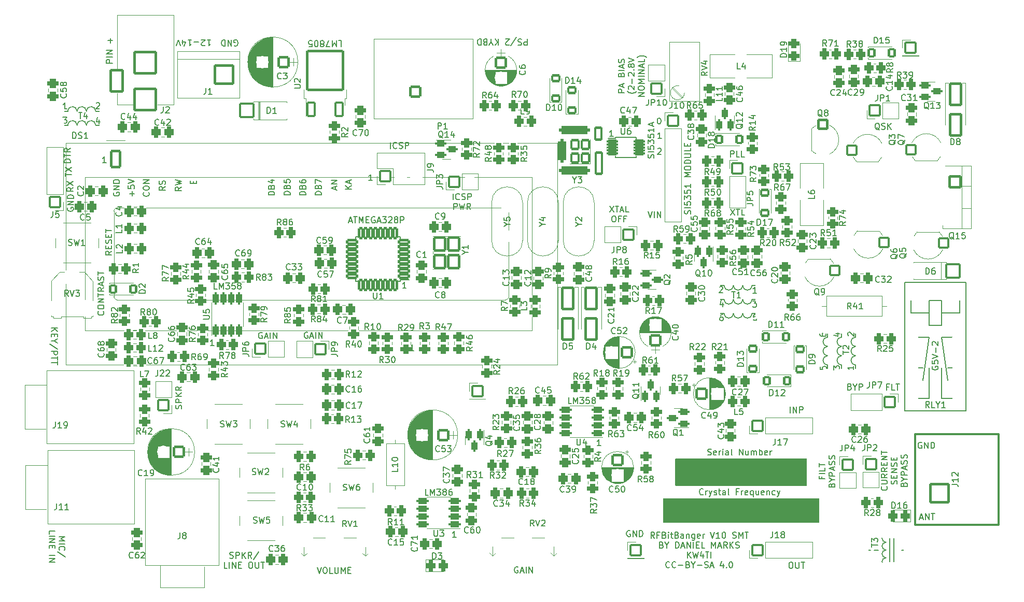
<source format=gbr>
%TF.GenerationSoftware,KiCad,Pcbnew,(6.0.11)*%
%TF.CreationDate,2023-10-31T06:05:25-05:00*%
%TF.ProjectId,RFBitBangSMT,52464269-7442-4616-9e67-534d542e6b69,rev?*%
%TF.SameCoordinates,Original*%
%TF.FileFunction,Legend,Top*%
%TF.FilePolarity,Positive*%
%FSLAX46Y46*%
G04 Gerber Fmt 4.6, Leading zero omitted, Abs format (unit mm)*
G04 Created by KiCad (PCBNEW (6.0.11)) date 2023-10-31 06:05:25*
%MOMM*%
%LPD*%
G01*
G04 APERTURE LIST*
G04 Aperture macros list*
%AMRoundRect*
0 Rectangle with rounded corners*
0 $1 Rounding radius*
0 $2 $3 $4 $5 $6 $7 $8 $9 X,Y pos of 4 corners*
0 Add a 4 corners polygon primitive as box body*
4,1,4,$2,$3,$4,$5,$6,$7,$8,$9,$2,$3,0*
0 Add four circle primitives for the rounded corners*
1,1,$1+$1,$2,$3*
1,1,$1+$1,$4,$5*
1,1,$1+$1,$6,$7*
1,1,$1+$1,$8,$9*
0 Add four rect primitives between the rounded corners*
20,1,$1+$1,$2,$3,$4,$5,0*
20,1,$1+$1,$4,$5,$6,$7,0*
20,1,$1+$1,$6,$7,$8,$9,0*
20,1,$1+$1,$8,$9,$2,$3,0*%
G04 Aperture macros list end*
%ADD10C,0.150000*%
%ADD11C,0.200000*%
%ADD12C,0.120000*%
%ADD13C,0.300000*%
%ADD14C,0.100000*%
%ADD15C,2.100000*%
%ADD16C,1.500000*%
%ADD17RoundRect,0.450000X-0.475000X0.337500X-0.475000X-0.337500X0.475000X-0.337500X0.475000X0.337500X0*%
%ADD18RoundRect,0.450000X0.337500X0.475000X-0.337500X0.475000X-0.337500X-0.475000X0.337500X-0.475000X0*%
%ADD19RoundRect,0.450000X-0.337500X-0.475000X0.337500X-0.475000X0.337500X0.475000X-0.337500X0.475000X0*%
%ADD20RoundRect,0.200000X-0.800000X0.800000X-0.800000X-0.800000X0.800000X-0.800000X0.800000X0.800000X0*%
%ADD21C,2.000000*%
%ADD22RoundRect,0.450000X0.475000X-0.337500X0.475000X0.337500X-0.475000X0.337500X-0.475000X-0.337500X0*%
%ADD23RoundRect,0.200000X0.800000X0.800000X-0.800000X0.800000X-0.800000X-0.800000X0.800000X-0.800000X0*%
%ADD24RoundRect,0.200000X-1.100000X-1.100000X1.100000X-1.100000X1.100000X1.100000X-1.100000X1.100000X0*%
%ADD25O,2.600000X2.600000*%
%ADD26RoundRect,0.200000X-0.450000X-0.600000X0.450000X-0.600000X0.450000X0.600000X-0.450000X0.600000X0*%
%ADD27RoundRect,0.450000X-0.325000X-0.450000X0.325000X-0.450000X0.325000X0.450000X-0.325000X0.450000X0*%
%ADD28RoundRect,0.200000X-0.900000X1.750000X-0.900000X-1.750000X0.900000X-1.750000X0.900000X1.750000X0*%
%ADD29RoundRect,0.200000X1.500000X1.500000X-1.500000X1.500000X-1.500000X-1.500000X1.500000X-1.500000X0*%
%ADD30C,3.400000*%
%ADD31RoundRect,0.200000X-1.750000X1.750000X-1.750000X-1.750000X1.750000X-1.750000X1.750000X1.750000X0*%
%ADD32RoundRect,0.200000X-1.000000X1.750000X-1.000000X-1.750000X1.000000X-1.750000X1.000000X1.750000X0*%
%ADD33RoundRect,0.200000X0.850000X0.850000X-0.850000X0.850000X-0.850000X-0.850000X0.850000X-0.850000X0*%
%ADD34O,2.100000X2.100000*%
%ADD35RoundRect,0.450000X-0.450000X0.325000X-0.450000X-0.325000X0.450000X-0.325000X0.450000X0.325000X0*%
%ADD36RoundRect,0.350000X0.587500X0.150000X-0.587500X0.150000X-0.587500X-0.150000X0.587500X-0.150000X0*%
%ADD37RoundRect,0.350000X-0.587500X-0.150000X0.587500X-0.150000X0.587500X0.150000X-0.587500X0.150000X0*%
%ADD38RoundRect,0.200000X0.760000X-0.760000X0.760000X0.760000X-0.760000X0.760000X-0.760000X-0.760000X0*%
%ADD39C,1.920000*%
%ADD40RoundRect,0.350000X-0.150000X0.587500X-0.150000X-0.587500X0.150000X-0.587500X0.150000X0.587500X0*%
%ADD41C,2.400000*%
%ADD42RoundRect,0.200000X0.600000X-1.100000X0.600000X1.100000X-0.600000X1.100000X-0.600000X-1.100000X0*%
%ADD43RoundRect,0.200000X2.900000X-3.200000X2.900000X3.200000X-2.900000X3.200000X-2.900000X-3.200000X0*%
%ADD44RoundRect,0.200000X-0.900000X1.050000X-0.900000X-1.050000X0.900000X-1.050000X0.900000X1.050000X0*%
%ADD45C,1.900000*%
%ADD46RoundRect,0.200000X0.800000X0.275000X-0.800000X0.275000X-0.800000X-0.275000X0.800000X-0.275000X0*%
%ADD47RoundRect,0.200000X-0.275000X0.800000X-0.275000X-0.800000X0.275000X-0.800000X0.275000X0.800000X0*%
%ADD48RoundRect,0.200000X0.850000X-0.850000X0.850000X0.850000X-0.850000X0.850000X-0.850000X-0.850000X0*%
%ADD49RoundRect,0.350000X0.675000X0.150000X-0.675000X0.150000X-0.675000X-0.150000X0.675000X-0.150000X0*%
%ADD50RoundRect,0.200000X-0.760000X0.760000X-0.760000X-0.760000X0.760000X-0.760000X0.760000X0.760000X0*%
%ADD51C,2.900000*%
%ADD52RoundRect,0.450000X-0.350000X-0.450000X0.350000X-0.450000X0.350000X0.450000X-0.350000X0.450000X0*%
%ADD53RoundRect,0.450000X0.450000X-0.350000X0.450000X0.350000X-0.450000X0.350000X-0.450000X-0.350000X0*%
%ADD54RoundRect,0.450000X-0.450000X0.350000X-0.450000X-0.350000X0.450000X-0.350000X0.450000X0.350000X0*%
%ADD55RoundRect,0.450000X0.350000X0.450000X-0.350000X0.450000X-0.350000X-0.450000X0.350000X-0.450000X0*%
%ADD56RoundRect,0.200000X-0.850000X-0.850000X0.850000X-0.850000X0.850000X0.850000X-0.850000X0.850000X0*%
%ADD57RoundRect,0.200000X0.600000X-0.450000X0.600000X0.450000X-0.600000X0.450000X-0.600000X-0.450000X0*%
%ADD58RoundRect,0.200000X-0.700000X-0.150000X0.700000X-0.150000X0.700000X0.150000X-0.700000X0.150000X0*%
%ADD59RoundRect,0.200000X0.600000X-0.700000X0.600000X0.700000X-0.600000X0.700000X-0.600000X-0.700000X0*%
%ADD60C,2.500000*%
%ADD61RoundRect,0.200000X1.500000X-1.500000X1.500000X1.500000X-1.500000X1.500000X-1.500000X-1.500000X0*%
%ADD62C,2.200000*%
%ADD63RoundRect,0.200000X-0.600000X0.450000X-0.600000X-0.450000X0.600000X-0.450000X0.600000X0.450000X0*%
%ADD64RoundRect,0.200000X0.450000X0.600000X-0.450000X0.600000X-0.450000X-0.600000X0.450000X-0.600000X0*%
%ADD65RoundRect,0.200000X-0.750000X0.750000X-0.750000X-0.750000X0.750000X-0.750000X0.750000X0.750000X0*%
%ADD66RoundRect,0.200000X0.800000X-0.800000X0.800000X0.800000X-0.800000X0.800000X-0.800000X-0.800000X0*%
%ADD67C,1.924000*%
%ADD68RoundRect,0.450000X0.325000X0.450000X-0.325000X0.450000X-0.325000X-0.450000X0.325000X-0.450000X0*%
%ADD69RoundRect,0.200000X-0.800000X-0.800000X0.800000X-0.800000X0.800000X0.800000X-0.800000X0.800000X0*%
%ADD70RoundRect,0.200000X-0.850000X0.850000X-0.850000X-0.850000X0.850000X-0.850000X0.850000X0.850000X0*%
%ADD71RoundRect,0.350000X0.150000X-0.587500X0.150000X0.587500X-0.150000X0.587500X-0.150000X-0.587500X0*%
%ADD72O,2.400000X3.900000*%
%ADD73O,4.400000X2.400000*%
%ADD74C,3.448000*%
%ADD75RoundRect,0.450000X0.450000X-0.325000X0.450000X0.325000X-0.450000X0.325000X-0.450000X-0.325000X0*%
%ADD76C,1.840000*%
%ADD77C,5.400000*%
%ADD78RoundRect,0.200000X1.100000X1.100000X-1.100000X1.100000X-1.100000X-1.100000X1.100000X-1.100000X0*%
%ADD79O,2.000000X2.000000*%
%ADD80RoundRect,0.200000X-0.900000X0.900000X-0.900000X-0.900000X0.900000X-0.900000X0.900000X0.900000X0*%
%ADD81O,2.200000X2.200000*%
%ADD82O,1.400000X2.400000*%
%ADD83O,2.400000X1.400000*%
%ADD84O,2.400000X1.900000*%
%ADD85O,1.900000X2.400000*%
%ADD86RoundRect,0.450000X-0.250000X-1.500000X0.250000X-1.500000X0.250000X1.500000X-0.250000X1.500000X0*%
%ADD87RoundRect,0.350000X0.150000X-0.675000X0.150000X0.675000X-0.150000X0.675000X-0.150000X-0.675000X0*%
%ADD88RoundRect,0.200000X-0.500000X-1.750000X0.500000X-1.750000X0.500000X1.750000X-0.500000X1.750000X0*%
%ADD89RoundRect,0.200000X-0.750000X-1.300000X0.750000X-1.300000X0.750000X1.300000X-0.750000X1.300000X0*%
%ADD90O,1.900000X3.000000*%
%ADD91O,2.200000X3.000000*%
%ADD92C,3.600000*%
%ADD93RoundRect,0.450000X2.125000X-0.250000X2.125000X0.250000X-2.125000X0.250000X-2.125000X-0.250000X0*%
%ADD94RoundRect,0.200000X-0.500000X-1.000000X0.500000X-1.000000X0.500000X1.000000X-0.500000X1.000000X0*%
G04 APERTURE END LIST*
D10*
X117331619Y-57459619D02*
X117331619Y-58459619D01*
X116950666Y-58459619D01*
X116855428Y-58412000D01*
X116807809Y-58364380D01*
X116760190Y-58269142D01*
X116760190Y-58126285D01*
X116807809Y-58031047D01*
X116855428Y-57983428D01*
X116950666Y-57935809D01*
X117331619Y-57935809D01*
X116379238Y-57507238D02*
X116236380Y-57459619D01*
X115998285Y-57459619D01*
X115903047Y-57507238D01*
X115855428Y-57554857D01*
X115807809Y-57650095D01*
X115807809Y-57745333D01*
X115855428Y-57840571D01*
X115903047Y-57888190D01*
X115998285Y-57935809D01*
X116188761Y-57983428D01*
X116284000Y-58031047D01*
X116331619Y-58078666D01*
X116379238Y-58173904D01*
X116379238Y-58269142D01*
X116331619Y-58364380D01*
X116284000Y-58412000D01*
X116188761Y-58459619D01*
X115950666Y-58459619D01*
X115807809Y-58412000D01*
X114664952Y-58507238D02*
X115522095Y-57221523D01*
X114379238Y-58364380D02*
X114331619Y-58412000D01*
X114236380Y-58459619D01*
X113998285Y-58459619D01*
X113903047Y-58412000D01*
X113855428Y-58364380D01*
X113807809Y-58269142D01*
X113807809Y-58173904D01*
X113855428Y-58031047D01*
X114426857Y-57459619D01*
X113807809Y-57459619D01*
X112617333Y-57459619D02*
X112617333Y-58459619D01*
X112045904Y-57459619D02*
X112474476Y-58031047D01*
X112045904Y-58459619D02*
X112617333Y-57888190D01*
X111426857Y-57935809D02*
X111426857Y-57459619D01*
X111760190Y-58459619D02*
X111426857Y-57935809D01*
X111093523Y-58459619D01*
X110426857Y-57983428D02*
X110284000Y-57935809D01*
X110236380Y-57888190D01*
X110188761Y-57792952D01*
X110188761Y-57650095D01*
X110236380Y-57554857D01*
X110284000Y-57507238D01*
X110379238Y-57459619D01*
X110760190Y-57459619D01*
X110760190Y-58459619D01*
X110426857Y-58459619D01*
X110331619Y-58412000D01*
X110284000Y-58364380D01*
X110236380Y-58269142D01*
X110236380Y-58173904D01*
X110284000Y-58078666D01*
X110331619Y-58031047D01*
X110426857Y-57983428D01*
X110760190Y-57983428D01*
X109760190Y-57459619D02*
X109760190Y-58459619D01*
X109522095Y-58459619D01*
X109379238Y-58412000D01*
X109284000Y-58316761D01*
X109236380Y-58221523D01*
X109188761Y-58031047D01*
X109188761Y-57888190D01*
X109236380Y-57697714D01*
X109284000Y-57602476D01*
X109379238Y-57507238D01*
X109522095Y-57459619D01*
X109760190Y-57459619D01*
X97561714Y-98174380D02*
X96990285Y-98174380D01*
X97276000Y-98174380D02*
X97276000Y-97174380D01*
X97180761Y-97317238D01*
X97085523Y-97412476D01*
X96990285Y-97460095D01*
X68760476Y-142279761D02*
X68903333Y-142327380D01*
X69141428Y-142327380D01*
X69236666Y-142279761D01*
X69284285Y-142232142D01*
X69331904Y-142136904D01*
X69331904Y-142041666D01*
X69284285Y-141946428D01*
X69236666Y-141898809D01*
X69141428Y-141851190D01*
X68950952Y-141803571D01*
X68855714Y-141755952D01*
X68808095Y-141708333D01*
X68760476Y-141613095D01*
X68760476Y-141517857D01*
X68808095Y-141422619D01*
X68855714Y-141375000D01*
X68950952Y-141327380D01*
X69189047Y-141327380D01*
X69331904Y-141375000D01*
X69760476Y-142327380D02*
X69760476Y-141327380D01*
X70141428Y-141327380D01*
X70236666Y-141375000D01*
X70284285Y-141422619D01*
X70331904Y-141517857D01*
X70331904Y-141660714D01*
X70284285Y-141755952D01*
X70236666Y-141803571D01*
X70141428Y-141851190D01*
X69760476Y-141851190D01*
X70760476Y-142327380D02*
X70760476Y-141327380D01*
X71331904Y-142327380D02*
X70903333Y-141755952D01*
X71331904Y-141327380D02*
X70760476Y-141898809D01*
X72331904Y-142327380D02*
X71998571Y-141851190D01*
X71760476Y-142327380D02*
X71760476Y-141327380D01*
X72141428Y-141327380D01*
X72236666Y-141375000D01*
X72284285Y-141422619D01*
X72331904Y-141517857D01*
X72331904Y-141660714D01*
X72284285Y-141755952D01*
X72236666Y-141803571D01*
X72141428Y-141851190D01*
X71760476Y-141851190D01*
X73474761Y-141279761D02*
X72617619Y-142565476D01*
X68355714Y-143937380D02*
X67879523Y-143937380D01*
X67879523Y-142937380D01*
X68689047Y-143937380D02*
X68689047Y-142937380D01*
X69165238Y-143937380D02*
X69165238Y-142937380D01*
X69736666Y-143937380D01*
X69736666Y-142937380D01*
X70212857Y-143413571D02*
X70546190Y-143413571D01*
X70689047Y-143937380D02*
X70212857Y-143937380D01*
X70212857Y-142937380D01*
X70689047Y-142937380D01*
X72070000Y-142937380D02*
X72260476Y-142937380D01*
X72355714Y-142985000D01*
X72450952Y-143080238D01*
X72498571Y-143270714D01*
X72498571Y-143604047D01*
X72450952Y-143794523D01*
X72355714Y-143889761D01*
X72260476Y-143937380D01*
X72070000Y-143937380D01*
X71974761Y-143889761D01*
X71879523Y-143794523D01*
X71831904Y-143604047D01*
X71831904Y-143270714D01*
X71879523Y-143080238D01*
X71974761Y-142985000D01*
X72070000Y-142937380D01*
X72927142Y-142937380D02*
X72927142Y-143746904D01*
X72974761Y-143842142D01*
X73022380Y-143889761D01*
X73117619Y-143937380D01*
X73308095Y-143937380D01*
X73403333Y-143889761D01*
X73450952Y-143842142D01*
X73498571Y-143746904D01*
X73498571Y-142937380D01*
X73831904Y-142937380D02*
X74403333Y-142937380D01*
X74117619Y-143937380D02*
X74117619Y-142937380D01*
X146071428Y-131857142D02*
X146023809Y-131904761D01*
X145880952Y-131952380D01*
X145785714Y-131952380D01*
X145642857Y-131904761D01*
X145547619Y-131809523D01*
X145500000Y-131714285D01*
X145452380Y-131523809D01*
X145452380Y-131380952D01*
X145500000Y-131190476D01*
X145547619Y-131095238D01*
X145642857Y-131000000D01*
X145785714Y-130952380D01*
X145880952Y-130952380D01*
X146023809Y-131000000D01*
X146071428Y-131047619D01*
X146500000Y-131952380D02*
X146500000Y-131285714D01*
X146500000Y-131476190D02*
X146547619Y-131380952D01*
X146595238Y-131333333D01*
X146690476Y-131285714D01*
X146785714Y-131285714D01*
X147023809Y-131285714D02*
X147261904Y-131952380D01*
X147500000Y-131285714D02*
X147261904Y-131952380D01*
X147166666Y-132190476D01*
X147119047Y-132238095D01*
X147023809Y-132285714D01*
X147833333Y-131904761D02*
X147928571Y-131952380D01*
X148119047Y-131952380D01*
X148214285Y-131904761D01*
X148261904Y-131809523D01*
X148261904Y-131761904D01*
X148214285Y-131666666D01*
X148119047Y-131619047D01*
X147976190Y-131619047D01*
X147880952Y-131571428D01*
X147833333Y-131476190D01*
X147833333Y-131428571D01*
X147880952Y-131333333D01*
X147976190Y-131285714D01*
X148119047Y-131285714D01*
X148214285Y-131333333D01*
X148547619Y-131285714D02*
X148928571Y-131285714D01*
X148690476Y-130952380D02*
X148690476Y-131809523D01*
X148738095Y-131904761D01*
X148833333Y-131952380D01*
X148928571Y-131952380D01*
X149690476Y-131952380D02*
X149690476Y-131428571D01*
X149642857Y-131333333D01*
X149547619Y-131285714D01*
X149357142Y-131285714D01*
X149261904Y-131333333D01*
X149690476Y-131904761D02*
X149595238Y-131952380D01*
X149357142Y-131952380D01*
X149261904Y-131904761D01*
X149214285Y-131809523D01*
X149214285Y-131714285D01*
X149261904Y-131619047D01*
X149357142Y-131571428D01*
X149595238Y-131571428D01*
X149690476Y-131523809D01*
X150309523Y-131952380D02*
X150214285Y-131904761D01*
X150166666Y-131809523D01*
X150166666Y-130952380D01*
X151785714Y-131428571D02*
X151452380Y-131428571D01*
X151452380Y-131952380D02*
X151452380Y-130952380D01*
X151928571Y-130952380D01*
X152309523Y-131952380D02*
X152309523Y-131285714D01*
X152309523Y-131476190D02*
X152357142Y-131380952D01*
X152404761Y-131333333D01*
X152500000Y-131285714D01*
X152595238Y-131285714D01*
X153309523Y-131904761D02*
X153214285Y-131952380D01*
X153023809Y-131952380D01*
X152928571Y-131904761D01*
X152880952Y-131809523D01*
X152880952Y-131428571D01*
X152928571Y-131333333D01*
X153023809Y-131285714D01*
X153214285Y-131285714D01*
X153309523Y-131333333D01*
X153357142Y-131428571D01*
X153357142Y-131523809D01*
X152880952Y-131619047D01*
X154214285Y-131285714D02*
X154214285Y-132285714D01*
X154214285Y-131904761D02*
X154119047Y-131952380D01*
X153928571Y-131952380D01*
X153833333Y-131904761D01*
X153785714Y-131857142D01*
X153738095Y-131761904D01*
X153738095Y-131476190D01*
X153785714Y-131380952D01*
X153833333Y-131333333D01*
X153928571Y-131285714D01*
X154119047Y-131285714D01*
X154214285Y-131333333D01*
X155119047Y-131285714D02*
X155119047Y-131952380D01*
X154690476Y-131285714D02*
X154690476Y-131809523D01*
X154738095Y-131904761D01*
X154833333Y-131952380D01*
X154976190Y-131952380D01*
X155071428Y-131904761D01*
X155119047Y-131857142D01*
X155976190Y-131904761D02*
X155880952Y-131952380D01*
X155690476Y-131952380D01*
X155595238Y-131904761D01*
X155547619Y-131809523D01*
X155547619Y-131428571D01*
X155595238Y-131333333D01*
X155690476Y-131285714D01*
X155880952Y-131285714D01*
X155976190Y-131333333D01*
X156023809Y-131428571D01*
X156023809Y-131523809D01*
X155547619Y-131619047D01*
X156452380Y-131285714D02*
X156452380Y-131952380D01*
X156452380Y-131380952D02*
X156500000Y-131333333D01*
X156595238Y-131285714D01*
X156738095Y-131285714D01*
X156833333Y-131333333D01*
X156880952Y-131428571D01*
X156880952Y-131952380D01*
X157785714Y-131904761D02*
X157690476Y-131952380D01*
X157500000Y-131952380D01*
X157404761Y-131904761D01*
X157357142Y-131857142D01*
X157309523Y-131761904D01*
X157309523Y-131476190D01*
X157357142Y-131380952D01*
X157404761Y-131333333D01*
X157500000Y-131285714D01*
X157690476Y-131285714D01*
X157785714Y-131333333D01*
X158119047Y-131285714D02*
X158357142Y-131952380D01*
X158595238Y-131285714D02*
X158357142Y-131952380D01*
X158261904Y-132190476D01*
X158214285Y-132238095D01*
X158119047Y-132285714D01*
X48545714Y-77668380D02*
X47974285Y-77668380D01*
X48260000Y-77668380D02*
X48260000Y-76668380D01*
X48164761Y-76811238D01*
X48069523Y-76906476D01*
X47974285Y-76954095D01*
X98815714Y-108392380D02*
X98244285Y-108392380D01*
X98530000Y-108392380D02*
X98530000Y-107392380D01*
X98434761Y-107535238D01*
X98339523Y-107630476D01*
X98244285Y-107678095D01*
X134118095Y-137820000D02*
X134022857Y-137772380D01*
X133880000Y-137772380D01*
X133737142Y-137820000D01*
X133641904Y-137915238D01*
X133594285Y-138010476D01*
X133546666Y-138200952D01*
X133546666Y-138343809D01*
X133594285Y-138534285D01*
X133641904Y-138629523D01*
X133737142Y-138724761D01*
X133880000Y-138772380D01*
X133975238Y-138772380D01*
X134118095Y-138724761D01*
X134165714Y-138677142D01*
X134165714Y-138343809D01*
X133975238Y-138343809D01*
X134594285Y-138772380D02*
X134594285Y-137772380D01*
X135165714Y-138772380D01*
X135165714Y-137772380D01*
X135641904Y-138772380D02*
X135641904Y-137772380D01*
X135880000Y-137772380D01*
X136022857Y-137820000D01*
X136118095Y-137915238D01*
X136165714Y-138010476D01*
X136213333Y-138200952D01*
X136213333Y-138343809D01*
X136165714Y-138534285D01*
X136118095Y-138629523D01*
X136022857Y-138724761D01*
X135880000Y-138772380D01*
X135641904Y-138772380D01*
X138100476Y-139037380D02*
X137767142Y-138561190D01*
X137529047Y-139037380D02*
X137529047Y-138037380D01*
X137910000Y-138037380D01*
X138005238Y-138085000D01*
X138052857Y-138132619D01*
X138100476Y-138227857D01*
X138100476Y-138370714D01*
X138052857Y-138465952D01*
X138005238Y-138513571D01*
X137910000Y-138561190D01*
X137529047Y-138561190D01*
X138862380Y-138513571D02*
X138529047Y-138513571D01*
X138529047Y-139037380D02*
X138529047Y-138037380D01*
X139005238Y-138037380D01*
X139719523Y-138513571D02*
X139862380Y-138561190D01*
X139910000Y-138608809D01*
X139957619Y-138704047D01*
X139957619Y-138846904D01*
X139910000Y-138942142D01*
X139862380Y-138989761D01*
X139767142Y-139037380D01*
X139386190Y-139037380D01*
X139386190Y-138037380D01*
X139719523Y-138037380D01*
X139814761Y-138085000D01*
X139862380Y-138132619D01*
X139910000Y-138227857D01*
X139910000Y-138323095D01*
X139862380Y-138418333D01*
X139814761Y-138465952D01*
X139719523Y-138513571D01*
X139386190Y-138513571D01*
X140386190Y-139037380D02*
X140386190Y-138370714D01*
X140386190Y-138037380D02*
X140338571Y-138085000D01*
X140386190Y-138132619D01*
X140433809Y-138085000D01*
X140386190Y-138037380D01*
X140386190Y-138132619D01*
X140719523Y-138370714D02*
X141100476Y-138370714D01*
X140862380Y-138037380D02*
X140862380Y-138894523D01*
X140910000Y-138989761D01*
X141005238Y-139037380D01*
X141100476Y-139037380D01*
X141767142Y-138513571D02*
X141910000Y-138561190D01*
X141957619Y-138608809D01*
X142005238Y-138704047D01*
X142005238Y-138846904D01*
X141957619Y-138942142D01*
X141910000Y-138989761D01*
X141814761Y-139037380D01*
X141433809Y-139037380D01*
X141433809Y-138037380D01*
X141767142Y-138037380D01*
X141862380Y-138085000D01*
X141910000Y-138132619D01*
X141957619Y-138227857D01*
X141957619Y-138323095D01*
X141910000Y-138418333D01*
X141862380Y-138465952D01*
X141767142Y-138513571D01*
X141433809Y-138513571D01*
X142862380Y-139037380D02*
X142862380Y-138513571D01*
X142814761Y-138418333D01*
X142719523Y-138370714D01*
X142529047Y-138370714D01*
X142433809Y-138418333D01*
X142862380Y-138989761D02*
X142767142Y-139037380D01*
X142529047Y-139037380D01*
X142433809Y-138989761D01*
X142386190Y-138894523D01*
X142386190Y-138799285D01*
X142433809Y-138704047D01*
X142529047Y-138656428D01*
X142767142Y-138656428D01*
X142862380Y-138608809D01*
X143338571Y-138370714D02*
X143338571Y-139037380D01*
X143338571Y-138465952D02*
X143386190Y-138418333D01*
X143481428Y-138370714D01*
X143624285Y-138370714D01*
X143719523Y-138418333D01*
X143767142Y-138513571D01*
X143767142Y-139037380D01*
X144671904Y-138370714D02*
X144671904Y-139180238D01*
X144624285Y-139275476D01*
X144576666Y-139323095D01*
X144481428Y-139370714D01*
X144338571Y-139370714D01*
X144243333Y-139323095D01*
X144671904Y-138989761D02*
X144576666Y-139037380D01*
X144386190Y-139037380D01*
X144290952Y-138989761D01*
X144243333Y-138942142D01*
X144195714Y-138846904D01*
X144195714Y-138561190D01*
X144243333Y-138465952D01*
X144290952Y-138418333D01*
X144386190Y-138370714D01*
X144576666Y-138370714D01*
X144671904Y-138418333D01*
X145529047Y-138989761D02*
X145433809Y-139037380D01*
X145243333Y-139037380D01*
X145148095Y-138989761D01*
X145100476Y-138894523D01*
X145100476Y-138513571D01*
X145148095Y-138418333D01*
X145243333Y-138370714D01*
X145433809Y-138370714D01*
X145529047Y-138418333D01*
X145576666Y-138513571D01*
X145576666Y-138608809D01*
X145100476Y-138704047D01*
X146005238Y-139037380D02*
X146005238Y-138370714D01*
X146005238Y-138561190D02*
X146052857Y-138465952D01*
X146100476Y-138418333D01*
X146195714Y-138370714D01*
X146290952Y-138370714D01*
X147243333Y-138037380D02*
X147576666Y-139037380D01*
X147910000Y-138037380D01*
X148767142Y-139037380D02*
X148195714Y-139037380D01*
X148481428Y-139037380D02*
X148481428Y-138037380D01*
X148386190Y-138180238D01*
X148290952Y-138275476D01*
X148195714Y-138323095D01*
X149386190Y-138037380D02*
X149481428Y-138037380D01*
X149576666Y-138085000D01*
X149624285Y-138132619D01*
X149671904Y-138227857D01*
X149719523Y-138418333D01*
X149719523Y-138656428D01*
X149671904Y-138846904D01*
X149624285Y-138942142D01*
X149576666Y-138989761D01*
X149481428Y-139037380D01*
X149386190Y-139037380D01*
X149290952Y-138989761D01*
X149243333Y-138942142D01*
X149195714Y-138846904D01*
X149148095Y-138656428D01*
X149148095Y-138418333D01*
X149195714Y-138227857D01*
X149243333Y-138132619D01*
X149290952Y-138085000D01*
X149386190Y-138037380D01*
X150862380Y-138989761D02*
X151005238Y-139037380D01*
X151243333Y-139037380D01*
X151338571Y-138989761D01*
X151386190Y-138942142D01*
X151433809Y-138846904D01*
X151433809Y-138751666D01*
X151386190Y-138656428D01*
X151338571Y-138608809D01*
X151243333Y-138561190D01*
X151052857Y-138513571D01*
X150957619Y-138465952D01*
X150910000Y-138418333D01*
X150862380Y-138323095D01*
X150862380Y-138227857D01*
X150910000Y-138132619D01*
X150957619Y-138085000D01*
X151052857Y-138037380D01*
X151290952Y-138037380D01*
X151433809Y-138085000D01*
X151862380Y-139037380D02*
X151862380Y-138037380D01*
X152195714Y-138751666D01*
X152529047Y-138037380D01*
X152529047Y-139037380D01*
X152862380Y-138037380D02*
X153433809Y-138037380D01*
X153148095Y-139037380D02*
X153148095Y-138037380D01*
X139267142Y-140123571D02*
X139410000Y-140171190D01*
X139457619Y-140218809D01*
X139505238Y-140314047D01*
X139505238Y-140456904D01*
X139457619Y-140552142D01*
X139410000Y-140599761D01*
X139314761Y-140647380D01*
X138933809Y-140647380D01*
X138933809Y-139647380D01*
X139267142Y-139647380D01*
X139362380Y-139695000D01*
X139410000Y-139742619D01*
X139457619Y-139837857D01*
X139457619Y-139933095D01*
X139410000Y-140028333D01*
X139362380Y-140075952D01*
X139267142Y-140123571D01*
X138933809Y-140123571D01*
X140124285Y-140171190D02*
X140124285Y-140647380D01*
X139790952Y-139647380D02*
X140124285Y-140171190D01*
X140457619Y-139647380D01*
X141552857Y-140647380D02*
X141552857Y-139647380D01*
X141790952Y-139647380D01*
X141933809Y-139695000D01*
X142029047Y-139790238D01*
X142076666Y-139885476D01*
X142124285Y-140075952D01*
X142124285Y-140218809D01*
X142076666Y-140409285D01*
X142029047Y-140504523D01*
X141933809Y-140599761D01*
X141790952Y-140647380D01*
X141552857Y-140647380D01*
X142505238Y-140361666D02*
X142981428Y-140361666D01*
X142410000Y-140647380D02*
X142743333Y-139647380D01*
X143076666Y-140647380D01*
X143410000Y-140647380D02*
X143410000Y-139647380D01*
X143981428Y-140647380D01*
X143981428Y-139647380D01*
X144457619Y-140647380D02*
X144457619Y-139647380D01*
X144933809Y-140123571D02*
X145267142Y-140123571D01*
X145410000Y-140647380D02*
X144933809Y-140647380D01*
X144933809Y-139647380D01*
X145410000Y-139647380D01*
X146314761Y-140647380D02*
X145838571Y-140647380D01*
X145838571Y-139647380D01*
X147410000Y-140647380D02*
X147410000Y-139647380D01*
X147743333Y-140361666D01*
X148076666Y-139647380D01*
X148076666Y-140647380D01*
X148505238Y-140361666D02*
X148981428Y-140361666D01*
X148410000Y-140647380D02*
X148743333Y-139647380D01*
X149076666Y-140647380D01*
X149981428Y-140647380D02*
X149648095Y-140171190D01*
X149410000Y-140647380D02*
X149410000Y-139647380D01*
X149790952Y-139647380D01*
X149886190Y-139695000D01*
X149933809Y-139742619D01*
X149981428Y-139837857D01*
X149981428Y-139980714D01*
X149933809Y-140075952D01*
X149886190Y-140123571D01*
X149790952Y-140171190D01*
X149410000Y-140171190D01*
X150410000Y-140647380D02*
X150410000Y-139647380D01*
X150981428Y-140647380D02*
X150552857Y-140075952D01*
X150981428Y-139647380D02*
X150410000Y-140218809D01*
X151362380Y-140599761D02*
X151505238Y-140647380D01*
X151743333Y-140647380D01*
X151838571Y-140599761D01*
X151886190Y-140552142D01*
X151933809Y-140456904D01*
X151933809Y-140361666D01*
X151886190Y-140266428D01*
X151838571Y-140218809D01*
X151743333Y-140171190D01*
X151552857Y-140123571D01*
X151457619Y-140075952D01*
X151410000Y-140028333D01*
X151362380Y-139933095D01*
X151362380Y-139837857D01*
X151410000Y-139742619D01*
X151457619Y-139695000D01*
X151552857Y-139647380D01*
X151790952Y-139647380D01*
X151933809Y-139695000D01*
X143481428Y-142257380D02*
X143481428Y-141257380D01*
X144052857Y-142257380D02*
X143624285Y-141685952D01*
X144052857Y-141257380D02*
X143481428Y-141828809D01*
X144386190Y-141257380D02*
X144624285Y-142257380D01*
X144814761Y-141543095D01*
X145005238Y-142257380D01*
X145243333Y-141257380D01*
X146052857Y-141590714D02*
X146052857Y-142257380D01*
X145814761Y-141209761D02*
X145576666Y-141924047D01*
X146195714Y-141924047D01*
X146433809Y-141257380D02*
X147005238Y-141257380D01*
X146719523Y-142257380D02*
X146719523Y-141257380D01*
X147338571Y-142257380D02*
X147338571Y-141257380D01*
X140576666Y-143772142D02*
X140529047Y-143819761D01*
X140386190Y-143867380D01*
X140290952Y-143867380D01*
X140148095Y-143819761D01*
X140052857Y-143724523D01*
X140005238Y-143629285D01*
X139957619Y-143438809D01*
X139957619Y-143295952D01*
X140005238Y-143105476D01*
X140052857Y-143010238D01*
X140148095Y-142915000D01*
X140290952Y-142867380D01*
X140386190Y-142867380D01*
X140529047Y-142915000D01*
X140576666Y-142962619D01*
X141576666Y-143772142D02*
X141529047Y-143819761D01*
X141386190Y-143867380D01*
X141290952Y-143867380D01*
X141148095Y-143819761D01*
X141052857Y-143724523D01*
X141005238Y-143629285D01*
X140957619Y-143438809D01*
X140957619Y-143295952D01*
X141005238Y-143105476D01*
X141052857Y-143010238D01*
X141148095Y-142915000D01*
X141290952Y-142867380D01*
X141386190Y-142867380D01*
X141529047Y-142915000D01*
X141576666Y-142962619D01*
X142005238Y-143486428D02*
X142767142Y-143486428D01*
X143576666Y-143343571D02*
X143719523Y-143391190D01*
X143767142Y-143438809D01*
X143814761Y-143534047D01*
X143814761Y-143676904D01*
X143767142Y-143772142D01*
X143719523Y-143819761D01*
X143624285Y-143867380D01*
X143243333Y-143867380D01*
X143243333Y-142867380D01*
X143576666Y-142867380D01*
X143671904Y-142915000D01*
X143719523Y-142962619D01*
X143767142Y-143057857D01*
X143767142Y-143153095D01*
X143719523Y-143248333D01*
X143671904Y-143295952D01*
X143576666Y-143343571D01*
X143243333Y-143343571D01*
X144433809Y-143391190D02*
X144433809Y-143867380D01*
X144100476Y-142867380D02*
X144433809Y-143391190D01*
X144767142Y-142867380D01*
X145100476Y-143486428D02*
X145862380Y-143486428D01*
X146290952Y-143819761D02*
X146433809Y-143867380D01*
X146671904Y-143867380D01*
X146767142Y-143819761D01*
X146814761Y-143772142D01*
X146862380Y-143676904D01*
X146862380Y-143581666D01*
X146814761Y-143486428D01*
X146767142Y-143438809D01*
X146671904Y-143391190D01*
X146481428Y-143343571D01*
X146386190Y-143295952D01*
X146338571Y-143248333D01*
X146290952Y-143153095D01*
X146290952Y-143057857D01*
X146338571Y-142962619D01*
X146386190Y-142915000D01*
X146481428Y-142867380D01*
X146719523Y-142867380D01*
X146862380Y-142915000D01*
X147243333Y-143581666D02*
X147719523Y-143581666D01*
X147148095Y-143867380D02*
X147481428Y-142867380D01*
X147814761Y-143867380D01*
X149338571Y-143200714D02*
X149338571Y-143867380D01*
X149100476Y-142819761D02*
X148862380Y-143534047D01*
X149481428Y-143534047D01*
X149862380Y-143772142D02*
X149910000Y-143819761D01*
X149862380Y-143867380D01*
X149814761Y-143819761D01*
X149862380Y-143772142D01*
X149862380Y-143867380D01*
X150529047Y-142867380D02*
X150624285Y-142867380D01*
X150719523Y-142915000D01*
X150767142Y-142962619D01*
X150814761Y-143057857D01*
X150862380Y-143248333D01*
X150862380Y-143486428D01*
X150814761Y-143676904D01*
X150767142Y-143772142D01*
X150719523Y-143819761D01*
X150624285Y-143867380D01*
X150529047Y-143867380D01*
X150433809Y-143819761D01*
X150386190Y-143772142D01*
X150338571Y-143676904D01*
X150290952Y-143486428D01*
X150290952Y-143248333D01*
X150338571Y-143057857D01*
X150386190Y-142962619D01*
X150433809Y-142915000D01*
X150529047Y-142867380D01*
X58212380Y-81596666D02*
X57736190Y-81930000D01*
X58212380Y-82168095D02*
X57212380Y-82168095D01*
X57212380Y-81787142D01*
X57260000Y-81691904D01*
X57307619Y-81644285D01*
X57402857Y-81596666D01*
X57545714Y-81596666D01*
X57640952Y-81644285D01*
X57688571Y-81691904D01*
X57736190Y-81787142D01*
X57736190Y-82168095D01*
X58164761Y-81215714D02*
X58212380Y-81072857D01*
X58212380Y-80834761D01*
X58164761Y-80739523D01*
X58117142Y-80691904D01*
X58021904Y-80644285D01*
X57926666Y-80644285D01*
X57831428Y-80691904D01*
X57783809Y-80739523D01*
X57736190Y-80834761D01*
X57688571Y-81025238D01*
X57640952Y-81120476D01*
X57593333Y-81168095D01*
X57498095Y-81215714D01*
X57402857Y-81215714D01*
X57307619Y-81168095D01*
X57260000Y-81120476D01*
X57212380Y-81025238D01*
X57212380Y-80787142D01*
X57260000Y-80644285D01*
X42732380Y-77632857D02*
X41732380Y-77632857D01*
X41732380Y-77394761D01*
X41780000Y-77251904D01*
X41875238Y-77156666D01*
X41970476Y-77109047D01*
X42160952Y-77061428D01*
X42303809Y-77061428D01*
X42494285Y-77109047D01*
X42589523Y-77156666D01*
X42684761Y-77251904D01*
X42732380Y-77394761D01*
X42732380Y-77632857D01*
X41732380Y-76775714D02*
X41732380Y-76204285D01*
X42732380Y-76490000D02*
X41732380Y-76490000D01*
X42732380Y-75299523D02*
X42256190Y-75632857D01*
X42732380Y-75870952D02*
X41732380Y-75870952D01*
X41732380Y-75490000D01*
X41780000Y-75394761D01*
X41827619Y-75347142D01*
X41922857Y-75299523D01*
X42065714Y-75299523D01*
X42160952Y-75347142D01*
X42208571Y-75394761D01*
X42256190Y-75490000D01*
X42256190Y-75870952D01*
X86494666Y-57713619D02*
X86970857Y-57713619D01*
X86970857Y-58713619D01*
X86161333Y-57713619D02*
X86161333Y-58713619D01*
X85828000Y-57999333D01*
X85494666Y-58713619D01*
X85494666Y-57713619D01*
X85113714Y-58713619D02*
X84447047Y-58713619D01*
X84875619Y-57713619D01*
X83923238Y-58285047D02*
X84018476Y-58332666D01*
X84066095Y-58380285D01*
X84113714Y-58475523D01*
X84113714Y-58523142D01*
X84066095Y-58618380D01*
X84018476Y-58666000D01*
X83923238Y-58713619D01*
X83732761Y-58713619D01*
X83637523Y-58666000D01*
X83589904Y-58618380D01*
X83542285Y-58523142D01*
X83542285Y-58475523D01*
X83589904Y-58380285D01*
X83637523Y-58332666D01*
X83732761Y-58285047D01*
X83923238Y-58285047D01*
X84018476Y-58237428D01*
X84066095Y-58189809D01*
X84113714Y-58094571D01*
X84113714Y-57904095D01*
X84066095Y-57808857D01*
X84018476Y-57761238D01*
X83923238Y-57713619D01*
X83732761Y-57713619D01*
X83637523Y-57761238D01*
X83589904Y-57808857D01*
X83542285Y-57904095D01*
X83542285Y-58094571D01*
X83589904Y-58189809D01*
X83637523Y-58237428D01*
X83732761Y-58285047D01*
X82923238Y-58713619D02*
X82828000Y-58713619D01*
X82732761Y-58666000D01*
X82685142Y-58618380D01*
X82637523Y-58523142D01*
X82589904Y-58332666D01*
X82589904Y-58094571D01*
X82637523Y-57904095D01*
X82685142Y-57808857D01*
X82732761Y-57761238D01*
X82828000Y-57713619D01*
X82923238Y-57713619D01*
X83018476Y-57761238D01*
X83066095Y-57808857D01*
X83113714Y-57904095D01*
X83161333Y-58094571D01*
X83161333Y-58332666D01*
X83113714Y-58523142D01*
X83066095Y-58618380D01*
X83018476Y-58666000D01*
X82923238Y-58713619D01*
X81685142Y-58713619D02*
X82161333Y-58713619D01*
X82208952Y-58237428D01*
X82161333Y-58285047D01*
X82066095Y-58332666D01*
X81828000Y-58332666D01*
X81732761Y-58285047D01*
X81685142Y-58237428D01*
X81637523Y-58142190D01*
X81637523Y-57904095D01*
X81685142Y-57808857D01*
X81732761Y-57761238D01*
X81828000Y-57713619D01*
X82066095Y-57713619D01*
X82161333Y-57761238D01*
X82208952Y-57808857D01*
X143979761Y-86035714D02*
X144027380Y-85892857D01*
X144027380Y-85654761D01*
X143979761Y-85559523D01*
X143932142Y-85511904D01*
X143836904Y-85464285D01*
X143741666Y-85464285D01*
X143646428Y-85511904D01*
X143598809Y-85559523D01*
X143551190Y-85654761D01*
X143503571Y-85845238D01*
X143455952Y-85940476D01*
X143408333Y-85988095D01*
X143313095Y-86035714D01*
X143217857Y-86035714D01*
X143122619Y-85988095D01*
X143075000Y-85940476D01*
X143027380Y-85845238D01*
X143027380Y-85607142D01*
X143075000Y-85464285D01*
X144027380Y-85035714D02*
X143027380Y-85035714D01*
X143027380Y-84083333D02*
X143027380Y-84559523D01*
X143503571Y-84607142D01*
X143455952Y-84559523D01*
X143408333Y-84464285D01*
X143408333Y-84226190D01*
X143455952Y-84130952D01*
X143503571Y-84083333D01*
X143598809Y-84035714D01*
X143836904Y-84035714D01*
X143932142Y-84083333D01*
X143979761Y-84130952D01*
X144027380Y-84226190D01*
X144027380Y-84464285D01*
X143979761Y-84559523D01*
X143932142Y-84607142D01*
X143027380Y-83702380D02*
X143027380Y-83083333D01*
X143408333Y-83416666D01*
X143408333Y-83273809D01*
X143455952Y-83178571D01*
X143503571Y-83130952D01*
X143598809Y-83083333D01*
X143836904Y-83083333D01*
X143932142Y-83130952D01*
X143979761Y-83178571D01*
X144027380Y-83273809D01*
X144027380Y-83559523D01*
X143979761Y-83654761D01*
X143932142Y-83702380D01*
X143027380Y-82178571D02*
X143027380Y-82654761D01*
X143503571Y-82702380D01*
X143455952Y-82654761D01*
X143408333Y-82559523D01*
X143408333Y-82321428D01*
X143455952Y-82226190D01*
X143503571Y-82178571D01*
X143598809Y-82130952D01*
X143836904Y-82130952D01*
X143932142Y-82178571D01*
X143979761Y-82226190D01*
X144027380Y-82321428D01*
X144027380Y-82559523D01*
X143979761Y-82654761D01*
X143932142Y-82702380D01*
X144027380Y-81178571D02*
X144027380Y-81750000D01*
X144027380Y-81464285D02*
X143027380Y-81464285D01*
X143170238Y-81559523D01*
X143265476Y-81654761D01*
X143313095Y-81750000D01*
X144027380Y-79988095D02*
X143027380Y-79988095D01*
X143741666Y-79654761D01*
X143027380Y-79321428D01*
X144027380Y-79321428D01*
X143027380Y-78654761D02*
X143027380Y-78464285D01*
X143075000Y-78369047D01*
X143170238Y-78273809D01*
X143360714Y-78226190D01*
X143694047Y-78226190D01*
X143884523Y-78273809D01*
X143979761Y-78369047D01*
X144027380Y-78464285D01*
X144027380Y-78654761D01*
X143979761Y-78750000D01*
X143884523Y-78845238D01*
X143694047Y-78892857D01*
X143360714Y-78892857D01*
X143170238Y-78845238D01*
X143075000Y-78750000D01*
X143027380Y-78654761D01*
X144027380Y-77797619D02*
X143027380Y-77797619D01*
X143027380Y-77559523D01*
X143075000Y-77416666D01*
X143170238Y-77321428D01*
X143265476Y-77273809D01*
X143455952Y-77226190D01*
X143598809Y-77226190D01*
X143789285Y-77273809D01*
X143884523Y-77321428D01*
X143979761Y-77416666D01*
X144027380Y-77559523D01*
X144027380Y-77797619D01*
X143027380Y-76797619D02*
X143836904Y-76797619D01*
X143932142Y-76750000D01*
X143979761Y-76702380D01*
X144027380Y-76607142D01*
X144027380Y-76416666D01*
X143979761Y-76321428D01*
X143932142Y-76273809D01*
X143836904Y-76226190D01*
X143027380Y-76226190D01*
X144027380Y-75273809D02*
X144027380Y-75750000D01*
X143027380Y-75750000D01*
X143503571Y-74940476D02*
X143503571Y-74607142D01*
X144027380Y-74464285D02*
X144027380Y-74940476D01*
X143027380Y-74940476D01*
X143027380Y-74464285D01*
X137084761Y-85642380D02*
X137418095Y-86642380D01*
X137751428Y-85642380D01*
X138084761Y-86642380D02*
X138084761Y-85642380D01*
X138560952Y-86642380D02*
X138560952Y-85642380D01*
X139132380Y-86642380D01*
X139132380Y-85642380D01*
X41872380Y-79901904D02*
X41872380Y-79330476D01*
X42872380Y-79616190D02*
X41872380Y-79616190D01*
X41872380Y-79092380D02*
X42872380Y-78425714D01*
X41872380Y-78425714D02*
X42872380Y-79092380D01*
X133208380Y-66214285D02*
X132208380Y-66214285D01*
X132208380Y-65833333D01*
X132256000Y-65738095D01*
X132303619Y-65690476D01*
X132398857Y-65642857D01*
X132541714Y-65642857D01*
X132636952Y-65690476D01*
X132684571Y-65738095D01*
X132732190Y-65833333D01*
X132732190Y-66214285D01*
X132922666Y-65261904D02*
X132922666Y-64785714D01*
X133208380Y-65357142D02*
X132208380Y-65023809D01*
X133208380Y-64690476D01*
X132684571Y-63261904D02*
X132732190Y-63119047D01*
X132779809Y-63071428D01*
X132875047Y-63023809D01*
X133017904Y-63023809D01*
X133113142Y-63071428D01*
X133160761Y-63119047D01*
X133208380Y-63214285D01*
X133208380Y-63595238D01*
X132208380Y-63595238D01*
X132208380Y-63261904D01*
X132256000Y-63166666D01*
X132303619Y-63119047D01*
X132398857Y-63071428D01*
X132494095Y-63071428D01*
X132589333Y-63119047D01*
X132636952Y-63166666D01*
X132684571Y-63261904D01*
X132684571Y-63595238D01*
X133208380Y-62595238D02*
X132208380Y-62595238D01*
X132922666Y-62166666D02*
X132922666Y-61690476D01*
X133208380Y-62261904D02*
X132208380Y-61928571D01*
X133208380Y-61595238D01*
X133160761Y-61309523D02*
X133208380Y-61166666D01*
X133208380Y-60928571D01*
X133160761Y-60833333D01*
X133113142Y-60785714D01*
X133017904Y-60738095D01*
X132922666Y-60738095D01*
X132827428Y-60785714D01*
X132779809Y-60833333D01*
X132732190Y-60928571D01*
X132684571Y-61119047D01*
X132636952Y-61214285D01*
X132589333Y-61261904D01*
X132494095Y-61309523D01*
X132398857Y-61309523D01*
X132303619Y-61261904D01*
X132256000Y-61214285D01*
X132208380Y-61119047D01*
X132208380Y-60880952D01*
X132256000Y-60738095D01*
X135199333Y-66023809D02*
X135151714Y-66071428D01*
X135008857Y-66166666D01*
X134913619Y-66214285D01*
X134770761Y-66261904D01*
X134532666Y-66309523D01*
X134342190Y-66309523D01*
X134104095Y-66261904D01*
X133961238Y-66214285D01*
X133866000Y-66166666D01*
X133723142Y-66071428D01*
X133675523Y-66023809D01*
X133913619Y-65690476D02*
X133866000Y-65642857D01*
X133818380Y-65547619D01*
X133818380Y-65309523D01*
X133866000Y-65214285D01*
X133913619Y-65166666D01*
X134008857Y-65119047D01*
X134104095Y-65119047D01*
X134246952Y-65166666D01*
X134818380Y-65738095D01*
X134818380Y-65119047D01*
X134437428Y-64690476D02*
X134437428Y-63928571D01*
X133913619Y-63500000D02*
X133866000Y-63452380D01*
X133818380Y-63357142D01*
X133818380Y-63119047D01*
X133866000Y-63023809D01*
X133913619Y-62976190D01*
X134008857Y-62928571D01*
X134104095Y-62928571D01*
X134246952Y-62976190D01*
X134818380Y-63547619D01*
X134818380Y-62928571D01*
X134723142Y-62500000D02*
X134770761Y-62452380D01*
X134818380Y-62500000D01*
X134770761Y-62547619D01*
X134723142Y-62500000D01*
X134818380Y-62500000D01*
X134246952Y-61880952D02*
X134199333Y-61976190D01*
X134151714Y-62023809D01*
X134056476Y-62071428D01*
X134008857Y-62071428D01*
X133913619Y-62023809D01*
X133866000Y-61976190D01*
X133818380Y-61880952D01*
X133818380Y-61690476D01*
X133866000Y-61595238D01*
X133913619Y-61547619D01*
X134008857Y-61500000D01*
X134056476Y-61500000D01*
X134151714Y-61547619D01*
X134199333Y-61595238D01*
X134246952Y-61690476D01*
X134246952Y-61880952D01*
X134294571Y-61976190D01*
X134342190Y-62023809D01*
X134437428Y-62071428D01*
X134627904Y-62071428D01*
X134723142Y-62023809D01*
X134770761Y-61976190D01*
X134818380Y-61880952D01*
X134818380Y-61690476D01*
X134770761Y-61595238D01*
X134723142Y-61547619D01*
X134627904Y-61500000D01*
X134437428Y-61500000D01*
X134342190Y-61547619D01*
X134294571Y-61595238D01*
X134246952Y-61690476D01*
X133818380Y-61214285D02*
X134818380Y-60880952D01*
X133818380Y-60547619D01*
X136428380Y-66809523D02*
X135428380Y-66809523D01*
X136428380Y-66238095D01*
X135428380Y-66238095D01*
X135428380Y-65571428D02*
X135428380Y-65380952D01*
X135476000Y-65285714D01*
X135571238Y-65190476D01*
X135761714Y-65142857D01*
X136095047Y-65142857D01*
X136285523Y-65190476D01*
X136380761Y-65285714D01*
X136428380Y-65380952D01*
X136428380Y-65571428D01*
X136380761Y-65666666D01*
X136285523Y-65761904D01*
X136095047Y-65809523D01*
X135761714Y-65809523D01*
X135571238Y-65761904D01*
X135476000Y-65666666D01*
X135428380Y-65571428D01*
X136428380Y-64714285D02*
X135428380Y-64714285D01*
X136142666Y-64380952D01*
X135428380Y-64047619D01*
X136428380Y-64047619D01*
X136428380Y-63571428D02*
X135428380Y-63571428D01*
X136428380Y-63095238D02*
X135428380Y-63095238D01*
X136428380Y-62523809D01*
X135428380Y-62523809D01*
X136142666Y-62095238D02*
X136142666Y-61619047D01*
X136428380Y-62190476D02*
X135428380Y-61857142D01*
X136428380Y-61523809D01*
X136428380Y-60714285D02*
X136428380Y-61190476D01*
X135428380Y-61190476D01*
X136809333Y-60476190D02*
X136761714Y-60428571D01*
X136618857Y-60333333D01*
X136523619Y-60285714D01*
X136380761Y-60238095D01*
X136142666Y-60190476D01*
X135952190Y-60190476D01*
X135714095Y-60238095D01*
X135571238Y-60285714D01*
X135476000Y-60333333D01*
X135333142Y-60428571D01*
X135285523Y-60476190D01*
X69501904Y-58550000D02*
X69597142Y-58597619D01*
X69740000Y-58597619D01*
X69882857Y-58550000D01*
X69978095Y-58454761D01*
X70025714Y-58359523D01*
X70073333Y-58169047D01*
X70073333Y-58026190D01*
X70025714Y-57835714D01*
X69978095Y-57740476D01*
X69882857Y-57645238D01*
X69740000Y-57597619D01*
X69644761Y-57597619D01*
X69501904Y-57645238D01*
X69454285Y-57692857D01*
X69454285Y-58026190D01*
X69644761Y-58026190D01*
X69025714Y-57597619D02*
X69025714Y-58597619D01*
X68454285Y-57597619D01*
X68454285Y-58597619D01*
X67978095Y-57597619D02*
X67978095Y-58597619D01*
X67740000Y-58597619D01*
X67597142Y-58550000D01*
X67501904Y-58454761D01*
X67454285Y-58359523D01*
X67406666Y-58169047D01*
X67406666Y-58026190D01*
X67454285Y-57835714D01*
X67501904Y-57740476D01*
X67597142Y-57645238D01*
X67740000Y-57597619D01*
X67978095Y-57597619D01*
X176347142Y-114298571D02*
X176013809Y-114298571D01*
X176013809Y-114822380D02*
X176013809Y-113822380D01*
X176490000Y-113822380D01*
X177347142Y-114822380D02*
X176870952Y-114822380D01*
X176870952Y-113822380D01*
X177537619Y-113822380D02*
X178109047Y-113822380D01*
X177823333Y-114822380D02*
X177823333Y-113822380D01*
X76052380Y-82948095D02*
X75052380Y-82948095D01*
X75052380Y-82710000D01*
X75100000Y-82567142D01*
X75195238Y-82471904D01*
X75290476Y-82424285D01*
X75480952Y-82376666D01*
X75623809Y-82376666D01*
X75814285Y-82424285D01*
X75909523Y-82471904D01*
X76004761Y-82567142D01*
X76052380Y-82710000D01*
X76052380Y-82948095D01*
X75528571Y-81614761D02*
X75576190Y-81471904D01*
X75623809Y-81424285D01*
X75719047Y-81376666D01*
X75861904Y-81376666D01*
X75957142Y-81424285D01*
X76004761Y-81471904D01*
X76052380Y-81567142D01*
X76052380Y-81948095D01*
X75052380Y-81948095D01*
X75052380Y-81614761D01*
X75100000Y-81519523D01*
X75147619Y-81471904D01*
X75242857Y-81424285D01*
X75338095Y-81424285D01*
X75433333Y-81471904D01*
X75480952Y-81519523D01*
X75528571Y-81614761D01*
X75528571Y-81948095D01*
X75385714Y-80519523D02*
X76052380Y-80519523D01*
X75004761Y-80757619D02*
X75719047Y-80995714D01*
X75719047Y-80376666D01*
X60832380Y-81651904D02*
X60356190Y-81985238D01*
X60832380Y-82223333D02*
X59832380Y-82223333D01*
X59832380Y-81842380D01*
X59880000Y-81747142D01*
X59927619Y-81699523D01*
X60022857Y-81651904D01*
X60165714Y-81651904D01*
X60260952Y-81699523D01*
X60308571Y-81747142D01*
X60356190Y-81842380D01*
X60356190Y-82223333D01*
X59832380Y-81318571D02*
X60832380Y-81080476D01*
X60118095Y-80890000D01*
X60832380Y-80699523D01*
X59832380Y-80461428D01*
X181733095Y-123405000D02*
X181637857Y-123357380D01*
X181495000Y-123357380D01*
X181352142Y-123405000D01*
X181256904Y-123500238D01*
X181209285Y-123595476D01*
X181161666Y-123785952D01*
X181161666Y-123928809D01*
X181209285Y-124119285D01*
X181256904Y-124214523D01*
X181352142Y-124309761D01*
X181495000Y-124357380D01*
X181590238Y-124357380D01*
X181733095Y-124309761D01*
X181780714Y-124262142D01*
X181780714Y-123928809D01*
X181590238Y-123928809D01*
X182209285Y-124357380D02*
X182209285Y-123357380D01*
X182780714Y-124357380D01*
X182780714Y-123357380D01*
X183256904Y-124357380D02*
X183256904Y-123357380D01*
X183495000Y-123357380D01*
X183637857Y-123405000D01*
X183733095Y-123500238D01*
X183780714Y-123595476D01*
X183828333Y-123785952D01*
X183828333Y-123928809D01*
X183780714Y-124119285D01*
X183733095Y-124214523D01*
X183637857Y-124309761D01*
X183495000Y-124357380D01*
X183256904Y-124357380D01*
X92035714Y-80582380D02*
X91464285Y-80582380D01*
X91750000Y-80582380D02*
X91750000Y-79582380D01*
X91654761Y-79725238D01*
X91559523Y-79820476D01*
X91464285Y-79868095D01*
X124547523Y-117038380D02*
X124071333Y-117038380D01*
X124071333Y-116038380D01*
X124880857Y-117038380D02*
X124880857Y-116038380D01*
X125214190Y-116752666D01*
X125547523Y-116038380D01*
X125547523Y-117038380D01*
X125928476Y-116038380D02*
X126547523Y-116038380D01*
X126214190Y-116419333D01*
X126357047Y-116419333D01*
X126452285Y-116466952D01*
X126499904Y-116514571D01*
X126547523Y-116609809D01*
X126547523Y-116847904D01*
X126499904Y-116943142D01*
X126452285Y-116990761D01*
X126357047Y-117038380D01*
X126071333Y-117038380D01*
X125976095Y-116990761D01*
X125928476Y-116943142D01*
X127452285Y-116038380D02*
X126976095Y-116038380D01*
X126928476Y-116514571D01*
X126976095Y-116466952D01*
X127071333Y-116419333D01*
X127309428Y-116419333D01*
X127404666Y-116466952D01*
X127452285Y-116514571D01*
X127499904Y-116609809D01*
X127499904Y-116847904D01*
X127452285Y-116943142D01*
X127404666Y-116990761D01*
X127309428Y-117038380D01*
X127071333Y-117038380D01*
X126976095Y-116990761D01*
X126928476Y-116943142D01*
X128071333Y-116466952D02*
X127976095Y-116419333D01*
X127928476Y-116371714D01*
X127880857Y-116276476D01*
X127880857Y-116228857D01*
X127928476Y-116133619D01*
X127976095Y-116086000D01*
X128071333Y-116038380D01*
X128261809Y-116038380D01*
X128357047Y-116086000D01*
X128404666Y-116133619D01*
X128452285Y-116228857D01*
X128452285Y-116276476D01*
X128404666Y-116371714D01*
X128357047Y-116419333D01*
X128261809Y-116466952D01*
X128071333Y-116466952D01*
X127976095Y-116514571D01*
X127928476Y-116562190D01*
X127880857Y-116657428D01*
X127880857Y-116847904D01*
X127928476Y-116943142D01*
X127976095Y-116990761D01*
X128071333Y-117038380D01*
X128261809Y-117038380D01*
X128357047Y-116990761D01*
X128404666Y-116943142D01*
X128452285Y-116847904D01*
X128452285Y-116657428D01*
X128404666Y-116562190D01*
X128357047Y-116514571D01*
X128261809Y-116466952D01*
X49792000Y-82549904D02*
X49744380Y-82645142D01*
X49744380Y-82788000D01*
X49792000Y-82930857D01*
X49887238Y-83026095D01*
X49982476Y-83073714D01*
X50172952Y-83121333D01*
X50315809Y-83121333D01*
X50506285Y-83073714D01*
X50601523Y-83026095D01*
X50696761Y-82930857D01*
X50744380Y-82788000D01*
X50744380Y-82692761D01*
X50696761Y-82549904D01*
X50649142Y-82502285D01*
X50315809Y-82502285D01*
X50315809Y-82692761D01*
X50744380Y-82073714D02*
X49744380Y-82073714D01*
X50744380Y-81502285D01*
X49744380Y-81502285D01*
X50744380Y-81026095D02*
X49744380Y-81026095D01*
X49744380Y-80788000D01*
X49792000Y-80645142D01*
X49887238Y-80549904D01*
X49982476Y-80502285D01*
X50172952Y-80454666D01*
X50315809Y-80454666D01*
X50506285Y-80502285D01*
X50601523Y-80549904D01*
X50696761Y-80645142D01*
X50744380Y-80788000D01*
X50744380Y-81026095D01*
X62798571Y-81084285D02*
X62798571Y-80750952D01*
X63322380Y-80608095D02*
X63322380Y-81084285D01*
X62322380Y-81084285D01*
X62322380Y-80608095D01*
X65070476Y-57577619D02*
X65641904Y-57577619D01*
X65356190Y-57577619D02*
X65356190Y-58577619D01*
X65451428Y-58434761D01*
X65546666Y-58339523D01*
X65641904Y-58291904D01*
X64689523Y-58482380D02*
X64641904Y-58530000D01*
X64546666Y-58577619D01*
X64308571Y-58577619D01*
X64213333Y-58530000D01*
X64165714Y-58482380D01*
X64118095Y-58387142D01*
X64118095Y-58291904D01*
X64165714Y-58149047D01*
X64737142Y-57577619D01*
X64118095Y-57577619D01*
X63689523Y-57958571D02*
X62927619Y-57958571D01*
X61927619Y-57577619D02*
X62499047Y-57577619D01*
X62213333Y-57577619D02*
X62213333Y-58577619D01*
X62308571Y-58434761D01*
X62403809Y-58339523D01*
X62499047Y-58291904D01*
X61070476Y-58244285D02*
X61070476Y-57577619D01*
X61308571Y-58625238D02*
X61546666Y-57910952D01*
X60927619Y-57910952D01*
X60689523Y-58577619D02*
X60356190Y-57577619D01*
X60022857Y-58577619D01*
X48109142Y-101964761D02*
X48156761Y-102012380D01*
X48204380Y-102155238D01*
X48204380Y-102250476D01*
X48156761Y-102393333D01*
X48061523Y-102488571D01*
X47966285Y-102536190D01*
X47775809Y-102583809D01*
X47632952Y-102583809D01*
X47442476Y-102536190D01*
X47347238Y-102488571D01*
X47252000Y-102393333D01*
X47204380Y-102250476D01*
X47204380Y-102155238D01*
X47252000Y-102012380D01*
X47299619Y-101964761D01*
X47204380Y-101345714D02*
X47204380Y-101155238D01*
X47252000Y-101060000D01*
X47347238Y-100964761D01*
X47537714Y-100917142D01*
X47871047Y-100917142D01*
X48061523Y-100964761D01*
X48156761Y-101060000D01*
X48204380Y-101155238D01*
X48204380Y-101345714D01*
X48156761Y-101440952D01*
X48061523Y-101536190D01*
X47871047Y-101583809D01*
X47537714Y-101583809D01*
X47347238Y-101536190D01*
X47252000Y-101440952D01*
X47204380Y-101345714D01*
X48204380Y-100488571D02*
X47204380Y-100488571D01*
X48204380Y-99917142D01*
X47204380Y-99917142D01*
X47204380Y-99583809D02*
X47204380Y-99012380D01*
X48204380Y-99298095D02*
X47204380Y-99298095D01*
X48204380Y-98107619D02*
X47728190Y-98440952D01*
X48204380Y-98679047D02*
X47204380Y-98679047D01*
X47204380Y-98298095D01*
X47252000Y-98202857D01*
X47299619Y-98155238D01*
X47394857Y-98107619D01*
X47537714Y-98107619D01*
X47632952Y-98155238D01*
X47680571Y-98202857D01*
X47728190Y-98298095D01*
X47728190Y-98679047D01*
X47918666Y-97726666D02*
X47918666Y-97250476D01*
X48204380Y-97821904D02*
X47204380Y-97488571D01*
X48204380Y-97155238D01*
X48156761Y-96869523D02*
X48204380Y-96726666D01*
X48204380Y-96488571D01*
X48156761Y-96393333D01*
X48109142Y-96345714D01*
X48013904Y-96298095D01*
X47918666Y-96298095D01*
X47823428Y-96345714D01*
X47775809Y-96393333D01*
X47728190Y-96488571D01*
X47680571Y-96679047D01*
X47632952Y-96774285D01*
X47585333Y-96821904D01*
X47490095Y-96869523D01*
X47394857Y-96869523D01*
X47299619Y-96821904D01*
X47252000Y-96774285D01*
X47204380Y-96679047D01*
X47204380Y-96440952D01*
X47252000Y-96298095D01*
X47204380Y-96012380D02*
X47204380Y-95440952D01*
X48204380Y-95726666D02*
X47204380Y-95726666D01*
X160266190Y-118562380D02*
X160266190Y-117562380D01*
X160742380Y-118562380D02*
X160742380Y-117562380D01*
X161313809Y-118562380D01*
X161313809Y-117562380D01*
X161790000Y-118562380D02*
X161790000Y-117562380D01*
X162170952Y-117562380D01*
X162266190Y-117610000D01*
X162313809Y-117657619D01*
X162361428Y-117752857D01*
X162361428Y-117895714D01*
X162313809Y-117990952D01*
X162266190Y-118038571D01*
X162170952Y-118086190D01*
X161790000Y-118086190D01*
X60844761Y-117865714D02*
X60892380Y-117722857D01*
X60892380Y-117484761D01*
X60844761Y-117389523D01*
X60797142Y-117341904D01*
X60701904Y-117294285D01*
X60606666Y-117294285D01*
X60511428Y-117341904D01*
X60463809Y-117389523D01*
X60416190Y-117484761D01*
X60368571Y-117675238D01*
X60320952Y-117770476D01*
X60273333Y-117818095D01*
X60178095Y-117865714D01*
X60082857Y-117865714D01*
X59987619Y-117818095D01*
X59940000Y-117770476D01*
X59892380Y-117675238D01*
X59892380Y-117437142D01*
X59940000Y-117294285D01*
X60892380Y-116865714D02*
X59892380Y-116865714D01*
X59892380Y-116484761D01*
X59940000Y-116389523D01*
X59987619Y-116341904D01*
X60082857Y-116294285D01*
X60225714Y-116294285D01*
X60320952Y-116341904D01*
X60368571Y-116389523D01*
X60416190Y-116484761D01*
X60416190Y-116865714D01*
X60892380Y-115865714D02*
X59892380Y-115865714D01*
X60892380Y-115294285D02*
X60320952Y-115722857D01*
X59892380Y-115294285D02*
X60463809Y-115865714D01*
X60892380Y-114294285D02*
X60416190Y-114627619D01*
X60892380Y-114865714D02*
X59892380Y-114865714D01*
X59892380Y-114484761D01*
X59940000Y-114389523D01*
X59987619Y-114341904D01*
X60082857Y-114294285D01*
X60225714Y-114294285D01*
X60320952Y-114341904D01*
X60368571Y-114389523D01*
X60416190Y-114484761D01*
X60416190Y-114865714D01*
X83030476Y-143782380D02*
X83363809Y-144782380D01*
X83697142Y-143782380D01*
X84220952Y-143782380D02*
X84411428Y-143782380D01*
X84506666Y-143830000D01*
X84601904Y-143925238D01*
X84649523Y-144115714D01*
X84649523Y-144449047D01*
X84601904Y-144639523D01*
X84506666Y-144734761D01*
X84411428Y-144782380D01*
X84220952Y-144782380D01*
X84125714Y-144734761D01*
X84030476Y-144639523D01*
X83982857Y-144449047D01*
X83982857Y-144115714D01*
X84030476Y-143925238D01*
X84125714Y-143830000D01*
X84220952Y-143782380D01*
X85554285Y-144782380D02*
X85078095Y-144782380D01*
X85078095Y-143782380D01*
X85887619Y-143782380D02*
X85887619Y-144591904D01*
X85935238Y-144687142D01*
X85982857Y-144734761D01*
X86078095Y-144782380D01*
X86268571Y-144782380D01*
X86363809Y-144734761D01*
X86411428Y-144687142D01*
X86459047Y-144591904D01*
X86459047Y-143782380D01*
X86935238Y-144782380D02*
X86935238Y-143782380D01*
X87268571Y-144496666D01*
X87601904Y-143782380D01*
X87601904Y-144782380D01*
X88078095Y-144258571D02*
X88411428Y-144258571D01*
X88554285Y-144782380D02*
X88078095Y-144782380D01*
X88078095Y-143782380D01*
X88554285Y-143782380D01*
X146809523Y-125404761D02*
X146952380Y-125452380D01*
X147190476Y-125452380D01*
X147285714Y-125404761D01*
X147333333Y-125357142D01*
X147380952Y-125261904D01*
X147380952Y-125166666D01*
X147333333Y-125071428D01*
X147285714Y-125023809D01*
X147190476Y-124976190D01*
X147000000Y-124928571D01*
X146904761Y-124880952D01*
X146857142Y-124833333D01*
X146809523Y-124738095D01*
X146809523Y-124642857D01*
X146857142Y-124547619D01*
X146904761Y-124500000D01*
X147000000Y-124452380D01*
X147238095Y-124452380D01*
X147380952Y-124500000D01*
X148190476Y-125404761D02*
X148095238Y-125452380D01*
X147904761Y-125452380D01*
X147809523Y-125404761D01*
X147761904Y-125309523D01*
X147761904Y-124928571D01*
X147809523Y-124833333D01*
X147904761Y-124785714D01*
X148095238Y-124785714D01*
X148190476Y-124833333D01*
X148238095Y-124928571D01*
X148238095Y-125023809D01*
X147761904Y-125119047D01*
X148666666Y-125452380D02*
X148666666Y-124785714D01*
X148666666Y-124976190D02*
X148714285Y-124880952D01*
X148761904Y-124833333D01*
X148857142Y-124785714D01*
X148952380Y-124785714D01*
X149285714Y-125452380D02*
X149285714Y-124785714D01*
X149285714Y-124452380D02*
X149238095Y-124500000D01*
X149285714Y-124547619D01*
X149333333Y-124500000D01*
X149285714Y-124452380D01*
X149285714Y-124547619D01*
X150190476Y-125452380D02*
X150190476Y-124928571D01*
X150142857Y-124833333D01*
X150047619Y-124785714D01*
X149857142Y-124785714D01*
X149761904Y-124833333D01*
X150190476Y-125404761D02*
X150095238Y-125452380D01*
X149857142Y-125452380D01*
X149761904Y-125404761D01*
X149714285Y-125309523D01*
X149714285Y-125214285D01*
X149761904Y-125119047D01*
X149857142Y-125071428D01*
X150095238Y-125071428D01*
X150190476Y-125023809D01*
X150809523Y-125452380D02*
X150714285Y-125404761D01*
X150666666Y-125309523D01*
X150666666Y-124452380D01*
X151952380Y-125452380D02*
X151952380Y-124452380D01*
X152523809Y-125452380D01*
X152523809Y-124452380D01*
X153428571Y-124785714D02*
X153428571Y-125452380D01*
X153000000Y-124785714D02*
X153000000Y-125309523D01*
X153047619Y-125404761D01*
X153142857Y-125452380D01*
X153285714Y-125452380D01*
X153380952Y-125404761D01*
X153428571Y-125357142D01*
X153904761Y-125452380D02*
X153904761Y-124785714D01*
X153904761Y-124880952D02*
X153952380Y-124833333D01*
X154047619Y-124785714D01*
X154190476Y-124785714D01*
X154285714Y-124833333D01*
X154333333Y-124928571D01*
X154333333Y-125452380D01*
X154333333Y-124928571D02*
X154380952Y-124833333D01*
X154476190Y-124785714D01*
X154619047Y-124785714D01*
X154714285Y-124833333D01*
X154761904Y-124928571D01*
X154761904Y-125452380D01*
X155238095Y-125452380D02*
X155238095Y-124452380D01*
X155238095Y-124833333D02*
X155333333Y-124785714D01*
X155523809Y-124785714D01*
X155619047Y-124833333D01*
X155666666Y-124880952D01*
X155714285Y-124976190D01*
X155714285Y-125261904D01*
X155666666Y-125357142D01*
X155619047Y-125404761D01*
X155523809Y-125452380D01*
X155333333Y-125452380D01*
X155238095Y-125404761D01*
X156523809Y-125404761D02*
X156428571Y-125452380D01*
X156238095Y-125452380D01*
X156142857Y-125404761D01*
X156095238Y-125309523D01*
X156095238Y-124928571D01*
X156142857Y-124833333D01*
X156238095Y-124785714D01*
X156428571Y-124785714D01*
X156523809Y-124833333D01*
X156571428Y-124928571D01*
X156571428Y-125023809D01*
X156095238Y-125119047D01*
X157000000Y-125452380D02*
X157000000Y-124785714D01*
X157000000Y-124976190D02*
X157047619Y-124880952D01*
X157095238Y-124833333D01*
X157190476Y-124785714D01*
X157285714Y-124785714D01*
X40842619Y-138804761D02*
X41842619Y-138804761D01*
X41128333Y-139138095D01*
X41842619Y-139471428D01*
X40842619Y-139471428D01*
X40842619Y-139947619D02*
X41842619Y-139947619D01*
X40937857Y-140995238D02*
X40890238Y-140947619D01*
X40842619Y-140804761D01*
X40842619Y-140709523D01*
X40890238Y-140566666D01*
X40985476Y-140471428D01*
X41080714Y-140423809D01*
X41271190Y-140376190D01*
X41414047Y-140376190D01*
X41604523Y-140423809D01*
X41699761Y-140471428D01*
X41795000Y-140566666D01*
X41842619Y-140709523D01*
X41842619Y-140804761D01*
X41795000Y-140947619D01*
X41747380Y-140995238D01*
X41890238Y-142138095D02*
X40604523Y-141280952D01*
X39232619Y-138352380D02*
X39232619Y-137876190D01*
X40232619Y-137876190D01*
X39232619Y-138685714D02*
X40232619Y-138685714D01*
X39232619Y-139161904D02*
X40232619Y-139161904D01*
X39232619Y-139733333D01*
X40232619Y-139733333D01*
X39756428Y-140209523D02*
X39756428Y-140542857D01*
X39232619Y-140685714D02*
X39232619Y-140209523D01*
X40232619Y-140209523D01*
X40232619Y-140685714D01*
X39232619Y-141876190D02*
X40232619Y-141876190D01*
X39232619Y-142352380D02*
X40232619Y-142352380D01*
X39232619Y-142923809D01*
X40232619Y-142923809D01*
X160290000Y-142962380D02*
X160480476Y-142962380D01*
X160575714Y-143010000D01*
X160670952Y-143105238D01*
X160718571Y-143295714D01*
X160718571Y-143629047D01*
X160670952Y-143819523D01*
X160575714Y-143914761D01*
X160480476Y-143962380D01*
X160290000Y-143962380D01*
X160194761Y-143914761D01*
X160099523Y-143819523D01*
X160051904Y-143629047D01*
X160051904Y-143295714D01*
X160099523Y-143105238D01*
X160194761Y-143010000D01*
X160290000Y-142962380D01*
X161147142Y-142962380D02*
X161147142Y-143771904D01*
X161194761Y-143867142D01*
X161242380Y-143914761D01*
X161337619Y-143962380D01*
X161528095Y-143962380D01*
X161623333Y-143914761D01*
X161670952Y-143867142D01*
X161718571Y-143771904D01*
X161718571Y-142962380D01*
X162051904Y-142962380D02*
X162623333Y-142962380D01*
X162337619Y-143962380D02*
X162337619Y-142962380D01*
X66185714Y-107577380D02*
X65614285Y-107577380D01*
X65900000Y-107577380D02*
X65900000Y-106577380D01*
X65804761Y-106720238D01*
X65709523Y-106815476D01*
X65614285Y-106863095D01*
X94983809Y-75352380D02*
X94983809Y-74352380D01*
X96031428Y-75257142D02*
X95983809Y-75304761D01*
X95840952Y-75352380D01*
X95745714Y-75352380D01*
X95602857Y-75304761D01*
X95507619Y-75209523D01*
X95460000Y-75114285D01*
X95412380Y-74923809D01*
X95412380Y-74780952D01*
X95460000Y-74590476D01*
X95507619Y-74495238D01*
X95602857Y-74400000D01*
X95745714Y-74352380D01*
X95840952Y-74352380D01*
X95983809Y-74400000D01*
X96031428Y-74447619D01*
X96412380Y-75304761D02*
X96555238Y-75352380D01*
X96793333Y-75352380D01*
X96888571Y-75304761D01*
X96936190Y-75257142D01*
X96983809Y-75161904D01*
X96983809Y-75066666D01*
X96936190Y-74971428D01*
X96888571Y-74923809D01*
X96793333Y-74876190D01*
X96602857Y-74828571D01*
X96507619Y-74780952D01*
X96460000Y-74733333D01*
X96412380Y-74638095D01*
X96412380Y-74542857D01*
X96460000Y-74447619D01*
X96507619Y-74400000D01*
X96602857Y-74352380D01*
X96840952Y-74352380D01*
X96983809Y-74400000D01*
X97412380Y-75352380D02*
X97412380Y-74352380D01*
X97793333Y-74352380D01*
X97888571Y-74400000D01*
X97936190Y-74447619D01*
X97983809Y-74542857D01*
X97983809Y-74685714D01*
X97936190Y-74780952D01*
X97888571Y-74828571D01*
X97793333Y-74876190D01*
X97412380Y-74876190D01*
X169982857Y-114278571D02*
X170125714Y-114326190D01*
X170173333Y-114373809D01*
X170220952Y-114469047D01*
X170220952Y-114611904D01*
X170173333Y-114707142D01*
X170125714Y-114754761D01*
X170030476Y-114802380D01*
X169649523Y-114802380D01*
X169649523Y-113802380D01*
X169982857Y-113802380D01*
X170078095Y-113850000D01*
X170125714Y-113897619D01*
X170173333Y-113992857D01*
X170173333Y-114088095D01*
X170125714Y-114183333D01*
X170078095Y-114230952D01*
X169982857Y-114278571D01*
X169649523Y-114278571D01*
X170840000Y-114326190D02*
X170840000Y-114802380D01*
X170506666Y-113802380D02*
X170840000Y-114326190D01*
X171173333Y-113802380D01*
X171506666Y-114802380D02*
X171506666Y-113802380D01*
X171887619Y-113802380D01*
X171982857Y-113850000D01*
X172030476Y-113897619D01*
X172078095Y-113992857D01*
X172078095Y-114135714D01*
X172030476Y-114230952D01*
X171982857Y-114278571D01*
X171887619Y-114326190D01*
X171506666Y-114326190D01*
X66699523Y-98327380D02*
X66223333Y-98327380D01*
X66223333Y-97327380D01*
X67032857Y-98327380D02*
X67032857Y-97327380D01*
X67366190Y-98041666D01*
X67699523Y-97327380D01*
X67699523Y-98327380D01*
X68080476Y-97327380D02*
X68699523Y-97327380D01*
X68366190Y-97708333D01*
X68509047Y-97708333D01*
X68604285Y-97755952D01*
X68651904Y-97803571D01*
X68699523Y-97898809D01*
X68699523Y-98136904D01*
X68651904Y-98232142D01*
X68604285Y-98279761D01*
X68509047Y-98327380D01*
X68223333Y-98327380D01*
X68128095Y-98279761D01*
X68080476Y-98232142D01*
X69604285Y-97327380D02*
X69128095Y-97327380D01*
X69080476Y-97803571D01*
X69128095Y-97755952D01*
X69223333Y-97708333D01*
X69461428Y-97708333D01*
X69556666Y-97755952D01*
X69604285Y-97803571D01*
X69651904Y-97898809D01*
X69651904Y-98136904D01*
X69604285Y-98232142D01*
X69556666Y-98279761D01*
X69461428Y-98327380D01*
X69223333Y-98327380D01*
X69128095Y-98279761D01*
X69080476Y-98232142D01*
X70223333Y-97755952D02*
X70128095Y-97708333D01*
X70080476Y-97660714D01*
X70032857Y-97565476D01*
X70032857Y-97517857D01*
X70080476Y-97422619D01*
X70128095Y-97375000D01*
X70223333Y-97327380D01*
X70413809Y-97327380D01*
X70509047Y-97375000D01*
X70556666Y-97422619D01*
X70604285Y-97517857D01*
X70604285Y-97565476D01*
X70556666Y-97660714D01*
X70509047Y-97708333D01*
X70413809Y-97755952D01*
X70223333Y-97755952D01*
X70128095Y-97803571D01*
X70080476Y-97851190D01*
X70032857Y-97946428D01*
X70032857Y-98136904D01*
X70080476Y-98232142D01*
X70128095Y-98279761D01*
X70223333Y-98327380D01*
X70413809Y-98327380D01*
X70509047Y-98279761D01*
X70556666Y-98232142D01*
X70604285Y-98136904D01*
X70604285Y-97946428D01*
X70556666Y-97851190D01*
X70509047Y-97803571D01*
X70413809Y-97755952D01*
X105203809Y-83721380D02*
X105203809Y-82721380D01*
X106251428Y-83626142D02*
X106203809Y-83673761D01*
X106060952Y-83721380D01*
X105965714Y-83721380D01*
X105822857Y-83673761D01*
X105727619Y-83578523D01*
X105680000Y-83483285D01*
X105632380Y-83292809D01*
X105632380Y-83149952D01*
X105680000Y-82959476D01*
X105727619Y-82864238D01*
X105822857Y-82769000D01*
X105965714Y-82721380D01*
X106060952Y-82721380D01*
X106203809Y-82769000D01*
X106251428Y-82816619D01*
X106632380Y-83673761D02*
X106775238Y-83721380D01*
X107013333Y-83721380D01*
X107108571Y-83673761D01*
X107156190Y-83626142D01*
X107203809Y-83530904D01*
X107203809Y-83435666D01*
X107156190Y-83340428D01*
X107108571Y-83292809D01*
X107013333Y-83245190D01*
X106822857Y-83197571D01*
X106727619Y-83149952D01*
X106680000Y-83102333D01*
X106632380Y-83007095D01*
X106632380Y-82911857D01*
X106680000Y-82816619D01*
X106727619Y-82769000D01*
X106822857Y-82721380D01*
X107060952Y-82721380D01*
X107203809Y-82769000D01*
X107632380Y-83721380D02*
X107632380Y-82721380D01*
X108013333Y-82721380D01*
X108108571Y-82769000D01*
X108156190Y-82816619D01*
X108203809Y-82911857D01*
X108203809Y-83054714D01*
X108156190Y-83149952D01*
X108108571Y-83197571D01*
X108013333Y-83245190D01*
X107632380Y-83245190D01*
X105346666Y-85331380D02*
X105346666Y-84331380D01*
X105727619Y-84331380D01*
X105822857Y-84379000D01*
X105870476Y-84426619D01*
X105918095Y-84521857D01*
X105918095Y-84664714D01*
X105870476Y-84759952D01*
X105822857Y-84807571D01*
X105727619Y-84855190D01*
X105346666Y-84855190D01*
X106251428Y-84331380D02*
X106489523Y-85331380D01*
X106680000Y-84617095D01*
X106870476Y-85331380D01*
X107108571Y-84331380D01*
X108060952Y-85331380D02*
X107727619Y-84855190D01*
X107489523Y-85331380D02*
X107489523Y-84331380D01*
X107870476Y-84331380D01*
X107965714Y-84379000D01*
X108013333Y-84426619D01*
X108060952Y-84521857D01*
X108060952Y-84664714D01*
X108013333Y-84759952D01*
X107965714Y-84807571D01*
X107870476Y-84855190D01*
X107489523Y-84855190D01*
X39597619Y-104677261D02*
X40597619Y-104677261D01*
X39597619Y-105248690D02*
X40169047Y-104820119D01*
X40597619Y-105248690D02*
X40026190Y-104677261D01*
X40121428Y-105677261D02*
X40121428Y-106010595D01*
X39597619Y-106153452D02*
X39597619Y-105677261D01*
X40597619Y-105677261D01*
X40597619Y-106153452D01*
X40073809Y-106772500D02*
X39597619Y-106772500D01*
X40597619Y-106439166D02*
X40073809Y-106772500D01*
X40597619Y-107105833D01*
X40645238Y-108153452D02*
X39359523Y-107296309D01*
X39597619Y-108486785D02*
X40597619Y-108486785D01*
X40597619Y-108867738D01*
X40550000Y-108962976D01*
X40502380Y-109010595D01*
X40407142Y-109058214D01*
X40264285Y-109058214D01*
X40169047Y-109010595D01*
X40121428Y-108962976D01*
X40073809Y-108867738D01*
X40073809Y-108486785D01*
X40597619Y-109343928D02*
X40597619Y-109915357D01*
X39597619Y-109629642D02*
X40597619Y-109629642D01*
X40597619Y-110105833D02*
X40597619Y-110677261D01*
X39597619Y-110391547D02*
X40597619Y-110391547D01*
X105695714Y-138882380D02*
X105124285Y-138882380D01*
X105410000Y-138882380D02*
X105410000Y-137882380D01*
X105314761Y-138025238D01*
X105219523Y-138120476D01*
X105124285Y-138168095D01*
X42270000Y-85031904D02*
X42222380Y-85127142D01*
X42222380Y-85270000D01*
X42270000Y-85412857D01*
X42365238Y-85508095D01*
X42460476Y-85555714D01*
X42650952Y-85603333D01*
X42793809Y-85603333D01*
X42984285Y-85555714D01*
X43079523Y-85508095D01*
X43174761Y-85412857D01*
X43222380Y-85270000D01*
X43222380Y-85174761D01*
X43174761Y-85031904D01*
X43127142Y-84984285D01*
X42793809Y-84984285D01*
X42793809Y-85174761D01*
X43222380Y-84555714D02*
X42222380Y-84555714D01*
X43222380Y-83984285D01*
X42222380Y-83984285D01*
X43222380Y-83508095D02*
X42222380Y-83508095D01*
X42222380Y-83270000D01*
X42270000Y-83127142D01*
X42365238Y-83031904D01*
X42460476Y-82984285D01*
X42650952Y-82936666D01*
X42793809Y-82936666D01*
X42984285Y-82984285D01*
X43079523Y-83031904D01*
X43174761Y-83127142D01*
X43222380Y-83270000D01*
X43222380Y-83508095D01*
X138812380Y-70352380D02*
X138907619Y-70352380D01*
X139002857Y-70400000D01*
X139050476Y-70447619D01*
X139098095Y-70542857D01*
X139145714Y-70733333D01*
X139145714Y-70971428D01*
X139098095Y-71161904D01*
X139050476Y-71257142D01*
X139002857Y-71304761D01*
X138907619Y-71352380D01*
X138812380Y-71352380D01*
X138717142Y-71304761D01*
X138669523Y-71257142D01*
X138621904Y-71161904D01*
X138574285Y-70971428D01*
X138574285Y-70733333D01*
X138621904Y-70542857D01*
X138669523Y-70447619D01*
X138717142Y-70400000D01*
X138812380Y-70352380D01*
X138634285Y-75397619D02*
X138681904Y-75350000D01*
X138777142Y-75302380D01*
X139015238Y-75302380D01*
X139110476Y-75350000D01*
X139158095Y-75397619D01*
X139205714Y-75492857D01*
X139205714Y-75588095D01*
X139158095Y-75730952D01*
X138586666Y-76302380D01*
X139205714Y-76302380D01*
X150540952Y-85252380D02*
X151207619Y-86252380D01*
X151207619Y-85252380D02*
X150540952Y-86252380D01*
X151445714Y-85252380D02*
X152017142Y-85252380D01*
X151731428Y-86252380D02*
X151731428Y-85252380D01*
X152826666Y-86252380D02*
X152350476Y-86252380D01*
X152350476Y-85252380D01*
X86018666Y-82041904D02*
X86018666Y-81565714D01*
X86304380Y-82137142D02*
X85304380Y-81803809D01*
X86304380Y-81470476D01*
X86304380Y-81137142D02*
X85304380Y-81137142D01*
X86304380Y-80565714D01*
X85304380Y-80565714D01*
X129317714Y-123896380D02*
X128746285Y-123896380D01*
X129032000Y-123896380D02*
X129032000Y-122896380D01*
X128936761Y-123039238D01*
X128841523Y-123134476D01*
X128746285Y-123182095D01*
X88204000Y-87220666D02*
X88680190Y-87220666D01*
X88108761Y-87506380D02*
X88442095Y-86506380D01*
X88775428Y-87506380D01*
X88965904Y-86506380D02*
X89537333Y-86506380D01*
X89251619Y-87506380D02*
X89251619Y-86506380D01*
X89870666Y-87506380D02*
X89870666Y-86506380D01*
X90204000Y-87220666D01*
X90537333Y-86506380D01*
X90537333Y-87506380D01*
X91013523Y-86982571D02*
X91346857Y-86982571D01*
X91489714Y-87506380D02*
X91013523Y-87506380D01*
X91013523Y-86506380D01*
X91489714Y-86506380D01*
X92442095Y-86554000D02*
X92346857Y-86506380D01*
X92204000Y-86506380D01*
X92061142Y-86554000D01*
X91965904Y-86649238D01*
X91918285Y-86744476D01*
X91870666Y-86934952D01*
X91870666Y-87077809D01*
X91918285Y-87268285D01*
X91965904Y-87363523D01*
X92061142Y-87458761D01*
X92204000Y-87506380D01*
X92299238Y-87506380D01*
X92442095Y-87458761D01*
X92489714Y-87411142D01*
X92489714Y-87077809D01*
X92299238Y-87077809D01*
X92870666Y-87220666D02*
X93346857Y-87220666D01*
X92775428Y-87506380D02*
X93108761Y-86506380D01*
X93442095Y-87506380D01*
X93680190Y-86506380D02*
X94299238Y-86506380D01*
X93965904Y-86887333D01*
X94108761Y-86887333D01*
X94204000Y-86934952D01*
X94251619Y-86982571D01*
X94299238Y-87077809D01*
X94299238Y-87315904D01*
X94251619Y-87411142D01*
X94204000Y-87458761D01*
X94108761Y-87506380D01*
X93823047Y-87506380D01*
X93727809Y-87458761D01*
X93680190Y-87411142D01*
X94680190Y-86601619D02*
X94727809Y-86554000D01*
X94823047Y-86506380D01*
X95061142Y-86506380D01*
X95156380Y-86554000D01*
X95204000Y-86601619D01*
X95251619Y-86696857D01*
X95251619Y-86792095D01*
X95204000Y-86934952D01*
X94632571Y-87506380D01*
X95251619Y-87506380D01*
X95823047Y-86934952D02*
X95727809Y-86887333D01*
X95680190Y-86839714D01*
X95632571Y-86744476D01*
X95632571Y-86696857D01*
X95680190Y-86601619D01*
X95727809Y-86554000D01*
X95823047Y-86506380D01*
X96013523Y-86506380D01*
X96108761Y-86554000D01*
X96156380Y-86601619D01*
X96204000Y-86696857D01*
X96204000Y-86744476D01*
X96156380Y-86839714D01*
X96108761Y-86887333D01*
X96013523Y-86934952D01*
X95823047Y-86934952D01*
X95727809Y-86982571D01*
X95680190Y-87030190D01*
X95632571Y-87125428D01*
X95632571Y-87315904D01*
X95680190Y-87411142D01*
X95727809Y-87458761D01*
X95823047Y-87506380D01*
X96013523Y-87506380D01*
X96108761Y-87458761D01*
X96156380Y-87411142D01*
X96204000Y-87315904D01*
X96204000Y-87125428D01*
X96156380Y-87030190D01*
X96108761Y-86982571D01*
X96013523Y-86934952D01*
X96632571Y-87506380D02*
X96632571Y-86506380D01*
X97013523Y-86506380D01*
X97108761Y-86554000D01*
X97156380Y-86601619D01*
X97204000Y-86696857D01*
X97204000Y-86839714D01*
X97156380Y-86934952D01*
X97108761Y-86982571D01*
X97013523Y-87030190D01*
X96632571Y-87030190D01*
X43182380Y-81746666D02*
X42706190Y-82080000D01*
X43182380Y-82318095D02*
X42182380Y-82318095D01*
X42182380Y-81937142D01*
X42230000Y-81841904D01*
X42277619Y-81794285D01*
X42372857Y-81746666D01*
X42515714Y-81746666D01*
X42610952Y-81794285D01*
X42658571Y-81841904D01*
X42706190Y-81937142D01*
X42706190Y-82318095D01*
X42182380Y-81413333D02*
X43182380Y-80746666D01*
X42182380Y-80746666D02*
X43182380Y-81413333D01*
X176039142Y-130587428D02*
X176086761Y-130635047D01*
X176134380Y-130777904D01*
X176134380Y-130873142D01*
X176086761Y-131016000D01*
X175991523Y-131111238D01*
X175896285Y-131158857D01*
X175705809Y-131206476D01*
X175562952Y-131206476D01*
X175372476Y-131158857D01*
X175277238Y-131111238D01*
X175182000Y-131016000D01*
X175134380Y-130873142D01*
X175134380Y-130777904D01*
X175182000Y-130635047D01*
X175229619Y-130587428D01*
X175134380Y-130158857D02*
X175943904Y-130158857D01*
X176039142Y-130111238D01*
X176086761Y-130063619D01*
X176134380Y-129968380D01*
X176134380Y-129777904D01*
X176086761Y-129682666D01*
X176039142Y-129635047D01*
X175943904Y-129587428D01*
X175134380Y-129587428D01*
X176134380Y-128539809D02*
X175658190Y-128873142D01*
X176134380Y-129111238D02*
X175134380Y-129111238D01*
X175134380Y-128730285D01*
X175182000Y-128635047D01*
X175229619Y-128587428D01*
X175324857Y-128539809D01*
X175467714Y-128539809D01*
X175562952Y-128587428D01*
X175610571Y-128635047D01*
X175658190Y-128730285D01*
X175658190Y-129111238D01*
X176134380Y-127539809D02*
X175658190Y-127873142D01*
X176134380Y-128111238D02*
X175134380Y-128111238D01*
X175134380Y-127730285D01*
X175182000Y-127635047D01*
X175229619Y-127587428D01*
X175324857Y-127539809D01*
X175467714Y-127539809D01*
X175562952Y-127587428D01*
X175610571Y-127635047D01*
X175658190Y-127730285D01*
X175658190Y-128111238D01*
X175610571Y-127111238D02*
X175610571Y-126777904D01*
X176134380Y-126635047D02*
X176134380Y-127111238D01*
X175134380Y-127111238D01*
X175134380Y-126635047D01*
X176134380Y-126206476D02*
X175134380Y-126206476D01*
X176134380Y-125635047D01*
X175134380Y-125635047D01*
X175134380Y-125301714D02*
X175134380Y-124730285D01*
X176134380Y-125016000D02*
X175134380Y-125016000D01*
X177696761Y-130206476D02*
X177744380Y-130063619D01*
X177744380Y-129825523D01*
X177696761Y-129730285D01*
X177649142Y-129682666D01*
X177553904Y-129635047D01*
X177458666Y-129635047D01*
X177363428Y-129682666D01*
X177315809Y-129730285D01*
X177268190Y-129825523D01*
X177220571Y-130016000D01*
X177172952Y-130111238D01*
X177125333Y-130158857D01*
X177030095Y-130206476D01*
X176934857Y-130206476D01*
X176839619Y-130158857D01*
X176792000Y-130111238D01*
X176744380Y-130016000D01*
X176744380Y-129777904D01*
X176792000Y-129635047D01*
X177220571Y-129206476D02*
X177220571Y-128873142D01*
X177744380Y-128730285D02*
X177744380Y-129206476D01*
X176744380Y-129206476D01*
X176744380Y-128730285D01*
X177744380Y-128301714D02*
X176744380Y-128301714D01*
X177744380Y-127730285D01*
X176744380Y-127730285D01*
X177696761Y-127301714D02*
X177744380Y-127158857D01*
X177744380Y-126920761D01*
X177696761Y-126825523D01*
X177649142Y-126777904D01*
X177553904Y-126730285D01*
X177458666Y-126730285D01*
X177363428Y-126777904D01*
X177315809Y-126825523D01*
X177268190Y-126920761D01*
X177220571Y-127111238D01*
X177172952Y-127206476D01*
X177125333Y-127254095D01*
X177030095Y-127301714D01*
X176934857Y-127301714D01*
X176839619Y-127254095D01*
X176792000Y-127206476D01*
X176744380Y-127111238D01*
X176744380Y-126873142D01*
X176792000Y-126730285D01*
X177220571Y-126301714D02*
X177220571Y-125968380D01*
X177744380Y-125825523D02*
X177744380Y-126301714D01*
X176744380Y-126301714D01*
X176744380Y-125825523D01*
X178830571Y-130254095D02*
X178878190Y-130111238D01*
X178925809Y-130063619D01*
X179021047Y-130016000D01*
X179163904Y-130016000D01*
X179259142Y-130063619D01*
X179306761Y-130111238D01*
X179354380Y-130206476D01*
X179354380Y-130587428D01*
X178354380Y-130587428D01*
X178354380Y-130254095D01*
X178402000Y-130158857D01*
X178449619Y-130111238D01*
X178544857Y-130063619D01*
X178640095Y-130063619D01*
X178735333Y-130111238D01*
X178782952Y-130158857D01*
X178830571Y-130254095D01*
X178830571Y-130587428D01*
X178878190Y-129396952D02*
X179354380Y-129396952D01*
X178354380Y-129730285D02*
X178878190Y-129396952D01*
X178354380Y-129063619D01*
X179354380Y-128730285D02*
X178354380Y-128730285D01*
X178354380Y-128349333D01*
X178402000Y-128254095D01*
X178449619Y-128206476D01*
X178544857Y-128158857D01*
X178687714Y-128158857D01*
X178782952Y-128206476D01*
X178830571Y-128254095D01*
X178878190Y-128349333D01*
X178878190Y-128730285D01*
X179068666Y-127777904D02*
X179068666Y-127301714D01*
X179354380Y-127873142D02*
X178354380Y-127539809D01*
X179354380Y-127206476D01*
X179306761Y-126920761D02*
X179354380Y-126777904D01*
X179354380Y-126539809D01*
X179306761Y-126444571D01*
X179259142Y-126396952D01*
X179163904Y-126349333D01*
X179068666Y-126349333D01*
X178973428Y-126396952D01*
X178925809Y-126444571D01*
X178878190Y-126539809D01*
X178830571Y-126730285D01*
X178782952Y-126825523D01*
X178735333Y-126873142D01*
X178640095Y-126920761D01*
X178544857Y-126920761D01*
X178449619Y-126873142D01*
X178402000Y-126825523D01*
X178354380Y-126730285D01*
X178354380Y-126492190D01*
X178402000Y-126349333D01*
X179306761Y-125968380D02*
X179354380Y-125825523D01*
X179354380Y-125587428D01*
X179306761Y-125492190D01*
X179259142Y-125444571D01*
X179163904Y-125396952D01*
X179068666Y-125396952D01*
X178973428Y-125444571D01*
X178925809Y-125492190D01*
X178878190Y-125587428D01*
X178830571Y-125777904D01*
X178782952Y-125873142D01*
X178735333Y-125920761D01*
X178640095Y-125968380D01*
X178544857Y-125968380D01*
X178449619Y-125920761D01*
X178402000Y-125873142D01*
X178354380Y-125777904D01*
X178354380Y-125539809D01*
X178402000Y-125396952D01*
X83712380Y-82928095D02*
X82712380Y-82928095D01*
X82712380Y-82690000D01*
X82760000Y-82547142D01*
X82855238Y-82451904D01*
X82950476Y-82404285D01*
X83140952Y-82356666D01*
X83283809Y-82356666D01*
X83474285Y-82404285D01*
X83569523Y-82451904D01*
X83664761Y-82547142D01*
X83712380Y-82690000D01*
X83712380Y-82928095D01*
X83188571Y-81594761D02*
X83236190Y-81451904D01*
X83283809Y-81404285D01*
X83379047Y-81356666D01*
X83521904Y-81356666D01*
X83617142Y-81404285D01*
X83664761Y-81451904D01*
X83712380Y-81547142D01*
X83712380Y-81928095D01*
X82712380Y-81928095D01*
X82712380Y-81594761D01*
X82760000Y-81499523D01*
X82807619Y-81451904D01*
X82902857Y-81404285D01*
X82998095Y-81404285D01*
X83093333Y-81451904D01*
X83140952Y-81499523D01*
X83188571Y-81594761D01*
X83188571Y-81928095D01*
X82712380Y-81023333D02*
X82712380Y-80356666D01*
X83712380Y-80785238D01*
X139245714Y-73722380D02*
X138674285Y-73722380D01*
X138960000Y-73722380D02*
X138960000Y-72722380D01*
X138864761Y-72865238D01*
X138769523Y-72960476D01*
X138674285Y-73008095D01*
X88622380Y-81970476D02*
X87622380Y-81970476D01*
X88622380Y-81399047D02*
X88050952Y-81827619D01*
X87622380Y-81399047D02*
X88193809Y-81970476D01*
X88336666Y-81018095D02*
X88336666Y-80541904D01*
X88622380Y-81113333D02*
X87622380Y-80780000D01*
X88622380Y-80446666D01*
X115791428Y-143760000D02*
X115696190Y-143712380D01*
X115553333Y-143712380D01*
X115410476Y-143760000D01*
X115315238Y-143855238D01*
X115267619Y-143950476D01*
X115220000Y-144140952D01*
X115220000Y-144283809D01*
X115267619Y-144474285D01*
X115315238Y-144569523D01*
X115410476Y-144664761D01*
X115553333Y-144712380D01*
X115648571Y-144712380D01*
X115791428Y-144664761D01*
X115839047Y-144617142D01*
X115839047Y-144283809D01*
X115648571Y-144283809D01*
X116220000Y-144426666D02*
X116696190Y-144426666D01*
X116124761Y-144712380D02*
X116458095Y-143712380D01*
X116791428Y-144712380D01*
X117124761Y-144712380D02*
X117124761Y-143712380D01*
X117600952Y-144712380D02*
X117600952Y-143712380D01*
X118172380Y-144712380D01*
X118172380Y-143712380D01*
X49612380Y-61383809D02*
X48612380Y-61383809D01*
X48612380Y-61002857D01*
X48660000Y-60907619D01*
X48707619Y-60860000D01*
X48802857Y-60812380D01*
X48945714Y-60812380D01*
X49040952Y-60860000D01*
X49088571Y-60907619D01*
X49136190Y-61002857D01*
X49136190Y-61383809D01*
X49612380Y-60383809D02*
X48612380Y-60383809D01*
X49612380Y-59907619D02*
X48612380Y-59907619D01*
X49612380Y-59336190D01*
X48612380Y-59336190D01*
X49231428Y-58098095D02*
X49231428Y-57336190D01*
X49612380Y-57717142D02*
X48850476Y-57717142D01*
X78602380Y-82928095D02*
X77602380Y-82928095D01*
X77602380Y-82690000D01*
X77650000Y-82547142D01*
X77745238Y-82451904D01*
X77840476Y-82404285D01*
X78030952Y-82356666D01*
X78173809Y-82356666D01*
X78364285Y-82404285D01*
X78459523Y-82451904D01*
X78554761Y-82547142D01*
X78602380Y-82690000D01*
X78602380Y-82928095D01*
X78078571Y-81594761D02*
X78126190Y-81451904D01*
X78173809Y-81404285D01*
X78269047Y-81356666D01*
X78411904Y-81356666D01*
X78507142Y-81404285D01*
X78554761Y-81451904D01*
X78602380Y-81547142D01*
X78602380Y-81928095D01*
X77602380Y-81928095D01*
X77602380Y-81594761D01*
X77650000Y-81499523D01*
X77697619Y-81451904D01*
X77792857Y-81404285D01*
X77888095Y-81404285D01*
X77983333Y-81451904D01*
X78030952Y-81499523D01*
X78078571Y-81594761D01*
X78078571Y-81928095D01*
X77602380Y-80451904D02*
X77602380Y-80928095D01*
X78078571Y-80975714D01*
X78030952Y-80928095D01*
X77983333Y-80832857D01*
X77983333Y-80594761D01*
X78030952Y-80499523D01*
X78078571Y-80451904D01*
X78173809Y-80404285D01*
X78411904Y-80404285D01*
X78507142Y-80451904D01*
X78554761Y-80499523D01*
X78602380Y-80594761D01*
X78602380Y-80832857D01*
X78554761Y-80928095D01*
X78507142Y-80975714D01*
X150528571Y-76722380D02*
X150528571Y-75722380D01*
X150909523Y-75722380D01*
X151004761Y-75770000D01*
X151052380Y-75817619D01*
X151100000Y-75912857D01*
X151100000Y-76055714D01*
X151052380Y-76150952D01*
X151004761Y-76198571D01*
X150909523Y-76246190D01*
X150528571Y-76246190D01*
X152004761Y-76722380D02*
X151528571Y-76722380D01*
X151528571Y-75722380D01*
X152814285Y-76722380D02*
X152338095Y-76722380D01*
X152338095Y-75722380D01*
X130786380Y-84753380D02*
X131453047Y-85753380D01*
X131453047Y-84753380D02*
X130786380Y-85753380D01*
X131691142Y-84753380D02*
X132262571Y-84753380D01*
X131976857Y-85753380D02*
X131976857Y-84753380D01*
X132548285Y-85467666D02*
X133024476Y-85467666D01*
X132453047Y-85753380D02*
X132786380Y-84753380D01*
X133119714Y-85753380D01*
X133929238Y-85753380D02*
X133453047Y-85753380D01*
X133453047Y-84753380D01*
X131381619Y-86363380D02*
X131572095Y-86363380D01*
X131667333Y-86411000D01*
X131762571Y-86506238D01*
X131810190Y-86696714D01*
X131810190Y-87030047D01*
X131762571Y-87220523D01*
X131667333Y-87315761D01*
X131572095Y-87363380D01*
X131381619Y-87363380D01*
X131286380Y-87315761D01*
X131191142Y-87220523D01*
X131143523Y-87030047D01*
X131143523Y-86696714D01*
X131191142Y-86506238D01*
X131286380Y-86411000D01*
X131381619Y-86363380D01*
X132572095Y-86839571D02*
X132238761Y-86839571D01*
X132238761Y-87363380D02*
X132238761Y-86363380D01*
X132714952Y-86363380D01*
X133429238Y-86839571D02*
X133095904Y-86839571D01*
X133095904Y-87363380D02*
X133095904Y-86363380D01*
X133572095Y-86363380D01*
X81142380Y-82948095D02*
X80142380Y-82948095D01*
X80142380Y-82710000D01*
X80190000Y-82567142D01*
X80285238Y-82471904D01*
X80380476Y-82424285D01*
X80570952Y-82376666D01*
X80713809Y-82376666D01*
X80904285Y-82424285D01*
X80999523Y-82471904D01*
X81094761Y-82567142D01*
X81142380Y-82710000D01*
X81142380Y-82948095D01*
X80618571Y-81614761D02*
X80666190Y-81471904D01*
X80713809Y-81424285D01*
X80809047Y-81376666D01*
X80951904Y-81376666D01*
X81047142Y-81424285D01*
X81094761Y-81471904D01*
X81142380Y-81567142D01*
X81142380Y-81948095D01*
X80142380Y-81948095D01*
X80142380Y-81614761D01*
X80190000Y-81519523D01*
X80237619Y-81471904D01*
X80332857Y-81424285D01*
X80428095Y-81424285D01*
X80523333Y-81471904D01*
X80570952Y-81519523D01*
X80618571Y-81614761D01*
X80618571Y-81948095D01*
X80142380Y-80519523D02*
X80142380Y-80710000D01*
X80190000Y-80805238D01*
X80237619Y-80852857D01*
X80380476Y-80948095D01*
X80570952Y-80995714D01*
X80951904Y-80995714D01*
X81047142Y-80948095D01*
X81094761Y-80900476D01*
X81142380Y-80805238D01*
X81142380Y-80614761D01*
X81094761Y-80519523D01*
X81047142Y-80471904D01*
X80951904Y-80424285D01*
X80713809Y-80424285D01*
X80618571Y-80471904D01*
X80570952Y-80519523D01*
X80523333Y-80614761D01*
X80523333Y-80805238D01*
X80570952Y-80900476D01*
X80618571Y-80948095D01*
X80713809Y-80995714D01*
X55507142Y-82538095D02*
X55554761Y-82585714D01*
X55602380Y-82728571D01*
X55602380Y-82823809D01*
X55554761Y-82966666D01*
X55459523Y-83061904D01*
X55364285Y-83109523D01*
X55173809Y-83157142D01*
X55030952Y-83157142D01*
X54840476Y-83109523D01*
X54745238Y-83061904D01*
X54650000Y-82966666D01*
X54602380Y-82823809D01*
X54602380Y-82728571D01*
X54650000Y-82585714D01*
X54697619Y-82538095D01*
X54602380Y-81919047D02*
X54602380Y-81728571D01*
X54650000Y-81633333D01*
X54745238Y-81538095D01*
X54935714Y-81490476D01*
X55269047Y-81490476D01*
X55459523Y-81538095D01*
X55554761Y-81633333D01*
X55602380Y-81728571D01*
X55602380Y-81919047D01*
X55554761Y-82014285D01*
X55459523Y-82109523D01*
X55269047Y-82157142D01*
X54935714Y-82157142D01*
X54745238Y-82109523D01*
X54650000Y-82014285D01*
X54602380Y-81919047D01*
X55602380Y-81061904D02*
X54602380Y-81061904D01*
X55602380Y-80490476D01*
X54602380Y-80490476D01*
X181472142Y-135721666D02*
X181948333Y-135721666D01*
X181376904Y-136007380D02*
X181710238Y-135007380D01*
X182043571Y-136007380D01*
X182376904Y-136007380D02*
X182376904Y-135007380D01*
X182948333Y-136007380D01*
X182948333Y-135007380D01*
X183281666Y-135007380D02*
X183853095Y-135007380D01*
X183567380Y-136007380D02*
X183567380Y-135007380D01*
X49474380Y-92130380D02*
X48998190Y-92463714D01*
X49474380Y-92701809D02*
X48474380Y-92701809D01*
X48474380Y-92320857D01*
X48522000Y-92225619D01*
X48569619Y-92178000D01*
X48664857Y-92130380D01*
X48807714Y-92130380D01*
X48902952Y-92178000D01*
X48950571Y-92225619D01*
X48998190Y-92320857D01*
X48998190Y-92701809D01*
X48950571Y-91701809D02*
X48950571Y-91368476D01*
X49474380Y-91225619D02*
X49474380Y-91701809D01*
X48474380Y-91701809D01*
X48474380Y-91225619D01*
X49426761Y-90844666D02*
X49474380Y-90701809D01*
X49474380Y-90463714D01*
X49426761Y-90368476D01*
X49379142Y-90320857D01*
X49283904Y-90273238D01*
X49188666Y-90273238D01*
X49093428Y-90320857D01*
X49045809Y-90368476D01*
X48998190Y-90463714D01*
X48950571Y-90654190D01*
X48902952Y-90749428D01*
X48855333Y-90797047D01*
X48760095Y-90844666D01*
X48664857Y-90844666D01*
X48569619Y-90797047D01*
X48522000Y-90749428D01*
X48474380Y-90654190D01*
X48474380Y-90416095D01*
X48522000Y-90273238D01*
X48950571Y-89844666D02*
X48950571Y-89511333D01*
X49474380Y-89368476D02*
X49474380Y-89844666D01*
X48474380Y-89844666D01*
X48474380Y-89368476D01*
X48474380Y-89082761D02*
X48474380Y-88511333D01*
X49474380Y-88797047D02*
X48474380Y-88797047D01*
X174864761Y-72307619D02*
X174769523Y-72260000D01*
X174674285Y-72164761D01*
X174531428Y-72021904D01*
X174436190Y-71974285D01*
X174340952Y-71974285D01*
X174388571Y-72212380D02*
X174293333Y-72164761D01*
X174198095Y-72069523D01*
X174150476Y-71879047D01*
X174150476Y-71545714D01*
X174198095Y-71355238D01*
X174293333Y-71260000D01*
X174388571Y-71212380D01*
X174579047Y-71212380D01*
X174674285Y-71260000D01*
X174769523Y-71355238D01*
X174817142Y-71545714D01*
X174817142Y-71879047D01*
X174769523Y-72069523D01*
X174674285Y-72164761D01*
X174579047Y-72212380D01*
X174388571Y-72212380D01*
X175198095Y-72164761D02*
X175340952Y-72212380D01*
X175579047Y-72212380D01*
X175674285Y-72164761D01*
X175721904Y-72117142D01*
X175769523Y-72021904D01*
X175769523Y-71926666D01*
X175721904Y-71831428D01*
X175674285Y-71783809D01*
X175579047Y-71736190D01*
X175388571Y-71688571D01*
X175293333Y-71640952D01*
X175245714Y-71593333D01*
X175198095Y-71498095D01*
X175198095Y-71402857D01*
X175245714Y-71307619D01*
X175293333Y-71260000D01*
X175388571Y-71212380D01*
X175626666Y-71212380D01*
X175769523Y-71260000D01*
X176198095Y-72212380D02*
X176198095Y-71212380D01*
X176769523Y-72212380D02*
X176340952Y-71640952D01*
X176769523Y-71212380D02*
X176198095Y-71783809D01*
X74041428Y-105450000D02*
X73946190Y-105402380D01*
X73803333Y-105402380D01*
X73660476Y-105450000D01*
X73565238Y-105545238D01*
X73517619Y-105640476D01*
X73470000Y-105830952D01*
X73470000Y-105973809D01*
X73517619Y-106164285D01*
X73565238Y-106259523D01*
X73660476Y-106354761D01*
X73803333Y-106402380D01*
X73898571Y-106402380D01*
X74041428Y-106354761D01*
X74089047Y-106307142D01*
X74089047Y-105973809D01*
X73898571Y-105973809D01*
X74470000Y-106116666D02*
X74946190Y-106116666D01*
X74374761Y-106402380D02*
X74708095Y-105402380D01*
X75041428Y-106402380D01*
X75374761Y-106402380D02*
X75374761Y-105402380D01*
X75850952Y-106402380D02*
X75850952Y-105402380D01*
X76422380Y-106402380D01*
X76422380Y-105402380D01*
X131349714Y-73350380D02*
X130778285Y-73350380D01*
X131064000Y-73350380D02*
X131064000Y-72350380D01*
X130968761Y-72493238D01*
X130873523Y-72588476D01*
X130778285Y-72636095D01*
X165443571Y-129020952D02*
X165443571Y-129354285D01*
X165967380Y-129354285D02*
X164967380Y-129354285D01*
X164967380Y-128878095D01*
X165967380Y-128497142D02*
X164967380Y-128497142D01*
X165967380Y-127544761D02*
X165967380Y-128020952D01*
X164967380Y-128020952D01*
X164967380Y-127354285D02*
X164967380Y-126782857D01*
X165967380Y-127068571D02*
X164967380Y-127068571D01*
X167053571Y-130378095D02*
X167101190Y-130235238D01*
X167148809Y-130187619D01*
X167244047Y-130140000D01*
X167386904Y-130140000D01*
X167482142Y-130187619D01*
X167529761Y-130235238D01*
X167577380Y-130330476D01*
X167577380Y-130711428D01*
X166577380Y-130711428D01*
X166577380Y-130378095D01*
X166625000Y-130282857D01*
X166672619Y-130235238D01*
X166767857Y-130187619D01*
X166863095Y-130187619D01*
X166958333Y-130235238D01*
X167005952Y-130282857D01*
X167053571Y-130378095D01*
X167053571Y-130711428D01*
X167101190Y-129520952D02*
X167577380Y-129520952D01*
X166577380Y-129854285D02*
X167101190Y-129520952D01*
X166577380Y-129187619D01*
X167577380Y-128854285D02*
X166577380Y-128854285D01*
X166577380Y-128473333D01*
X166625000Y-128378095D01*
X166672619Y-128330476D01*
X166767857Y-128282857D01*
X166910714Y-128282857D01*
X167005952Y-128330476D01*
X167053571Y-128378095D01*
X167101190Y-128473333D01*
X167101190Y-128854285D01*
X167291666Y-127901904D02*
X167291666Y-127425714D01*
X167577380Y-127997142D02*
X166577380Y-127663809D01*
X167577380Y-127330476D01*
X167529761Y-127044761D02*
X167577380Y-126901904D01*
X167577380Y-126663809D01*
X167529761Y-126568571D01*
X167482142Y-126520952D01*
X167386904Y-126473333D01*
X167291666Y-126473333D01*
X167196428Y-126520952D01*
X167148809Y-126568571D01*
X167101190Y-126663809D01*
X167053571Y-126854285D01*
X167005952Y-126949523D01*
X166958333Y-126997142D01*
X166863095Y-127044761D01*
X166767857Y-127044761D01*
X166672619Y-126997142D01*
X166625000Y-126949523D01*
X166577380Y-126854285D01*
X166577380Y-126616190D01*
X166625000Y-126473333D01*
X167529761Y-126092380D02*
X167577380Y-125949523D01*
X167577380Y-125711428D01*
X167529761Y-125616190D01*
X167482142Y-125568571D01*
X167386904Y-125520952D01*
X167291666Y-125520952D01*
X167196428Y-125568571D01*
X167148809Y-125616190D01*
X167101190Y-125711428D01*
X167053571Y-125901904D01*
X167005952Y-125997142D01*
X166958333Y-126044761D01*
X166863095Y-126092380D01*
X166767857Y-126092380D01*
X166672619Y-126044761D01*
X166625000Y-125997142D01*
X166577380Y-125901904D01*
X166577380Y-125663809D01*
X166625000Y-125520952D01*
X137984761Y-76907142D02*
X138032380Y-76764285D01*
X138032380Y-76526190D01*
X137984761Y-76430952D01*
X137937142Y-76383333D01*
X137841904Y-76335714D01*
X137746666Y-76335714D01*
X137651428Y-76383333D01*
X137603809Y-76430952D01*
X137556190Y-76526190D01*
X137508571Y-76716666D01*
X137460952Y-76811904D01*
X137413333Y-76859523D01*
X137318095Y-76907142D01*
X137222857Y-76907142D01*
X137127619Y-76859523D01*
X137080000Y-76811904D01*
X137032380Y-76716666D01*
X137032380Y-76478571D01*
X137080000Y-76335714D01*
X138032380Y-75907142D02*
X137032380Y-75907142D01*
X137032380Y-74954761D02*
X137032380Y-75430952D01*
X137508571Y-75478571D01*
X137460952Y-75430952D01*
X137413333Y-75335714D01*
X137413333Y-75097619D01*
X137460952Y-75002380D01*
X137508571Y-74954761D01*
X137603809Y-74907142D01*
X137841904Y-74907142D01*
X137937142Y-74954761D01*
X137984761Y-75002380D01*
X138032380Y-75097619D01*
X138032380Y-75335714D01*
X137984761Y-75430952D01*
X137937142Y-75478571D01*
X137032380Y-74573809D02*
X137032380Y-73954761D01*
X137413333Y-74288095D01*
X137413333Y-74145238D01*
X137460952Y-74050000D01*
X137508571Y-74002380D01*
X137603809Y-73954761D01*
X137841904Y-73954761D01*
X137937142Y-74002380D01*
X137984761Y-74050000D01*
X138032380Y-74145238D01*
X138032380Y-74430952D01*
X137984761Y-74526190D01*
X137937142Y-74573809D01*
X137032380Y-73050000D02*
X137032380Y-73526190D01*
X137508571Y-73573809D01*
X137460952Y-73526190D01*
X137413333Y-73430952D01*
X137413333Y-73192857D01*
X137460952Y-73097619D01*
X137508571Y-73050000D01*
X137603809Y-73002380D01*
X137841904Y-73002380D01*
X137937142Y-73050000D01*
X137984761Y-73097619D01*
X138032380Y-73192857D01*
X138032380Y-73430952D01*
X137984761Y-73526190D01*
X137937142Y-73573809D01*
X138032380Y-72050000D02*
X138032380Y-72621428D01*
X138032380Y-72335714D02*
X137032380Y-72335714D01*
X137175238Y-72430952D01*
X137270476Y-72526190D01*
X137318095Y-72621428D01*
X137746666Y-71669047D02*
X137746666Y-71192857D01*
X138032380Y-71764285D02*
X137032380Y-71430952D01*
X138032380Y-71097619D01*
X101179523Y-132024380D02*
X100703333Y-132024380D01*
X100703333Y-131024380D01*
X101512857Y-132024380D02*
X101512857Y-131024380D01*
X101846190Y-131738666D01*
X102179523Y-131024380D01*
X102179523Y-132024380D01*
X102560476Y-131024380D02*
X103179523Y-131024380D01*
X102846190Y-131405333D01*
X102989047Y-131405333D01*
X103084285Y-131452952D01*
X103131904Y-131500571D01*
X103179523Y-131595809D01*
X103179523Y-131833904D01*
X103131904Y-131929142D01*
X103084285Y-131976761D01*
X102989047Y-132024380D01*
X102703333Y-132024380D01*
X102608095Y-131976761D01*
X102560476Y-131929142D01*
X103750952Y-131452952D02*
X103655714Y-131405333D01*
X103608095Y-131357714D01*
X103560476Y-131262476D01*
X103560476Y-131214857D01*
X103608095Y-131119619D01*
X103655714Y-131072000D01*
X103750952Y-131024380D01*
X103941428Y-131024380D01*
X104036666Y-131072000D01*
X104084285Y-131119619D01*
X104131904Y-131214857D01*
X104131904Y-131262476D01*
X104084285Y-131357714D01*
X104036666Y-131405333D01*
X103941428Y-131452952D01*
X103750952Y-131452952D01*
X103655714Y-131500571D01*
X103608095Y-131548190D01*
X103560476Y-131643428D01*
X103560476Y-131833904D01*
X103608095Y-131929142D01*
X103655714Y-131976761D01*
X103750952Y-132024380D01*
X103941428Y-132024380D01*
X104036666Y-131976761D01*
X104084285Y-131929142D01*
X104131904Y-131833904D01*
X104131904Y-131643428D01*
X104084285Y-131548190D01*
X104036666Y-131500571D01*
X103941428Y-131452952D01*
X104989047Y-131024380D02*
X104798571Y-131024380D01*
X104703333Y-131072000D01*
X104655714Y-131119619D01*
X104560476Y-131262476D01*
X104512857Y-131452952D01*
X104512857Y-131833904D01*
X104560476Y-131929142D01*
X104608095Y-131976761D01*
X104703333Y-132024380D01*
X104893809Y-132024380D01*
X104989047Y-131976761D01*
X105036666Y-131929142D01*
X105084285Y-131833904D01*
X105084285Y-131595809D01*
X105036666Y-131500571D01*
X104989047Y-131452952D01*
X104893809Y-131405333D01*
X104703333Y-131405333D01*
X104608095Y-131452952D01*
X104560476Y-131500571D01*
X104512857Y-131595809D01*
X52791428Y-83105714D02*
X52791428Y-82343809D01*
X53172380Y-82724761D02*
X52410476Y-82724761D01*
X52172380Y-81391428D02*
X52172380Y-81867619D01*
X52648571Y-81915238D01*
X52600952Y-81867619D01*
X52553333Y-81772380D01*
X52553333Y-81534285D01*
X52600952Y-81439047D01*
X52648571Y-81391428D01*
X52743809Y-81343809D01*
X52981904Y-81343809D01*
X53077142Y-81391428D01*
X53124761Y-81439047D01*
X53172380Y-81534285D01*
X53172380Y-81772380D01*
X53124761Y-81867619D01*
X53077142Y-81915238D01*
X52172380Y-81058095D02*
X53172380Y-80724761D01*
X52172380Y-80391428D01*
X81461428Y-105400000D02*
X81366190Y-105352380D01*
X81223333Y-105352380D01*
X81080476Y-105400000D01*
X80985238Y-105495238D01*
X80937619Y-105590476D01*
X80890000Y-105780952D01*
X80890000Y-105923809D01*
X80937619Y-106114285D01*
X80985238Y-106209523D01*
X81080476Y-106304761D01*
X81223333Y-106352380D01*
X81318571Y-106352380D01*
X81461428Y-106304761D01*
X81509047Y-106257142D01*
X81509047Y-105923809D01*
X81318571Y-105923809D01*
X81890000Y-106066666D02*
X82366190Y-106066666D01*
X81794761Y-106352380D02*
X82128095Y-105352380D01*
X82461428Y-106352380D01*
X82794761Y-106352380D02*
X82794761Y-105352380D01*
X83270952Y-106352380D02*
X83270952Y-105352380D01*
X83842380Y-106352380D01*
X83842380Y-105352380D01*
%TO.C,C1*%
X99909333Y-93067142D02*
X99861714Y-93114761D01*
X99718857Y-93162380D01*
X99623619Y-93162380D01*
X99480761Y-93114761D01*
X99385523Y-93019523D01*
X99337904Y-92924285D01*
X99290285Y-92733809D01*
X99290285Y-92590952D01*
X99337904Y-92400476D01*
X99385523Y-92305238D01*
X99480761Y-92210000D01*
X99623619Y-92162380D01*
X99718857Y-92162380D01*
X99861714Y-92210000D01*
X99909333Y-92257619D01*
X100861714Y-93162380D02*
X100290285Y-93162380D01*
X100576000Y-93162380D02*
X100576000Y-92162380D01*
X100480761Y-92305238D01*
X100385523Y-92400476D01*
X100290285Y-92448095D01*
%TO.C,C2*%
X44805142Y-82444666D02*
X44852761Y-82492285D01*
X44900380Y-82635142D01*
X44900380Y-82730380D01*
X44852761Y-82873238D01*
X44757523Y-82968476D01*
X44662285Y-83016095D01*
X44471809Y-83063714D01*
X44328952Y-83063714D01*
X44138476Y-83016095D01*
X44043238Y-82968476D01*
X43948000Y-82873238D01*
X43900380Y-82730380D01*
X43900380Y-82635142D01*
X43948000Y-82492285D01*
X43995619Y-82444666D01*
X43995619Y-82063714D02*
X43948000Y-82016095D01*
X43900380Y-81920857D01*
X43900380Y-81682761D01*
X43948000Y-81587523D01*
X43995619Y-81539904D01*
X44090857Y-81492285D01*
X44186095Y-81492285D01*
X44328952Y-81539904D01*
X44900380Y-82111333D01*
X44900380Y-81492285D01*
%TO.C,C4*%
X51037142Y-85766666D02*
X51084761Y-85814285D01*
X51132380Y-85957142D01*
X51132380Y-86052380D01*
X51084761Y-86195238D01*
X50989523Y-86290476D01*
X50894285Y-86338095D01*
X50703809Y-86385714D01*
X50560952Y-86385714D01*
X50370476Y-86338095D01*
X50275238Y-86290476D01*
X50180000Y-86195238D01*
X50132380Y-86052380D01*
X50132380Y-85957142D01*
X50180000Y-85814285D01*
X50227619Y-85766666D01*
X50465714Y-84909523D02*
X51132380Y-84909523D01*
X50084761Y-85147619D02*
X50799047Y-85385714D01*
X50799047Y-84766666D01*
%TO.C,C5*%
X44973333Y-86967142D02*
X44925714Y-87014761D01*
X44782857Y-87062380D01*
X44687619Y-87062380D01*
X44544761Y-87014761D01*
X44449523Y-86919523D01*
X44401904Y-86824285D01*
X44354285Y-86633809D01*
X44354285Y-86490952D01*
X44401904Y-86300476D01*
X44449523Y-86205238D01*
X44544761Y-86110000D01*
X44687619Y-86062380D01*
X44782857Y-86062380D01*
X44925714Y-86110000D01*
X44973333Y-86157619D01*
X45878095Y-86062380D02*
X45401904Y-86062380D01*
X45354285Y-86538571D01*
X45401904Y-86490952D01*
X45497142Y-86443333D01*
X45735238Y-86443333D01*
X45830476Y-86490952D01*
X45878095Y-86538571D01*
X45925714Y-86633809D01*
X45925714Y-86871904D01*
X45878095Y-86967142D01*
X45830476Y-87014761D01*
X45735238Y-87062380D01*
X45497142Y-87062380D01*
X45401904Y-87014761D01*
X45354285Y-86967142D01*
%TO.C,C6*%
X116943142Y-62650666D02*
X116990761Y-62698285D01*
X117038380Y-62841142D01*
X117038380Y-62936380D01*
X116990761Y-63079238D01*
X116895523Y-63174476D01*
X116800285Y-63222095D01*
X116609809Y-63269714D01*
X116466952Y-63269714D01*
X116276476Y-63222095D01*
X116181238Y-63174476D01*
X116086000Y-63079238D01*
X116038380Y-62936380D01*
X116038380Y-62841142D01*
X116086000Y-62698285D01*
X116133619Y-62650666D01*
X116038380Y-61793523D02*
X116038380Y-61984000D01*
X116086000Y-62079238D01*
X116133619Y-62126857D01*
X116276476Y-62222095D01*
X116466952Y-62269714D01*
X116847904Y-62269714D01*
X116943142Y-62222095D01*
X116990761Y-62174476D01*
X117038380Y-62079238D01*
X117038380Y-61888761D01*
X116990761Y-61793523D01*
X116943142Y-61745904D01*
X116847904Y-61698285D01*
X116609809Y-61698285D01*
X116514571Y-61745904D01*
X116466952Y-61793523D01*
X116419333Y-61888761D01*
X116419333Y-62079238D01*
X116466952Y-62174476D01*
X116514571Y-62222095D01*
X116609809Y-62269714D01*
%TO.C,C8*%
X102957333Y-99671142D02*
X102909714Y-99718761D01*
X102766857Y-99766380D01*
X102671619Y-99766380D01*
X102528761Y-99718761D01*
X102433523Y-99623523D01*
X102385904Y-99528285D01*
X102338285Y-99337809D01*
X102338285Y-99194952D01*
X102385904Y-99004476D01*
X102433523Y-98909238D01*
X102528761Y-98814000D01*
X102671619Y-98766380D01*
X102766857Y-98766380D01*
X102909714Y-98814000D01*
X102957333Y-98861619D01*
X103528761Y-99194952D02*
X103433523Y-99147333D01*
X103385904Y-99099714D01*
X103338285Y-99004476D01*
X103338285Y-98956857D01*
X103385904Y-98861619D01*
X103433523Y-98814000D01*
X103528761Y-98766380D01*
X103719238Y-98766380D01*
X103814476Y-98814000D01*
X103862095Y-98861619D01*
X103909714Y-98956857D01*
X103909714Y-99004476D01*
X103862095Y-99099714D01*
X103814476Y-99147333D01*
X103719238Y-99194952D01*
X103528761Y-99194952D01*
X103433523Y-99242571D01*
X103385904Y-99290190D01*
X103338285Y-99385428D01*
X103338285Y-99575904D01*
X103385904Y-99671142D01*
X103433523Y-99718761D01*
X103528761Y-99766380D01*
X103719238Y-99766380D01*
X103814476Y-99718761D01*
X103862095Y-99671142D01*
X103909714Y-99575904D01*
X103909714Y-99385428D01*
X103862095Y-99290190D01*
X103814476Y-99242571D01*
X103719238Y-99194952D01*
%TO.C,C9*%
X102935833Y-86815142D02*
X102888214Y-86862761D01*
X102745357Y-86910380D01*
X102650119Y-86910380D01*
X102507261Y-86862761D01*
X102412023Y-86767523D01*
X102364404Y-86672285D01*
X102316785Y-86481809D01*
X102316785Y-86338952D01*
X102364404Y-86148476D01*
X102412023Y-86053238D01*
X102507261Y-85958000D01*
X102650119Y-85910380D01*
X102745357Y-85910380D01*
X102888214Y-85958000D01*
X102935833Y-86005619D01*
X103412023Y-86910380D02*
X103602500Y-86910380D01*
X103697738Y-86862761D01*
X103745357Y-86815142D01*
X103840595Y-86672285D01*
X103888214Y-86481809D01*
X103888214Y-86100857D01*
X103840595Y-86005619D01*
X103792976Y-85958000D01*
X103697738Y-85910380D01*
X103507261Y-85910380D01*
X103412023Y-85958000D01*
X103364404Y-86005619D01*
X103316785Y-86100857D01*
X103316785Y-86338952D01*
X103364404Y-86434190D01*
X103412023Y-86481809D01*
X103507261Y-86529428D01*
X103697738Y-86529428D01*
X103792976Y-86481809D01*
X103840595Y-86434190D01*
X103888214Y-86338952D01*
%TO.C,C10*%
X80357142Y-131077142D02*
X80309523Y-131124761D01*
X80166666Y-131172380D01*
X80071428Y-131172380D01*
X79928571Y-131124761D01*
X79833333Y-131029523D01*
X79785714Y-130934285D01*
X79738095Y-130743809D01*
X79738095Y-130600952D01*
X79785714Y-130410476D01*
X79833333Y-130315238D01*
X79928571Y-130220000D01*
X80071428Y-130172380D01*
X80166666Y-130172380D01*
X80309523Y-130220000D01*
X80357142Y-130267619D01*
X81309523Y-131172380D02*
X80738095Y-131172380D01*
X81023809Y-131172380D02*
X81023809Y-130172380D01*
X80928571Y-130315238D01*
X80833333Y-130410476D01*
X80738095Y-130458095D01*
X81928571Y-130172380D02*
X82023809Y-130172380D01*
X82119047Y-130220000D01*
X82166666Y-130267619D01*
X82214285Y-130362857D01*
X82261904Y-130553333D01*
X82261904Y-130791428D01*
X82214285Y-130981904D01*
X82166666Y-131077142D01*
X82119047Y-131124761D01*
X82023809Y-131172380D01*
X81928571Y-131172380D01*
X81833333Y-131124761D01*
X81785714Y-131077142D01*
X81738095Y-130981904D01*
X81690476Y-130791428D01*
X81690476Y-130553333D01*
X81738095Y-130362857D01*
X81785714Y-130267619D01*
X81833333Y-130220000D01*
X81928571Y-130172380D01*
%TO.C,C11*%
X83939142Y-136247142D02*
X83891523Y-136294761D01*
X83748666Y-136342380D01*
X83653428Y-136342380D01*
X83510571Y-136294761D01*
X83415333Y-136199523D01*
X83367714Y-136104285D01*
X83320095Y-135913809D01*
X83320095Y-135770952D01*
X83367714Y-135580476D01*
X83415333Y-135485238D01*
X83510571Y-135390000D01*
X83653428Y-135342380D01*
X83748666Y-135342380D01*
X83891523Y-135390000D01*
X83939142Y-135437619D01*
X84891523Y-136342380D02*
X84320095Y-136342380D01*
X84605809Y-136342380D02*
X84605809Y-135342380D01*
X84510571Y-135485238D01*
X84415333Y-135580476D01*
X84320095Y-135628095D01*
X85843904Y-136342380D02*
X85272476Y-136342380D01*
X85558190Y-136342380D02*
X85558190Y-135342380D01*
X85462952Y-135485238D01*
X85367714Y-135580476D01*
X85272476Y-135628095D01*
%TO.C,C12*%
X117803142Y-97162857D02*
X117850761Y-97210476D01*
X117898380Y-97353333D01*
X117898380Y-97448571D01*
X117850761Y-97591428D01*
X117755523Y-97686666D01*
X117660285Y-97734285D01*
X117469809Y-97781904D01*
X117326952Y-97781904D01*
X117136476Y-97734285D01*
X117041238Y-97686666D01*
X116946000Y-97591428D01*
X116898380Y-97448571D01*
X116898380Y-97353333D01*
X116946000Y-97210476D01*
X116993619Y-97162857D01*
X117898380Y-96210476D02*
X117898380Y-96781904D01*
X117898380Y-96496190D02*
X116898380Y-96496190D01*
X117041238Y-96591428D01*
X117136476Y-96686666D01*
X117184095Y-96781904D01*
X116993619Y-95829523D02*
X116946000Y-95781904D01*
X116898380Y-95686666D01*
X116898380Y-95448571D01*
X116946000Y-95353333D01*
X116993619Y-95305714D01*
X117088857Y-95258095D01*
X117184095Y-95258095D01*
X117326952Y-95305714D01*
X117898380Y-95877142D01*
X117898380Y-95258095D01*
%TO.C,C13*%
X114247142Y-97141357D02*
X114294761Y-97188976D01*
X114342380Y-97331833D01*
X114342380Y-97427071D01*
X114294761Y-97569928D01*
X114199523Y-97665166D01*
X114104285Y-97712785D01*
X113913809Y-97760404D01*
X113770952Y-97760404D01*
X113580476Y-97712785D01*
X113485238Y-97665166D01*
X113390000Y-97569928D01*
X113342380Y-97427071D01*
X113342380Y-97331833D01*
X113390000Y-97188976D01*
X113437619Y-97141357D01*
X114342380Y-96188976D02*
X114342380Y-96760404D01*
X114342380Y-96474690D02*
X113342380Y-96474690D01*
X113485238Y-96569928D01*
X113580476Y-96665166D01*
X113628095Y-96760404D01*
X113342380Y-95855642D02*
X113342380Y-95236595D01*
X113723333Y-95569928D01*
X113723333Y-95427071D01*
X113770952Y-95331833D01*
X113818571Y-95284214D01*
X113913809Y-95236595D01*
X114151904Y-95236595D01*
X114247142Y-95284214D01*
X114294761Y-95331833D01*
X114342380Y-95427071D01*
X114342380Y-95712785D01*
X114294761Y-95808023D01*
X114247142Y-95855642D01*
%TO.C,C15*%
X95237142Y-140067142D02*
X95189523Y-140114761D01*
X95046666Y-140162380D01*
X94951428Y-140162380D01*
X94808571Y-140114761D01*
X94713333Y-140019523D01*
X94665714Y-139924285D01*
X94618095Y-139733809D01*
X94618095Y-139590952D01*
X94665714Y-139400476D01*
X94713333Y-139305238D01*
X94808571Y-139210000D01*
X94951428Y-139162380D01*
X95046666Y-139162380D01*
X95189523Y-139210000D01*
X95237142Y-139257619D01*
X96189523Y-140162380D02*
X95618095Y-140162380D01*
X95903809Y-140162380D02*
X95903809Y-139162380D01*
X95808571Y-139305238D01*
X95713333Y-139400476D01*
X95618095Y-139448095D01*
X97094285Y-139162380D02*
X96618095Y-139162380D01*
X96570476Y-139638571D01*
X96618095Y-139590952D01*
X96713333Y-139543333D01*
X96951428Y-139543333D01*
X97046666Y-139590952D01*
X97094285Y-139638571D01*
X97141904Y-139733809D01*
X97141904Y-139971904D01*
X97094285Y-140067142D01*
X97046666Y-140114761D01*
X96951428Y-140162380D01*
X96713333Y-140162380D01*
X96618095Y-140114761D01*
X96570476Y-140067142D01*
%TO.C,C16*%
X88360642Y-115043142D02*
X88313023Y-115090761D01*
X88170166Y-115138380D01*
X88074928Y-115138380D01*
X87932071Y-115090761D01*
X87836833Y-114995523D01*
X87789214Y-114900285D01*
X87741595Y-114709809D01*
X87741595Y-114566952D01*
X87789214Y-114376476D01*
X87836833Y-114281238D01*
X87932071Y-114186000D01*
X88074928Y-114138380D01*
X88170166Y-114138380D01*
X88313023Y-114186000D01*
X88360642Y-114233619D01*
X89313023Y-115138380D02*
X88741595Y-115138380D01*
X89027309Y-115138380D02*
X89027309Y-114138380D01*
X88932071Y-114281238D01*
X88836833Y-114376476D01*
X88741595Y-114424095D01*
X90170166Y-114138380D02*
X89979690Y-114138380D01*
X89884452Y-114186000D01*
X89836833Y-114233619D01*
X89741595Y-114376476D01*
X89693976Y-114566952D01*
X89693976Y-114947904D01*
X89741595Y-115043142D01*
X89789214Y-115090761D01*
X89884452Y-115138380D01*
X90074928Y-115138380D01*
X90170166Y-115090761D01*
X90217785Y-115043142D01*
X90265404Y-114947904D01*
X90265404Y-114709809D01*
X90217785Y-114614571D01*
X90170166Y-114566952D01*
X90074928Y-114519333D01*
X89884452Y-114519333D01*
X89789214Y-114566952D01*
X89741595Y-114614571D01*
X89693976Y-114709809D01*
%TO.C,C17*%
X88377142Y-117727142D02*
X88329523Y-117774761D01*
X88186666Y-117822380D01*
X88091428Y-117822380D01*
X87948571Y-117774761D01*
X87853333Y-117679523D01*
X87805714Y-117584285D01*
X87758095Y-117393809D01*
X87758095Y-117250952D01*
X87805714Y-117060476D01*
X87853333Y-116965238D01*
X87948571Y-116870000D01*
X88091428Y-116822380D01*
X88186666Y-116822380D01*
X88329523Y-116870000D01*
X88377142Y-116917619D01*
X89329523Y-117822380D02*
X88758095Y-117822380D01*
X89043809Y-117822380D02*
X89043809Y-116822380D01*
X88948571Y-116965238D01*
X88853333Y-117060476D01*
X88758095Y-117108095D01*
X89662857Y-116822380D02*
X90329523Y-116822380D01*
X89900952Y-117822380D01*
%TO.C,C19*%
X54427142Y-128747142D02*
X54379523Y-128794761D01*
X54236666Y-128842380D01*
X54141428Y-128842380D01*
X53998571Y-128794761D01*
X53903333Y-128699523D01*
X53855714Y-128604285D01*
X53808095Y-128413809D01*
X53808095Y-128270952D01*
X53855714Y-128080476D01*
X53903333Y-127985238D01*
X53998571Y-127890000D01*
X54141428Y-127842380D01*
X54236666Y-127842380D01*
X54379523Y-127890000D01*
X54427142Y-127937619D01*
X55379523Y-128842380D02*
X54808095Y-128842380D01*
X55093809Y-128842380D02*
X55093809Y-127842380D01*
X54998571Y-127985238D01*
X54903333Y-128080476D01*
X54808095Y-128128095D01*
X55855714Y-128842380D02*
X56046190Y-128842380D01*
X56141428Y-128794761D01*
X56189047Y-128747142D01*
X56284285Y-128604285D01*
X56331904Y-128413809D01*
X56331904Y-128032857D01*
X56284285Y-127937619D01*
X56236666Y-127890000D01*
X56141428Y-127842380D01*
X55950952Y-127842380D01*
X55855714Y-127890000D01*
X55808095Y-127937619D01*
X55760476Y-128032857D01*
X55760476Y-128270952D01*
X55808095Y-128366190D01*
X55855714Y-128413809D01*
X55950952Y-128461428D01*
X56141428Y-128461428D01*
X56236666Y-128413809D01*
X56284285Y-128366190D01*
X56331904Y-128270952D01*
%TO.C,C20*%
X158127142Y-96698457D02*
X158174761Y-96746076D01*
X158222380Y-96888933D01*
X158222380Y-96984171D01*
X158174761Y-97127028D01*
X158079523Y-97222266D01*
X157984285Y-97269885D01*
X157793809Y-97317504D01*
X157650952Y-97317504D01*
X157460476Y-97269885D01*
X157365238Y-97222266D01*
X157270000Y-97127028D01*
X157222380Y-96984171D01*
X157222380Y-96888933D01*
X157270000Y-96746076D01*
X157317619Y-96698457D01*
X157317619Y-96317504D02*
X157270000Y-96269885D01*
X157222380Y-96174647D01*
X157222380Y-95936552D01*
X157270000Y-95841314D01*
X157317619Y-95793695D01*
X157412857Y-95746076D01*
X157508095Y-95746076D01*
X157650952Y-95793695D01*
X158222380Y-96365123D01*
X158222380Y-95746076D01*
X157222380Y-95127028D02*
X157222380Y-95031790D01*
X157270000Y-94936552D01*
X157317619Y-94888933D01*
X157412857Y-94841314D01*
X157603333Y-94793695D01*
X157841428Y-94793695D01*
X158031904Y-94841314D01*
X158127142Y-94888933D01*
X158174761Y-94936552D01*
X158222380Y-95031790D01*
X158222380Y-95127028D01*
X158174761Y-95222266D01*
X158127142Y-95269885D01*
X158031904Y-95317504D01*
X157841428Y-95365123D01*
X157603333Y-95365123D01*
X157412857Y-95317504D01*
X157317619Y-95269885D01*
X157270000Y-95222266D01*
X157222380Y-95127028D01*
%TO.C,C21*%
X131421142Y-103258857D02*
X131468761Y-103306476D01*
X131516380Y-103449333D01*
X131516380Y-103544571D01*
X131468761Y-103687428D01*
X131373523Y-103782666D01*
X131278285Y-103830285D01*
X131087809Y-103877904D01*
X130944952Y-103877904D01*
X130754476Y-103830285D01*
X130659238Y-103782666D01*
X130564000Y-103687428D01*
X130516380Y-103544571D01*
X130516380Y-103449333D01*
X130564000Y-103306476D01*
X130611619Y-103258857D01*
X130611619Y-102877904D02*
X130564000Y-102830285D01*
X130516380Y-102735047D01*
X130516380Y-102496952D01*
X130564000Y-102401714D01*
X130611619Y-102354095D01*
X130706857Y-102306476D01*
X130802095Y-102306476D01*
X130944952Y-102354095D01*
X131516380Y-102925523D01*
X131516380Y-102306476D01*
X131516380Y-101354095D02*
X131516380Y-101925523D01*
X131516380Y-101639809D02*
X130516380Y-101639809D01*
X130659238Y-101735047D01*
X130754476Y-101830285D01*
X130802095Y-101925523D01*
%TO.C,C22*%
X135387142Y-99702857D02*
X135434761Y-99750476D01*
X135482380Y-99893333D01*
X135482380Y-99988571D01*
X135434761Y-100131428D01*
X135339523Y-100226666D01*
X135244285Y-100274285D01*
X135053809Y-100321904D01*
X134910952Y-100321904D01*
X134720476Y-100274285D01*
X134625238Y-100226666D01*
X134530000Y-100131428D01*
X134482380Y-99988571D01*
X134482380Y-99893333D01*
X134530000Y-99750476D01*
X134577619Y-99702857D01*
X134577619Y-99321904D02*
X134530000Y-99274285D01*
X134482380Y-99179047D01*
X134482380Y-98940952D01*
X134530000Y-98845714D01*
X134577619Y-98798095D01*
X134672857Y-98750476D01*
X134768095Y-98750476D01*
X134910952Y-98798095D01*
X135482380Y-99369523D01*
X135482380Y-98750476D01*
X134577619Y-98369523D02*
X134530000Y-98321904D01*
X134482380Y-98226666D01*
X134482380Y-97988571D01*
X134530000Y-97893333D01*
X134577619Y-97845714D01*
X134672857Y-97798095D01*
X134768095Y-97798095D01*
X134910952Y-97845714D01*
X135482380Y-98417142D01*
X135482380Y-97798095D01*
%TO.C,C25*%
X125587142Y-126282857D02*
X125634761Y-126330476D01*
X125682380Y-126473333D01*
X125682380Y-126568571D01*
X125634761Y-126711428D01*
X125539523Y-126806666D01*
X125444285Y-126854285D01*
X125253809Y-126901904D01*
X125110952Y-126901904D01*
X124920476Y-126854285D01*
X124825238Y-126806666D01*
X124730000Y-126711428D01*
X124682380Y-126568571D01*
X124682380Y-126473333D01*
X124730000Y-126330476D01*
X124777619Y-126282857D01*
X124777619Y-125901904D02*
X124730000Y-125854285D01*
X124682380Y-125759047D01*
X124682380Y-125520952D01*
X124730000Y-125425714D01*
X124777619Y-125378095D01*
X124872857Y-125330476D01*
X124968095Y-125330476D01*
X125110952Y-125378095D01*
X125682380Y-125949523D01*
X125682380Y-125330476D01*
X124682380Y-124425714D02*
X124682380Y-124901904D01*
X125158571Y-124949523D01*
X125110952Y-124901904D01*
X125063333Y-124806666D01*
X125063333Y-124568571D01*
X125110952Y-124473333D01*
X125158571Y-124425714D01*
X125253809Y-124378095D01*
X125491904Y-124378095D01*
X125587142Y-124425714D01*
X125634761Y-124473333D01*
X125682380Y-124568571D01*
X125682380Y-124806666D01*
X125634761Y-124901904D01*
X125587142Y-124949523D01*
%TO.C,C33*%
X78605142Y-95099142D02*
X78557523Y-95146761D01*
X78414666Y-95194380D01*
X78319428Y-95194380D01*
X78176571Y-95146761D01*
X78081333Y-95051523D01*
X78033714Y-94956285D01*
X77986095Y-94765809D01*
X77986095Y-94622952D01*
X78033714Y-94432476D01*
X78081333Y-94337238D01*
X78176571Y-94242000D01*
X78319428Y-94194380D01*
X78414666Y-94194380D01*
X78557523Y-94242000D01*
X78605142Y-94289619D01*
X78938476Y-94194380D02*
X79557523Y-94194380D01*
X79224190Y-94575333D01*
X79367047Y-94575333D01*
X79462285Y-94622952D01*
X79509904Y-94670571D01*
X79557523Y-94765809D01*
X79557523Y-95003904D01*
X79509904Y-95099142D01*
X79462285Y-95146761D01*
X79367047Y-95194380D01*
X79081333Y-95194380D01*
X78986095Y-95146761D01*
X78938476Y-95099142D01*
X79890857Y-94194380D02*
X80509904Y-94194380D01*
X80176571Y-94575333D01*
X80319428Y-94575333D01*
X80414666Y-94622952D01*
X80462285Y-94670571D01*
X80509904Y-94765809D01*
X80509904Y-95003904D01*
X80462285Y-95099142D01*
X80414666Y-95146761D01*
X80319428Y-95194380D01*
X80033714Y-95194380D01*
X79938476Y-95146761D01*
X79890857Y-95099142D01*
%TO.C,C34*%
X112489642Y-133727142D02*
X112442023Y-133774761D01*
X112299166Y-133822380D01*
X112203928Y-133822380D01*
X112061071Y-133774761D01*
X111965833Y-133679523D01*
X111918214Y-133584285D01*
X111870595Y-133393809D01*
X111870595Y-133250952D01*
X111918214Y-133060476D01*
X111965833Y-132965238D01*
X112061071Y-132870000D01*
X112203928Y-132822380D01*
X112299166Y-132822380D01*
X112442023Y-132870000D01*
X112489642Y-132917619D01*
X112822976Y-132822380D02*
X113442023Y-132822380D01*
X113108690Y-133203333D01*
X113251547Y-133203333D01*
X113346785Y-133250952D01*
X113394404Y-133298571D01*
X113442023Y-133393809D01*
X113442023Y-133631904D01*
X113394404Y-133727142D01*
X113346785Y-133774761D01*
X113251547Y-133822380D01*
X112965833Y-133822380D01*
X112870595Y-133774761D01*
X112822976Y-133727142D01*
X114299166Y-133155714D02*
X114299166Y-133822380D01*
X114061071Y-132774761D02*
X113822976Y-133489047D01*
X114442023Y-133489047D01*
%TO.C,C35*%
X115987142Y-120812857D02*
X116034761Y-120860476D01*
X116082380Y-121003333D01*
X116082380Y-121098571D01*
X116034761Y-121241428D01*
X115939523Y-121336666D01*
X115844285Y-121384285D01*
X115653809Y-121431904D01*
X115510952Y-121431904D01*
X115320476Y-121384285D01*
X115225238Y-121336666D01*
X115130000Y-121241428D01*
X115082380Y-121098571D01*
X115082380Y-121003333D01*
X115130000Y-120860476D01*
X115177619Y-120812857D01*
X115082380Y-120479523D02*
X115082380Y-119860476D01*
X115463333Y-120193809D01*
X115463333Y-120050952D01*
X115510952Y-119955714D01*
X115558571Y-119908095D01*
X115653809Y-119860476D01*
X115891904Y-119860476D01*
X115987142Y-119908095D01*
X116034761Y-119955714D01*
X116082380Y-120050952D01*
X116082380Y-120336666D01*
X116034761Y-120431904D01*
X115987142Y-120479523D01*
X115082380Y-118955714D02*
X115082380Y-119431904D01*
X115558571Y-119479523D01*
X115510952Y-119431904D01*
X115463333Y-119336666D01*
X115463333Y-119098571D01*
X115510952Y-119003333D01*
X115558571Y-118955714D01*
X115653809Y-118908095D01*
X115891904Y-118908095D01*
X115987142Y-118955714D01*
X116034761Y-119003333D01*
X116082380Y-119098571D01*
X116082380Y-119336666D01*
X116034761Y-119431904D01*
X115987142Y-119479523D01*
%TO.C,D1*%
X74843904Y-69602380D02*
X74843904Y-68602380D01*
X75082000Y-68602380D01*
X75224857Y-68650000D01*
X75320095Y-68745238D01*
X75367714Y-68840476D01*
X75415333Y-69030952D01*
X75415333Y-69173809D01*
X75367714Y-69364285D01*
X75320095Y-69459523D01*
X75224857Y-69554761D01*
X75082000Y-69602380D01*
X74843904Y-69602380D01*
X76367714Y-69602380D02*
X75796285Y-69602380D01*
X76082000Y-69602380D02*
X76082000Y-68602380D01*
X75986761Y-68745238D01*
X75891523Y-68840476D01*
X75796285Y-68888095D01*
%TO.C,D2*%
X54952380Y-98998095D02*
X53952380Y-98998095D01*
X53952380Y-98760000D01*
X54000000Y-98617142D01*
X54095238Y-98521904D01*
X54190476Y-98474285D01*
X54380952Y-98426666D01*
X54523809Y-98426666D01*
X54714285Y-98474285D01*
X54809523Y-98521904D01*
X54904761Y-98617142D01*
X54952380Y-98760000D01*
X54952380Y-98998095D01*
X54047619Y-98045714D02*
X54000000Y-97998095D01*
X53952380Y-97902857D01*
X53952380Y-97664761D01*
X54000000Y-97569523D01*
X54047619Y-97521904D01*
X54142857Y-97474285D01*
X54238095Y-97474285D01*
X54380952Y-97521904D01*
X54952380Y-98093333D01*
X54952380Y-97474285D01*
%TO.C,D3*%
X101877904Y-142438380D02*
X101877904Y-141438380D01*
X102116000Y-141438380D01*
X102258857Y-141486000D01*
X102354095Y-141581238D01*
X102401714Y-141676476D01*
X102449333Y-141866952D01*
X102449333Y-142009809D01*
X102401714Y-142200285D01*
X102354095Y-142295523D01*
X102258857Y-142390761D01*
X102116000Y-142438380D01*
X101877904Y-142438380D01*
X102782666Y-141438380D02*
X103401714Y-141438380D01*
X103068380Y-141819333D01*
X103211238Y-141819333D01*
X103306476Y-141866952D01*
X103354095Y-141914571D01*
X103401714Y-142009809D01*
X103401714Y-142247904D01*
X103354095Y-142343142D01*
X103306476Y-142390761D01*
X103211238Y-142438380D01*
X102925523Y-142438380D01*
X102830285Y-142390761D01*
X102782666Y-142343142D01*
%TO.C,D4*%
X127023904Y-108148380D02*
X127023904Y-107148380D01*
X127262000Y-107148380D01*
X127404857Y-107196000D01*
X127500095Y-107291238D01*
X127547714Y-107386476D01*
X127595333Y-107576952D01*
X127595333Y-107719809D01*
X127547714Y-107910285D01*
X127500095Y-108005523D01*
X127404857Y-108100761D01*
X127262000Y-108148380D01*
X127023904Y-108148380D01*
X128452476Y-107481714D02*
X128452476Y-108148380D01*
X128214380Y-107100761D02*
X127976285Y-107815047D01*
X128595333Y-107815047D01*
%TO.C,D5*%
X123213904Y-108148380D02*
X123213904Y-107148380D01*
X123452000Y-107148380D01*
X123594857Y-107196000D01*
X123690095Y-107291238D01*
X123737714Y-107386476D01*
X123785333Y-107576952D01*
X123785333Y-107719809D01*
X123737714Y-107910285D01*
X123690095Y-108005523D01*
X123594857Y-108100761D01*
X123452000Y-108148380D01*
X123213904Y-108148380D01*
X124690095Y-107148380D02*
X124213904Y-107148380D01*
X124166285Y-107624571D01*
X124213904Y-107576952D01*
X124309142Y-107529333D01*
X124547238Y-107529333D01*
X124642476Y-107576952D01*
X124690095Y-107624571D01*
X124737714Y-107719809D01*
X124737714Y-107957904D01*
X124690095Y-108053142D01*
X124642476Y-108100761D01*
X124547238Y-108148380D01*
X124309142Y-108148380D01*
X124213904Y-108100761D01*
X124166285Y-108053142D01*
%TO.C,J1*%
X64846666Y-65462380D02*
X64846666Y-66176666D01*
X64799047Y-66319523D01*
X64703809Y-66414761D01*
X64560952Y-66462380D01*
X64465714Y-66462380D01*
X65846666Y-66462380D02*
X65275238Y-66462380D01*
X65560952Y-66462380D02*
X65560952Y-65462380D01*
X65465714Y-65605238D01*
X65370476Y-65700476D01*
X65275238Y-65748095D01*
%TO.C,J2*%
X57896666Y-68512380D02*
X57896666Y-69226666D01*
X57849047Y-69369523D01*
X57753809Y-69464761D01*
X57610952Y-69512380D01*
X57515714Y-69512380D01*
X58325238Y-68607619D02*
X58372857Y-68560000D01*
X58468095Y-68512380D01*
X58706190Y-68512380D01*
X58801428Y-68560000D01*
X58849047Y-68607619D01*
X58896666Y-68702857D01*
X58896666Y-68798095D01*
X58849047Y-68940952D01*
X58277619Y-69512380D01*
X58896666Y-69512380D01*
%TO.C,J5*%
X39866666Y-85622380D02*
X39866666Y-86336666D01*
X39819047Y-86479523D01*
X39723809Y-86574761D01*
X39580952Y-86622380D01*
X39485714Y-86622380D01*
X40819047Y-85622380D02*
X40342857Y-85622380D01*
X40295238Y-86098571D01*
X40342857Y-86050952D01*
X40438095Y-86003333D01*
X40676190Y-86003333D01*
X40771428Y-86050952D01*
X40819047Y-86098571D01*
X40866666Y-86193809D01*
X40866666Y-86431904D01*
X40819047Y-86527142D01*
X40771428Y-86574761D01*
X40676190Y-86622380D01*
X40438095Y-86622380D01*
X40342857Y-86574761D01*
X40295238Y-86527142D01*
%TO.C,L1*%
X51152380Y-88606666D02*
X51152380Y-89082857D01*
X50152380Y-89082857D01*
X51152380Y-87749523D02*
X51152380Y-88320952D01*
X51152380Y-88035238D02*
X50152380Y-88035238D01*
X50295238Y-88130476D01*
X50390476Y-88225714D01*
X50438095Y-88320952D01*
%TO.C,L2*%
X51232380Y-91916666D02*
X51232380Y-92392857D01*
X50232380Y-92392857D01*
X50327619Y-91630952D02*
X50280000Y-91583333D01*
X50232380Y-91488095D01*
X50232380Y-91250000D01*
X50280000Y-91154761D01*
X50327619Y-91107142D01*
X50422857Y-91059523D01*
X50518095Y-91059523D01*
X50660952Y-91107142D01*
X51232380Y-91678571D01*
X51232380Y-91059523D01*
%TO.C,L3*%
X117292380Y-101258666D02*
X117292380Y-101734857D01*
X116292380Y-101734857D01*
X116292380Y-101020571D02*
X116292380Y-100401523D01*
X116673333Y-100734857D01*
X116673333Y-100592000D01*
X116720952Y-100496761D01*
X116768571Y-100449142D01*
X116863809Y-100401523D01*
X117101904Y-100401523D01*
X117197142Y-100449142D01*
X117244761Y-100496761D01*
X117292380Y-100592000D01*
X117292380Y-100877714D01*
X117244761Y-100972952D01*
X117197142Y-101020571D01*
%TO.C,L9*%
X116833333Y-69742380D02*
X116357142Y-69742380D01*
X116357142Y-68742380D01*
X117214285Y-69742380D02*
X117404761Y-69742380D01*
X117500000Y-69694761D01*
X117547619Y-69647142D01*
X117642857Y-69504285D01*
X117690476Y-69313809D01*
X117690476Y-68932857D01*
X117642857Y-68837619D01*
X117595238Y-68790000D01*
X117500000Y-68742380D01*
X117309523Y-68742380D01*
X117214285Y-68790000D01*
X117166666Y-68837619D01*
X117119047Y-68932857D01*
X117119047Y-69170952D01*
X117166666Y-69266190D01*
X117214285Y-69313809D01*
X117309523Y-69361428D01*
X117500000Y-69361428D01*
X117595238Y-69313809D01*
X117642857Y-69266190D01*
X117690476Y-69170952D01*
%TO.C,Q1*%
X141890761Y-122327619D02*
X141795523Y-122280000D01*
X141700285Y-122184761D01*
X141557428Y-122041904D01*
X141462190Y-121994285D01*
X141366952Y-121994285D01*
X141414571Y-122232380D02*
X141319333Y-122184761D01*
X141224095Y-122089523D01*
X141176476Y-121899047D01*
X141176476Y-121565714D01*
X141224095Y-121375238D01*
X141319333Y-121280000D01*
X141414571Y-121232380D01*
X141605047Y-121232380D01*
X141700285Y-121280000D01*
X141795523Y-121375238D01*
X141843142Y-121565714D01*
X141843142Y-121899047D01*
X141795523Y-122089523D01*
X141700285Y-122184761D01*
X141605047Y-122232380D01*
X141414571Y-122232380D01*
X142795523Y-122232380D02*
X142224095Y-122232380D01*
X142509809Y-122232380D02*
X142509809Y-121232380D01*
X142414571Y-121375238D01*
X142319333Y-121470476D01*
X142224095Y-121518095D01*
%TO.C,Q2*%
X140755619Y-96869238D02*
X140708000Y-96964476D01*
X140612761Y-97059714D01*
X140469904Y-97202571D01*
X140422285Y-97297809D01*
X140422285Y-97393047D01*
X140660380Y-97345428D02*
X140612761Y-97440666D01*
X140517523Y-97535904D01*
X140327047Y-97583523D01*
X139993714Y-97583523D01*
X139803238Y-97535904D01*
X139708000Y-97440666D01*
X139660380Y-97345428D01*
X139660380Y-97154952D01*
X139708000Y-97059714D01*
X139803238Y-96964476D01*
X139993714Y-96916857D01*
X140327047Y-96916857D01*
X140517523Y-96964476D01*
X140612761Y-97059714D01*
X140660380Y-97154952D01*
X140660380Y-97345428D01*
X139755619Y-96535904D02*
X139708000Y-96488285D01*
X139660380Y-96393047D01*
X139660380Y-96154952D01*
X139708000Y-96059714D01*
X139755619Y-96012095D01*
X139850857Y-95964476D01*
X139946095Y-95964476D01*
X140088952Y-96012095D01*
X140660380Y-96583523D01*
X140660380Y-95964476D01*
%TO.C,Q3*%
X177492619Y-73970238D02*
X177445000Y-74065476D01*
X177349761Y-74160714D01*
X177206904Y-74303571D01*
X177159285Y-74398809D01*
X177159285Y-74494047D01*
X177397380Y-74446428D02*
X177349761Y-74541666D01*
X177254523Y-74636904D01*
X177064047Y-74684523D01*
X176730714Y-74684523D01*
X176540238Y-74636904D01*
X176445000Y-74541666D01*
X176397380Y-74446428D01*
X176397380Y-74255952D01*
X176445000Y-74160714D01*
X176540238Y-74065476D01*
X176730714Y-74017857D01*
X177064047Y-74017857D01*
X177254523Y-74065476D01*
X177349761Y-74160714D01*
X177397380Y-74255952D01*
X177397380Y-74446428D01*
X176397380Y-73684523D02*
X176397380Y-73065476D01*
X176778333Y-73398809D01*
X176778333Y-73255952D01*
X176825952Y-73160714D01*
X176873571Y-73113095D01*
X176968809Y-73065476D01*
X177206904Y-73065476D01*
X177302142Y-73113095D01*
X177349761Y-73160714D01*
X177397380Y-73255952D01*
X177397380Y-73541666D01*
X177349761Y-73636904D01*
X177302142Y-73684523D01*
%TO.C,Q4*%
X111647619Y-123155238D02*
X111600000Y-123250476D01*
X111504761Y-123345714D01*
X111361904Y-123488571D01*
X111314285Y-123583809D01*
X111314285Y-123679047D01*
X111552380Y-123631428D02*
X111504761Y-123726666D01*
X111409523Y-123821904D01*
X111219047Y-123869523D01*
X110885714Y-123869523D01*
X110695238Y-123821904D01*
X110600000Y-123726666D01*
X110552380Y-123631428D01*
X110552380Y-123440952D01*
X110600000Y-123345714D01*
X110695238Y-123250476D01*
X110885714Y-123202857D01*
X111219047Y-123202857D01*
X111409523Y-123250476D01*
X111504761Y-123345714D01*
X111552380Y-123440952D01*
X111552380Y-123631428D01*
X110885714Y-122345714D02*
X111552380Y-122345714D01*
X110504761Y-122583809D02*
X111219047Y-122821904D01*
X111219047Y-122202857D01*
%TO.C,SW1*%
X42414666Y-91138761D02*
X42557523Y-91186380D01*
X42795619Y-91186380D01*
X42890857Y-91138761D01*
X42938476Y-91091142D01*
X42986095Y-90995904D01*
X42986095Y-90900666D01*
X42938476Y-90805428D01*
X42890857Y-90757809D01*
X42795619Y-90710190D01*
X42605142Y-90662571D01*
X42509904Y-90614952D01*
X42462285Y-90567333D01*
X42414666Y-90472095D01*
X42414666Y-90376857D01*
X42462285Y-90281619D01*
X42509904Y-90234000D01*
X42605142Y-90186380D01*
X42843238Y-90186380D01*
X42986095Y-90234000D01*
X43319428Y-90186380D02*
X43557523Y-91186380D01*
X43748000Y-90472095D01*
X43938476Y-91186380D01*
X44176571Y-90186380D01*
X45081333Y-91186380D02*
X44509904Y-91186380D01*
X44795619Y-91186380D02*
X44795619Y-90186380D01*
X44700380Y-90329238D01*
X44605142Y-90424476D01*
X44509904Y-90472095D01*
%TO.C,SW2*%
X72426666Y-128614761D02*
X72569523Y-128662380D01*
X72807619Y-128662380D01*
X72902857Y-128614761D01*
X72950476Y-128567142D01*
X72998095Y-128471904D01*
X72998095Y-128376666D01*
X72950476Y-128281428D01*
X72902857Y-128233809D01*
X72807619Y-128186190D01*
X72617142Y-128138571D01*
X72521904Y-128090952D01*
X72474285Y-128043333D01*
X72426666Y-127948095D01*
X72426666Y-127852857D01*
X72474285Y-127757619D01*
X72521904Y-127710000D01*
X72617142Y-127662380D01*
X72855238Y-127662380D01*
X72998095Y-127710000D01*
X73331428Y-127662380D02*
X73569523Y-128662380D01*
X73760000Y-127948095D01*
X73950476Y-128662380D01*
X74188571Y-127662380D01*
X74521904Y-127757619D02*
X74569523Y-127710000D01*
X74664761Y-127662380D01*
X74902857Y-127662380D01*
X74998095Y-127710000D01*
X75045714Y-127757619D01*
X75093333Y-127852857D01*
X75093333Y-127948095D01*
X75045714Y-128090952D01*
X74474285Y-128662380D01*
X75093333Y-128662380D01*
%TO.C,SW3*%
X67246666Y-120800761D02*
X67389523Y-120848380D01*
X67627619Y-120848380D01*
X67722857Y-120800761D01*
X67770476Y-120753142D01*
X67818095Y-120657904D01*
X67818095Y-120562666D01*
X67770476Y-120467428D01*
X67722857Y-120419809D01*
X67627619Y-120372190D01*
X67437142Y-120324571D01*
X67341904Y-120276952D01*
X67294285Y-120229333D01*
X67246666Y-120134095D01*
X67246666Y-120038857D01*
X67294285Y-119943619D01*
X67341904Y-119896000D01*
X67437142Y-119848380D01*
X67675238Y-119848380D01*
X67818095Y-119896000D01*
X68151428Y-119848380D02*
X68389523Y-120848380D01*
X68580000Y-120134095D01*
X68770476Y-120848380D01*
X69008571Y-119848380D01*
X69294285Y-119848380D02*
X69913333Y-119848380D01*
X69580000Y-120229333D01*
X69722857Y-120229333D01*
X69818095Y-120276952D01*
X69865714Y-120324571D01*
X69913333Y-120419809D01*
X69913333Y-120657904D01*
X69865714Y-120753142D01*
X69818095Y-120800761D01*
X69722857Y-120848380D01*
X69437142Y-120848380D01*
X69341904Y-120800761D01*
X69294285Y-120753142D01*
%TO.C,SW4*%
X77152666Y-120800761D02*
X77295523Y-120848380D01*
X77533619Y-120848380D01*
X77628857Y-120800761D01*
X77676476Y-120753142D01*
X77724095Y-120657904D01*
X77724095Y-120562666D01*
X77676476Y-120467428D01*
X77628857Y-120419809D01*
X77533619Y-120372190D01*
X77343142Y-120324571D01*
X77247904Y-120276952D01*
X77200285Y-120229333D01*
X77152666Y-120134095D01*
X77152666Y-120038857D01*
X77200285Y-119943619D01*
X77247904Y-119896000D01*
X77343142Y-119848380D01*
X77581238Y-119848380D01*
X77724095Y-119896000D01*
X78057428Y-119848380D02*
X78295523Y-120848380D01*
X78486000Y-120134095D01*
X78676476Y-120848380D01*
X78914571Y-119848380D01*
X79724095Y-120181714D02*
X79724095Y-120848380D01*
X79486000Y-119800761D02*
X79247904Y-120515047D01*
X79866952Y-120515047D01*
%TO.C,SW5*%
X72616666Y-136524761D02*
X72759523Y-136572380D01*
X72997619Y-136572380D01*
X73092857Y-136524761D01*
X73140476Y-136477142D01*
X73188095Y-136381904D01*
X73188095Y-136286666D01*
X73140476Y-136191428D01*
X73092857Y-136143809D01*
X72997619Y-136096190D01*
X72807142Y-136048571D01*
X72711904Y-136000952D01*
X72664285Y-135953333D01*
X72616666Y-135858095D01*
X72616666Y-135762857D01*
X72664285Y-135667619D01*
X72711904Y-135620000D01*
X72807142Y-135572380D01*
X73045238Y-135572380D01*
X73188095Y-135620000D01*
X73521428Y-135572380D02*
X73759523Y-136572380D01*
X73950000Y-135858095D01*
X74140476Y-136572380D01*
X74378571Y-135572380D01*
X75235714Y-135572380D02*
X74759523Y-135572380D01*
X74711904Y-136048571D01*
X74759523Y-136000952D01*
X74854761Y-135953333D01*
X75092857Y-135953333D01*
X75188095Y-136000952D01*
X75235714Y-136048571D01*
X75283333Y-136143809D01*
X75283333Y-136381904D01*
X75235714Y-136477142D01*
X75188095Y-136524761D01*
X75092857Y-136572380D01*
X74854761Y-136572380D01*
X74759523Y-136524761D01*
X74711904Y-136477142D01*
%TO.C,U2*%
X79280380Y-65496904D02*
X80089904Y-65496904D01*
X80185142Y-65449285D01*
X80232761Y-65401666D01*
X80280380Y-65306428D01*
X80280380Y-65115952D01*
X80232761Y-65020714D01*
X80185142Y-64973095D01*
X80089904Y-64925476D01*
X79280380Y-64925476D01*
X79375619Y-64496904D02*
X79328000Y-64449285D01*
X79280380Y-64354047D01*
X79280380Y-64115952D01*
X79328000Y-64020714D01*
X79375619Y-63973095D01*
X79470857Y-63925476D01*
X79566095Y-63925476D01*
X79708952Y-63973095D01*
X80280380Y-64544523D01*
X80280380Y-63925476D01*
%TO.C,Y1*%
X107224190Y-92348190D02*
X107700380Y-92348190D01*
X106700380Y-92681523D02*
X107224190Y-92348190D01*
X106700380Y-92014857D01*
X107700380Y-91157714D02*
X107700380Y-91729142D01*
X107700380Y-91443428D02*
X106700380Y-91443428D01*
X106843238Y-91538666D01*
X106938476Y-91633904D01*
X106986095Y-91729142D01*
%TO.C,Y2*%
X125748190Y-87776190D02*
X126224380Y-87776190D01*
X125224380Y-88109523D02*
X125748190Y-87776190D01*
X125224380Y-87442857D01*
X125319619Y-87157142D02*
X125272000Y-87109523D01*
X125224380Y-87014285D01*
X125224380Y-86776190D01*
X125272000Y-86680952D01*
X125319619Y-86633333D01*
X125414857Y-86585714D01*
X125510095Y-86585714D01*
X125652952Y-86633333D01*
X126224380Y-87204761D01*
X126224380Y-86585714D01*
%TO.C,U1*%
X92196095Y-98906380D02*
X92196095Y-99715904D01*
X92243714Y-99811142D01*
X92291333Y-99858761D01*
X92386571Y-99906380D01*
X92577047Y-99906380D01*
X92672285Y-99858761D01*
X92719904Y-99811142D01*
X92767523Y-99715904D01*
X92767523Y-98906380D01*
X93767523Y-99906380D02*
X93196095Y-99906380D01*
X93481809Y-99906380D02*
X93481809Y-98906380D01*
X93386571Y-99049238D01*
X93291333Y-99144476D01*
X93196095Y-99192095D01*
%TO.C,J9*%
X101002380Y-78823333D02*
X101716666Y-78823333D01*
X101859523Y-78870952D01*
X101954761Y-78966190D01*
X102002380Y-79109047D01*
X102002380Y-79204285D01*
X102002380Y-78299523D02*
X102002380Y-78109047D01*
X101954761Y-78013809D01*
X101907142Y-77966190D01*
X101764285Y-77870952D01*
X101573809Y-77823333D01*
X101192857Y-77823333D01*
X101097619Y-77870952D01*
X101050000Y-77918571D01*
X101002380Y-78013809D01*
X101002380Y-78204285D01*
X101050000Y-78299523D01*
X101097619Y-78347142D01*
X101192857Y-78394761D01*
X101430952Y-78394761D01*
X101526190Y-78347142D01*
X101573809Y-78299523D01*
X101621428Y-78204285D01*
X101621428Y-78013809D01*
X101573809Y-77918571D01*
X101526190Y-77870952D01*
X101430952Y-77823333D01*
%TO.C,C37*%
X104537142Y-129362857D02*
X104584761Y-129410476D01*
X104632380Y-129553333D01*
X104632380Y-129648571D01*
X104584761Y-129791428D01*
X104489523Y-129886666D01*
X104394285Y-129934285D01*
X104203809Y-129981904D01*
X104060952Y-129981904D01*
X103870476Y-129934285D01*
X103775238Y-129886666D01*
X103680000Y-129791428D01*
X103632380Y-129648571D01*
X103632380Y-129553333D01*
X103680000Y-129410476D01*
X103727619Y-129362857D01*
X103632380Y-129029523D02*
X103632380Y-128410476D01*
X104013333Y-128743809D01*
X104013333Y-128600952D01*
X104060952Y-128505714D01*
X104108571Y-128458095D01*
X104203809Y-128410476D01*
X104441904Y-128410476D01*
X104537142Y-128458095D01*
X104584761Y-128505714D01*
X104632380Y-128600952D01*
X104632380Y-128886666D01*
X104584761Y-128981904D01*
X104537142Y-129029523D01*
X103632380Y-128077142D02*
X103632380Y-127410476D01*
X104632380Y-127839047D01*
%TO.C,U3*%
X102108095Y-137726380D02*
X102108095Y-138535904D01*
X102155714Y-138631142D01*
X102203333Y-138678761D01*
X102298571Y-138726380D01*
X102489047Y-138726380D01*
X102584285Y-138678761D01*
X102631904Y-138631142D01*
X102679523Y-138535904D01*
X102679523Y-137726380D01*
X103060476Y-137726380D02*
X103679523Y-137726380D01*
X103346190Y-138107333D01*
X103489047Y-138107333D01*
X103584285Y-138154952D01*
X103631904Y-138202571D01*
X103679523Y-138297809D01*
X103679523Y-138535904D01*
X103631904Y-138631142D01*
X103584285Y-138678761D01*
X103489047Y-138726380D01*
X103203333Y-138726380D01*
X103108095Y-138678761D01*
X103060476Y-138631142D01*
%TO.C,U4*%
X125438095Y-122832380D02*
X125438095Y-123641904D01*
X125485714Y-123737142D01*
X125533333Y-123784761D01*
X125628571Y-123832380D01*
X125819047Y-123832380D01*
X125914285Y-123784761D01*
X125961904Y-123737142D01*
X126009523Y-123641904D01*
X126009523Y-122832380D01*
X126914285Y-123165714D02*
X126914285Y-123832380D01*
X126676190Y-122784761D02*
X126438095Y-123499047D01*
X127057142Y-123499047D01*
%TO.C,Q5*%
X179242619Y-92510238D02*
X179195000Y-92605476D01*
X179099761Y-92700714D01*
X178956904Y-92843571D01*
X178909285Y-92938809D01*
X178909285Y-93034047D01*
X179147380Y-92986428D02*
X179099761Y-93081666D01*
X179004523Y-93176904D01*
X178814047Y-93224523D01*
X178480714Y-93224523D01*
X178290238Y-93176904D01*
X178195000Y-93081666D01*
X178147380Y-92986428D01*
X178147380Y-92795952D01*
X178195000Y-92700714D01*
X178290238Y-92605476D01*
X178480714Y-92557857D01*
X178814047Y-92557857D01*
X179004523Y-92605476D01*
X179099761Y-92700714D01*
X179147380Y-92795952D01*
X179147380Y-92986428D01*
X178147380Y-91653095D02*
X178147380Y-92129285D01*
X178623571Y-92176904D01*
X178575952Y-92129285D01*
X178528333Y-92034047D01*
X178528333Y-91795952D01*
X178575952Y-91700714D01*
X178623571Y-91653095D01*
X178718809Y-91605476D01*
X178956904Y-91605476D01*
X179052142Y-91653095D01*
X179099761Y-91700714D01*
X179147380Y-91795952D01*
X179147380Y-92034047D01*
X179099761Y-92129285D01*
X179052142Y-92176904D01*
%TO.C,Q6*%
X177802619Y-92640238D02*
X177755000Y-92735476D01*
X177659761Y-92830714D01*
X177516904Y-92973571D01*
X177469285Y-93068809D01*
X177469285Y-93164047D01*
X177707380Y-93116428D02*
X177659761Y-93211666D01*
X177564523Y-93306904D01*
X177374047Y-93354523D01*
X177040714Y-93354523D01*
X176850238Y-93306904D01*
X176755000Y-93211666D01*
X176707380Y-93116428D01*
X176707380Y-92925952D01*
X176755000Y-92830714D01*
X176850238Y-92735476D01*
X177040714Y-92687857D01*
X177374047Y-92687857D01*
X177564523Y-92735476D01*
X177659761Y-92830714D01*
X177707380Y-92925952D01*
X177707380Y-93116428D01*
X176707380Y-91830714D02*
X176707380Y-92021190D01*
X176755000Y-92116428D01*
X176802619Y-92164047D01*
X176945476Y-92259285D01*
X177135952Y-92306904D01*
X177516904Y-92306904D01*
X177612142Y-92259285D01*
X177659761Y-92211666D01*
X177707380Y-92116428D01*
X177707380Y-91925952D01*
X177659761Y-91830714D01*
X177612142Y-91783095D01*
X177516904Y-91735476D01*
X177278809Y-91735476D01*
X177183571Y-91783095D01*
X177135952Y-91830714D01*
X177088333Y-91925952D01*
X177088333Y-92116428D01*
X177135952Y-92211666D01*
X177183571Y-92259285D01*
X177278809Y-92306904D01*
%TO.C,Q7*%
X178982619Y-73980238D02*
X178935000Y-74075476D01*
X178839761Y-74170714D01*
X178696904Y-74313571D01*
X178649285Y-74408809D01*
X178649285Y-74504047D01*
X178887380Y-74456428D02*
X178839761Y-74551666D01*
X178744523Y-74646904D01*
X178554047Y-74694523D01*
X178220714Y-74694523D01*
X178030238Y-74646904D01*
X177935000Y-74551666D01*
X177887380Y-74456428D01*
X177887380Y-74265952D01*
X177935000Y-74170714D01*
X178030238Y-74075476D01*
X178220714Y-74027857D01*
X178554047Y-74027857D01*
X178744523Y-74075476D01*
X178839761Y-74170714D01*
X178887380Y-74265952D01*
X178887380Y-74456428D01*
X177887380Y-73694523D02*
X177887380Y-73027857D01*
X178887380Y-73456428D01*
%TO.C,C14*%
X176857142Y-65242857D02*
X176904761Y-65290476D01*
X176952380Y-65433333D01*
X176952380Y-65528571D01*
X176904761Y-65671428D01*
X176809523Y-65766666D01*
X176714285Y-65814285D01*
X176523809Y-65861904D01*
X176380952Y-65861904D01*
X176190476Y-65814285D01*
X176095238Y-65766666D01*
X176000000Y-65671428D01*
X175952380Y-65528571D01*
X175952380Y-65433333D01*
X176000000Y-65290476D01*
X176047619Y-65242857D01*
X176952380Y-64290476D02*
X176952380Y-64861904D01*
X176952380Y-64576190D02*
X175952380Y-64576190D01*
X176095238Y-64671428D01*
X176190476Y-64766666D01*
X176238095Y-64861904D01*
X176285714Y-63433333D02*
X176952380Y-63433333D01*
X175904761Y-63671428D02*
X176619047Y-63909523D01*
X176619047Y-63290476D01*
%TO.C,RV3*%
X42404761Y-99507380D02*
X42071428Y-99031190D01*
X41833333Y-99507380D02*
X41833333Y-98507380D01*
X42214285Y-98507380D01*
X42309523Y-98555000D01*
X42357142Y-98602619D01*
X42404761Y-98697857D01*
X42404761Y-98840714D01*
X42357142Y-98935952D01*
X42309523Y-98983571D01*
X42214285Y-99031190D01*
X41833333Y-99031190D01*
X42690476Y-98507380D02*
X43023809Y-99507380D01*
X43357142Y-98507380D01*
X43595238Y-98507380D02*
X44214285Y-98507380D01*
X43880952Y-98888333D01*
X44023809Y-98888333D01*
X44119047Y-98935952D01*
X44166666Y-98983571D01*
X44214285Y-99078809D01*
X44214285Y-99316904D01*
X44166666Y-99412142D01*
X44119047Y-99459761D01*
X44023809Y-99507380D01*
X43738095Y-99507380D01*
X43642857Y-99459761D01*
X43595238Y-99412142D01*
%TO.C,C42*%
X57139642Y-71477142D02*
X57092023Y-71524761D01*
X56949166Y-71572380D01*
X56853928Y-71572380D01*
X56711071Y-71524761D01*
X56615833Y-71429523D01*
X56568214Y-71334285D01*
X56520595Y-71143809D01*
X56520595Y-71000952D01*
X56568214Y-70810476D01*
X56615833Y-70715238D01*
X56711071Y-70620000D01*
X56853928Y-70572380D01*
X56949166Y-70572380D01*
X57092023Y-70620000D01*
X57139642Y-70667619D01*
X57996785Y-70905714D02*
X57996785Y-71572380D01*
X57758690Y-70524761D02*
X57520595Y-71239047D01*
X58139642Y-71239047D01*
X58472976Y-70667619D02*
X58520595Y-70620000D01*
X58615833Y-70572380D01*
X58853928Y-70572380D01*
X58949166Y-70620000D01*
X58996785Y-70667619D01*
X59044404Y-70762857D01*
X59044404Y-70858095D01*
X58996785Y-71000952D01*
X58425357Y-71572380D01*
X59044404Y-71572380D01*
%TO.C,JP3*%
X102532380Y-81605333D02*
X103246666Y-81605333D01*
X103389523Y-81652952D01*
X103484761Y-81748190D01*
X103532380Y-81891047D01*
X103532380Y-81986285D01*
X103532380Y-81129142D02*
X102532380Y-81129142D01*
X102532380Y-80748190D01*
X102580000Y-80652952D01*
X102627619Y-80605333D01*
X102722857Y-80557714D01*
X102865714Y-80557714D01*
X102960952Y-80605333D01*
X103008571Y-80652952D01*
X103056190Y-80748190D01*
X103056190Y-81129142D01*
X102532380Y-80224380D02*
X102532380Y-79605333D01*
X102913333Y-79938666D01*
X102913333Y-79795809D01*
X102960952Y-79700571D01*
X103008571Y-79652952D01*
X103103809Y-79605333D01*
X103341904Y-79605333D01*
X103437142Y-79652952D01*
X103484761Y-79700571D01*
X103532380Y-79795809D01*
X103532380Y-80081523D01*
X103484761Y-80176761D01*
X103437142Y-80224380D01*
%TO.C,R1*%
X53862380Y-95026666D02*
X53386190Y-95360000D01*
X53862380Y-95598095D02*
X52862380Y-95598095D01*
X52862380Y-95217142D01*
X52910000Y-95121904D01*
X52957619Y-95074285D01*
X53052857Y-95026666D01*
X53195714Y-95026666D01*
X53290952Y-95074285D01*
X53338571Y-95121904D01*
X53386190Y-95217142D01*
X53386190Y-95598095D01*
X53862380Y-94074285D02*
X53862380Y-94645714D01*
X53862380Y-94360000D02*
X52862380Y-94360000D01*
X53005238Y-94455238D01*
X53100476Y-94550476D01*
X53148095Y-94645714D01*
%TO.C,R2*%
X88002380Y-72876666D02*
X87526190Y-73210000D01*
X88002380Y-73448095D02*
X87002380Y-73448095D01*
X87002380Y-73067142D01*
X87050000Y-72971904D01*
X87097619Y-72924285D01*
X87192857Y-72876666D01*
X87335714Y-72876666D01*
X87430952Y-72924285D01*
X87478571Y-72971904D01*
X87526190Y-73067142D01*
X87526190Y-73448095D01*
X87097619Y-72495714D02*
X87050000Y-72448095D01*
X87002380Y-72352857D01*
X87002380Y-72114761D01*
X87050000Y-72019523D01*
X87097619Y-71971904D01*
X87192857Y-71924285D01*
X87288095Y-71924285D01*
X87430952Y-71971904D01*
X88002380Y-72543333D01*
X88002380Y-71924285D01*
%TO.C,R3*%
X100417333Y-104846380D02*
X100084000Y-104370190D01*
X99845904Y-104846380D02*
X99845904Y-103846380D01*
X100226857Y-103846380D01*
X100322095Y-103894000D01*
X100369714Y-103941619D01*
X100417333Y-104036857D01*
X100417333Y-104179714D01*
X100369714Y-104274952D01*
X100322095Y-104322571D01*
X100226857Y-104370190D01*
X99845904Y-104370190D01*
X100750666Y-103846380D02*
X101369714Y-103846380D01*
X101036380Y-104227333D01*
X101179238Y-104227333D01*
X101274476Y-104274952D01*
X101322095Y-104322571D01*
X101369714Y-104417809D01*
X101369714Y-104655904D01*
X101322095Y-104751142D01*
X101274476Y-104798761D01*
X101179238Y-104846380D01*
X100893523Y-104846380D01*
X100798285Y-104798761D01*
X100750666Y-104751142D01*
%TO.C,R4*%
X129362380Y-125856666D02*
X128886190Y-126190000D01*
X129362380Y-126428095D02*
X128362380Y-126428095D01*
X128362380Y-126047142D01*
X128410000Y-125951904D01*
X128457619Y-125904285D01*
X128552857Y-125856666D01*
X128695714Y-125856666D01*
X128790952Y-125904285D01*
X128838571Y-125951904D01*
X128886190Y-126047142D01*
X128886190Y-126428095D01*
X128695714Y-124999523D02*
X129362380Y-124999523D01*
X128314761Y-125237619D02*
X129029047Y-125475714D01*
X129029047Y-124856666D01*
%TO.C,R6*%
X80859333Y-127920380D02*
X80526000Y-127444190D01*
X80287904Y-127920380D02*
X80287904Y-126920380D01*
X80668857Y-126920380D01*
X80764095Y-126968000D01*
X80811714Y-127015619D01*
X80859333Y-127110857D01*
X80859333Y-127253714D01*
X80811714Y-127348952D01*
X80764095Y-127396571D01*
X80668857Y-127444190D01*
X80287904Y-127444190D01*
X81716476Y-126920380D02*
X81526000Y-126920380D01*
X81430761Y-126968000D01*
X81383142Y-127015619D01*
X81287904Y-127158476D01*
X81240285Y-127348952D01*
X81240285Y-127729904D01*
X81287904Y-127825142D01*
X81335523Y-127872761D01*
X81430761Y-127920380D01*
X81621238Y-127920380D01*
X81716476Y-127872761D01*
X81764095Y-127825142D01*
X81811714Y-127729904D01*
X81811714Y-127491809D01*
X81764095Y-127396571D01*
X81716476Y-127348952D01*
X81621238Y-127301333D01*
X81430761Y-127301333D01*
X81335523Y-127348952D01*
X81287904Y-127396571D01*
X81240285Y-127491809D01*
%TO.C,R7*%
X114118380Y-101258666D02*
X113642190Y-101592000D01*
X114118380Y-101830095D02*
X113118380Y-101830095D01*
X113118380Y-101449142D01*
X113166000Y-101353904D01*
X113213619Y-101306285D01*
X113308857Y-101258666D01*
X113451714Y-101258666D01*
X113546952Y-101306285D01*
X113594571Y-101353904D01*
X113642190Y-101449142D01*
X113642190Y-101830095D01*
X113118380Y-100925333D02*
X113118380Y-100258666D01*
X114118380Y-100687238D01*
%TO.C,R8*%
X177042380Y-62286666D02*
X176566190Y-62620000D01*
X177042380Y-62858095D02*
X176042380Y-62858095D01*
X176042380Y-62477142D01*
X176090000Y-62381904D01*
X176137619Y-62334285D01*
X176232857Y-62286666D01*
X176375714Y-62286666D01*
X176470952Y-62334285D01*
X176518571Y-62381904D01*
X176566190Y-62477142D01*
X176566190Y-62858095D01*
X176470952Y-61715238D02*
X176423333Y-61810476D01*
X176375714Y-61858095D01*
X176280476Y-61905714D01*
X176232857Y-61905714D01*
X176137619Y-61858095D01*
X176090000Y-61810476D01*
X176042380Y-61715238D01*
X176042380Y-61524761D01*
X176090000Y-61429523D01*
X176137619Y-61381904D01*
X176232857Y-61334285D01*
X176280476Y-61334285D01*
X176375714Y-61381904D01*
X176423333Y-61429523D01*
X176470952Y-61524761D01*
X176470952Y-61715238D01*
X176518571Y-61810476D01*
X176566190Y-61858095D01*
X176661428Y-61905714D01*
X176851904Y-61905714D01*
X176947142Y-61858095D01*
X176994761Y-61810476D01*
X177042380Y-61715238D01*
X177042380Y-61524761D01*
X176994761Y-61429523D01*
X176947142Y-61381904D01*
X176851904Y-61334285D01*
X176661428Y-61334285D01*
X176566190Y-61381904D01*
X176518571Y-61429523D01*
X176470952Y-61524761D01*
%TO.C,R9*%
X121230380Y-95924666D02*
X120754190Y-96258000D01*
X121230380Y-96496095D02*
X120230380Y-96496095D01*
X120230380Y-96115142D01*
X120278000Y-96019904D01*
X120325619Y-95972285D01*
X120420857Y-95924666D01*
X120563714Y-95924666D01*
X120658952Y-95972285D01*
X120706571Y-96019904D01*
X120754190Y-96115142D01*
X120754190Y-96496095D01*
X121230380Y-95448476D02*
X121230380Y-95258000D01*
X121182761Y-95162761D01*
X121135142Y-95115142D01*
X120992285Y-95019904D01*
X120801809Y-94972285D01*
X120420857Y-94972285D01*
X120325619Y-95019904D01*
X120278000Y-95067523D01*
X120230380Y-95162761D01*
X120230380Y-95353238D01*
X120278000Y-95448476D01*
X120325619Y-95496095D01*
X120420857Y-95543714D01*
X120658952Y-95543714D01*
X120754190Y-95496095D01*
X120801809Y-95448476D01*
X120849428Y-95353238D01*
X120849428Y-95162761D01*
X120801809Y-95067523D01*
X120754190Y-95019904D01*
X120658952Y-94972285D01*
%TO.C,R11*%
X95257142Y-136852380D02*
X94923809Y-136376190D01*
X94685714Y-136852380D02*
X94685714Y-135852380D01*
X95066666Y-135852380D01*
X95161904Y-135900000D01*
X95209523Y-135947619D01*
X95257142Y-136042857D01*
X95257142Y-136185714D01*
X95209523Y-136280952D01*
X95161904Y-136328571D01*
X95066666Y-136376190D01*
X94685714Y-136376190D01*
X96209523Y-136852380D02*
X95638095Y-136852380D01*
X95923809Y-136852380D02*
X95923809Y-135852380D01*
X95828571Y-135995238D01*
X95733333Y-136090476D01*
X95638095Y-136138095D01*
X97161904Y-136852380D02*
X96590476Y-136852380D01*
X96876190Y-136852380D02*
X96876190Y-135852380D01*
X96780952Y-135995238D01*
X96685714Y-136090476D01*
X96590476Y-136138095D01*
%TO.C,R12*%
X88337142Y-112712380D02*
X88003809Y-112236190D01*
X87765714Y-112712380D02*
X87765714Y-111712380D01*
X88146666Y-111712380D01*
X88241904Y-111760000D01*
X88289523Y-111807619D01*
X88337142Y-111902857D01*
X88337142Y-112045714D01*
X88289523Y-112140952D01*
X88241904Y-112188571D01*
X88146666Y-112236190D01*
X87765714Y-112236190D01*
X89289523Y-112712380D02*
X88718095Y-112712380D01*
X89003809Y-112712380D02*
X89003809Y-111712380D01*
X88908571Y-111855238D01*
X88813333Y-111950476D01*
X88718095Y-111998095D01*
X89670476Y-111807619D02*
X89718095Y-111760000D01*
X89813333Y-111712380D01*
X90051428Y-111712380D01*
X90146666Y-111760000D01*
X90194285Y-111807619D01*
X90241904Y-111902857D01*
X90241904Y-111998095D01*
X90194285Y-112140952D01*
X89622857Y-112712380D01*
X90241904Y-112712380D01*
%TO.C,R13*%
X88267142Y-120102380D02*
X87933809Y-119626190D01*
X87695714Y-120102380D02*
X87695714Y-119102380D01*
X88076666Y-119102380D01*
X88171904Y-119150000D01*
X88219523Y-119197619D01*
X88267142Y-119292857D01*
X88267142Y-119435714D01*
X88219523Y-119530952D01*
X88171904Y-119578571D01*
X88076666Y-119626190D01*
X87695714Y-119626190D01*
X89219523Y-120102380D02*
X88648095Y-120102380D01*
X88933809Y-120102380D02*
X88933809Y-119102380D01*
X88838571Y-119245238D01*
X88743333Y-119340476D01*
X88648095Y-119388095D01*
X89552857Y-119102380D02*
X90171904Y-119102380D01*
X89838571Y-119483333D01*
X89981428Y-119483333D01*
X90076666Y-119530952D01*
X90124285Y-119578571D01*
X90171904Y-119673809D01*
X90171904Y-119911904D01*
X90124285Y-120007142D01*
X90076666Y-120054761D01*
X89981428Y-120102380D01*
X89695714Y-120102380D01*
X89600476Y-120054761D01*
X89552857Y-120007142D01*
%TO.C,R14*%
X154552380Y-71792857D02*
X154076190Y-72126190D01*
X154552380Y-72364285D02*
X153552380Y-72364285D01*
X153552380Y-71983333D01*
X153600000Y-71888095D01*
X153647619Y-71840476D01*
X153742857Y-71792857D01*
X153885714Y-71792857D01*
X153980952Y-71840476D01*
X154028571Y-71888095D01*
X154076190Y-71983333D01*
X154076190Y-72364285D01*
X154552380Y-70840476D02*
X154552380Y-71411904D01*
X154552380Y-71126190D02*
X153552380Y-71126190D01*
X153695238Y-71221428D01*
X153790476Y-71316666D01*
X153838095Y-71411904D01*
X153885714Y-69983333D02*
X154552380Y-69983333D01*
X153504761Y-70221428D02*
X154219047Y-70459523D01*
X154219047Y-69840476D01*
%TO.C,R15*%
X137025142Y-93288380D02*
X136691809Y-92812190D01*
X136453714Y-93288380D02*
X136453714Y-92288380D01*
X136834666Y-92288380D01*
X136929904Y-92336000D01*
X136977523Y-92383619D01*
X137025142Y-92478857D01*
X137025142Y-92621714D01*
X136977523Y-92716952D01*
X136929904Y-92764571D01*
X136834666Y-92812190D01*
X136453714Y-92812190D01*
X137977523Y-93288380D02*
X137406095Y-93288380D01*
X137691809Y-93288380D02*
X137691809Y-92288380D01*
X137596571Y-92431238D01*
X137501333Y-92526476D01*
X137406095Y-92574095D01*
X138882285Y-92288380D02*
X138406095Y-92288380D01*
X138358476Y-92764571D01*
X138406095Y-92716952D01*
X138501333Y-92669333D01*
X138739428Y-92669333D01*
X138834666Y-92716952D01*
X138882285Y-92764571D01*
X138929904Y-92859809D01*
X138929904Y-93097904D01*
X138882285Y-93193142D01*
X138834666Y-93240761D01*
X138739428Y-93288380D01*
X138501333Y-93288380D01*
X138406095Y-93240761D01*
X138358476Y-93193142D01*
%TO.C,R16*%
X131961142Y-94306380D02*
X131627809Y-93830190D01*
X131389714Y-94306380D02*
X131389714Y-93306380D01*
X131770666Y-93306380D01*
X131865904Y-93354000D01*
X131913523Y-93401619D01*
X131961142Y-93496857D01*
X131961142Y-93639714D01*
X131913523Y-93734952D01*
X131865904Y-93782571D01*
X131770666Y-93830190D01*
X131389714Y-93830190D01*
X132913523Y-94306380D02*
X132342095Y-94306380D01*
X132627809Y-94306380D02*
X132627809Y-93306380D01*
X132532571Y-93449238D01*
X132437333Y-93544476D01*
X132342095Y-93592095D01*
X133770666Y-93306380D02*
X133580190Y-93306380D01*
X133484952Y-93354000D01*
X133437333Y-93401619D01*
X133342095Y-93544476D01*
X133294476Y-93734952D01*
X133294476Y-94115904D01*
X133342095Y-94211142D01*
X133389714Y-94258761D01*
X133484952Y-94306380D01*
X133675428Y-94306380D01*
X133770666Y-94258761D01*
X133818285Y-94211142D01*
X133865904Y-94115904D01*
X133865904Y-93877809D01*
X133818285Y-93782571D01*
X133770666Y-93734952D01*
X133675428Y-93687333D01*
X133484952Y-93687333D01*
X133389714Y-93734952D01*
X133342095Y-93782571D01*
X133294476Y-93877809D01*
%TO.C,R17*%
X137295142Y-102322380D02*
X136961809Y-101846190D01*
X136723714Y-102322380D02*
X136723714Y-101322380D01*
X137104666Y-101322380D01*
X137199904Y-101370000D01*
X137247523Y-101417619D01*
X137295142Y-101512857D01*
X137295142Y-101655714D01*
X137247523Y-101750952D01*
X137199904Y-101798571D01*
X137104666Y-101846190D01*
X136723714Y-101846190D01*
X138247523Y-102322380D02*
X137676095Y-102322380D01*
X137961809Y-102322380D02*
X137961809Y-101322380D01*
X137866571Y-101465238D01*
X137771333Y-101560476D01*
X137676095Y-101608095D01*
X138580857Y-101322380D02*
X139247523Y-101322380D01*
X138818952Y-102322380D01*
%TO.C,R18*%
X128797142Y-112522380D02*
X128463809Y-112046190D01*
X128225714Y-112522380D02*
X128225714Y-111522380D01*
X128606666Y-111522380D01*
X128701904Y-111570000D01*
X128749523Y-111617619D01*
X128797142Y-111712857D01*
X128797142Y-111855714D01*
X128749523Y-111950952D01*
X128701904Y-111998571D01*
X128606666Y-112046190D01*
X128225714Y-112046190D01*
X129749523Y-112522380D02*
X129178095Y-112522380D01*
X129463809Y-112522380D02*
X129463809Y-111522380D01*
X129368571Y-111665238D01*
X129273333Y-111760476D01*
X129178095Y-111808095D01*
X130320952Y-111950952D02*
X130225714Y-111903333D01*
X130178095Y-111855714D01*
X130130476Y-111760476D01*
X130130476Y-111712857D01*
X130178095Y-111617619D01*
X130225714Y-111570000D01*
X130320952Y-111522380D01*
X130511428Y-111522380D01*
X130606666Y-111570000D01*
X130654285Y-111617619D01*
X130701904Y-111712857D01*
X130701904Y-111760476D01*
X130654285Y-111855714D01*
X130606666Y-111903333D01*
X130511428Y-111950952D01*
X130320952Y-111950952D01*
X130225714Y-111998571D01*
X130178095Y-112046190D01*
X130130476Y-112141428D01*
X130130476Y-112331904D01*
X130178095Y-112427142D01*
X130225714Y-112474761D01*
X130320952Y-112522380D01*
X130511428Y-112522380D01*
X130606666Y-112474761D01*
X130654285Y-112427142D01*
X130701904Y-112331904D01*
X130701904Y-112141428D01*
X130654285Y-112046190D01*
X130606666Y-111998571D01*
X130511428Y-111950952D01*
%TO.C,R19*%
X132017142Y-112512380D02*
X131683809Y-112036190D01*
X131445714Y-112512380D02*
X131445714Y-111512380D01*
X131826666Y-111512380D01*
X131921904Y-111560000D01*
X131969523Y-111607619D01*
X132017142Y-111702857D01*
X132017142Y-111845714D01*
X131969523Y-111940952D01*
X131921904Y-111988571D01*
X131826666Y-112036190D01*
X131445714Y-112036190D01*
X132969523Y-112512380D02*
X132398095Y-112512380D01*
X132683809Y-112512380D02*
X132683809Y-111512380D01*
X132588571Y-111655238D01*
X132493333Y-111750476D01*
X132398095Y-111798095D01*
X133445714Y-112512380D02*
X133636190Y-112512380D01*
X133731428Y-112464761D01*
X133779047Y-112417142D01*
X133874285Y-112274285D01*
X133921904Y-112083809D01*
X133921904Y-111702857D01*
X133874285Y-111607619D01*
X133826666Y-111560000D01*
X133731428Y-111512380D01*
X133540952Y-111512380D01*
X133445714Y-111560000D01*
X133398095Y-111607619D01*
X133350476Y-111702857D01*
X133350476Y-111940952D01*
X133398095Y-112036190D01*
X133445714Y-112083809D01*
X133540952Y-112131428D01*
X133731428Y-112131428D01*
X133826666Y-112083809D01*
X133874285Y-112036190D01*
X133921904Y-111940952D01*
%TO.C,R20*%
X156024342Y-91230980D02*
X155691009Y-90754790D01*
X155452914Y-91230980D02*
X155452914Y-90230980D01*
X155833866Y-90230980D01*
X155929104Y-90278600D01*
X155976723Y-90326219D01*
X156024342Y-90421457D01*
X156024342Y-90564314D01*
X155976723Y-90659552D01*
X155929104Y-90707171D01*
X155833866Y-90754790D01*
X155452914Y-90754790D01*
X156405295Y-90326219D02*
X156452914Y-90278600D01*
X156548152Y-90230980D01*
X156786247Y-90230980D01*
X156881485Y-90278600D01*
X156929104Y-90326219D01*
X156976723Y-90421457D01*
X156976723Y-90516695D01*
X156929104Y-90659552D01*
X156357676Y-91230980D01*
X156976723Y-91230980D01*
X157595771Y-90230980D02*
X157691009Y-90230980D01*
X157786247Y-90278600D01*
X157833866Y-90326219D01*
X157881485Y-90421457D01*
X157929104Y-90611933D01*
X157929104Y-90850028D01*
X157881485Y-91040504D01*
X157833866Y-91135742D01*
X157786247Y-91183361D01*
X157691009Y-91230980D01*
X157595771Y-91230980D01*
X157500533Y-91183361D01*
X157452914Y-91135742D01*
X157405295Y-91040504D01*
X157357676Y-90850028D01*
X157357676Y-90611933D01*
X157405295Y-90421457D01*
X157452914Y-90326219D01*
X157500533Y-90278600D01*
X157595771Y-90230980D01*
%TO.C,R21*%
X148117142Y-108202380D02*
X147783809Y-107726190D01*
X147545714Y-108202380D02*
X147545714Y-107202380D01*
X147926666Y-107202380D01*
X148021904Y-107250000D01*
X148069523Y-107297619D01*
X148117142Y-107392857D01*
X148117142Y-107535714D01*
X148069523Y-107630952D01*
X148021904Y-107678571D01*
X147926666Y-107726190D01*
X147545714Y-107726190D01*
X148498095Y-107297619D02*
X148545714Y-107250000D01*
X148640952Y-107202380D01*
X148879047Y-107202380D01*
X148974285Y-107250000D01*
X149021904Y-107297619D01*
X149069523Y-107392857D01*
X149069523Y-107488095D01*
X149021904Y-107630952D01*
X148450476Y-108202380D01*
X149069523Y-108202380D01*
X150021904Y-108202380D02*
X149450476Y-108202380D01*
X149736190Y-108202380D02*
X149736190Y-107202380D01*
X149640952Y-107345238D01*
X149545714Y-107440476D01*
X149450476Y-107488095D01*
%TO.C,R23*%
X112712380Y-120742857D02*
X112236190Y-121076190D01*
X112712380Y-121314285D02*
X111712380Y-121314285D01*
X111712380Y-120933333D01*
X111760000Y-120838095D01*
X111807619Y-120790476D01*
X111902857Y-120742857D01*
X112045714Y-120742857D01*
X112140952Y-120790476D01*
X112188571Y-120838095D01*
X112236190Y-120933333D01*
X112236190Y-121314285D01*
X111807619Y-120361904D02*
X111760000Y-120314285D01*
X111712380Y-120219047D01*
X111712380Y-119980952D01*
X111760000Y-119885714D01*
X111807619Y-119838095D01*
X111902857Y-119790476D01*
X111998095Y-119790476D01*
X112140952Y-119838095D01*
X112712380Y-120409523D01*
X112712380Y-119790476D01*
X111712380Y-119457142D02*
X111712380Y-118838095D01*
X112093333Y-119171428D01*
X112093333Y-119028571D01*
X112140952Y-118933333D01*
X112188571Y-118885714D01*
X112283809Y-118838095D01*
X112521904Y-118838095D01*
X112617142Y-118885714D01*
X112664761Y-118933333D01*
X112712380Y-119028571D01*
X112712380Y-119314285D01*
X112664761Y-119409523D01*
X112617142Y-119457142D01*
%TO.C,R26*%
X114937142Y-115442380D02*
X114603809Y-114966190D01*
X114365714Y-115442380D02*
X114365714Y-114442380D01*
X114746666Y-114442380D01*
X114841904Y-114490000D01*
X114889523Y-114537619D01*
X114937142Y-114632857D01*
X114937142Y-114775714D01*
X114889523Y-114870952D01*
X114841904Y-114918571D01*
X114746666Y-114966190D01*
X114365714Y-114966190D01*
X115318095Y-114537619D02*
X115365714Y-114490000D01*
X115460952Y-114442380D01*
X115699047Y-114442380D01*
X115794285Y-114490000D01*
X115841904Y-114537619D01*
X115889523Y-114632857D01*
X115889523Y-114728095D01*
X115841904Y-114870952D01*
X115270476Y-115442380D01*
X115889523Y-115442380D01*
X116746666Y-114442380D02*
X116556190Y-114442380D01*
X116460952Y-114490000D01*
X116413333Y-114537619D01*
X116318095Y-114680476D01*
X116270476Y-114870952D01*
X116270476Y-115251904D01*
X116318095Y-115347142D01*
X116365714Y-115394761D01*
X116460952Y-115442380D01*
X116651428Y-115442380D01*
X116746666Y-115394761D01*
X116794285Y-115347142D01*
X116841904Y-115251904D01*
X116841904Y-115013809D01*
X116794285Y-114918571D01*
X116746666Y-114870952D01*
X116651428Y-114823333D01*
X116460952Y-114823333D01*
X116365714Y-114870952D01*
X116318095Y-114918571D01*
X116270476Y-115013809D01*
%TO.C,R27*%
X113067142Y-125702380D02*
X112733809Y-125226190D01*
X112495714Y-125702380D02*
X112495714Y-124702380D01*
X112876666Y-124702380D01*
X112971904Y-124750000D01*
X113019523Y-124797619D01*
X113067142Y-124892857D01*
X113067142Y-125035714D01*
X113019523Y-125130952D01*
X112971904Y-125178571D01*
X112876666Y-125226190D01*
X112495714Y-125226190D01*
X113448095Y-124797619D02*
X113495714Y-124750000D01*
X113590952Y-124702380D01*
X113829047Y-124702380D01*
X113924285Y-124750000D01*
X113971904Y-124797619D01*
X114019523Y-124892857D01*
X114019523Y-124988095D01*
X113971904Y-125130952D01*
X113400476Y-125702380D01*
X114019523Y-125702380D01*
X114352857Y-124702380D02*
X115019523Y-124702380D01*
X114590952Y-125702380D01*
%TO.C,R29*%
X96893142Y-105098380D02*
X96559809Y-104622190D01*
X96321714Y-105098380D02*
X96321714Y-104098380D01*
X96702666Y-104098380D01*
X96797904Y-104146000D01*
X96845523Y-104193619D01*
X96893142Y-104288857D01*
X96893142Y-104431714D01*
X96845523Y-104526952D01*
X96797904Y-104574571D01*
X96702666Y-104622190D01*
X96321714Y-104622190D01*
X97274095Y-104193619D02*
X97321714Y-104146000D01*
X97416952Y-104098380D01*
X97655047Y-104098380D01*
X97750285Y-104146000D01*
X97797904Y-104193619D01*
X97845523Y-104288857D01*
X97845523Y-104384095D01*
X97797904Y-104526952D01*
X97226476Y-105098380D01*
X97845523Y-105098380D01*
X98321714Y-105098380D02*
X98512190Y-105098380D01*
X98607428Y-105050761D01*
X98655047Y-105003142D01*
X98750285Y-104860285D01*
X98797904Y-104669809D01*
X98797904Y-104288857D01*
X98750285Y-104193619D01*
X98702666Y-104146000D01*
X98607428Y-104098380D01*
X98416952Y-104098380D01*
X98321714Y-104146000D01*
X98274095Y-104193619D01*
X98226476Y-104288857D01*
X98226476Y-104526952D01*
X98274095Y-104622190D01*
X98321714Y-104669809D01*
X98416952Y-104717428D01*
X98607428Y-104717428D01*
X98702666Y-104669809D01*
X98750285Y-104622190D01*
X98797904Y-104526952D01*
%TO.C,R30*%
X93835142Y-110352380D02*
X93501809Y-109876190D01*
X93263714Y-110352380D02*
X93263714Y-109352380D01*
X93644666Y-109352380D01*
X93739904Y-109400000D01*
X93787523Y-109447619D01*
X93835142Y-109542857D01*
X93835142Y-109685714D01*
X93787523Y-109780952D01*
X93739904Y-109828571D01*
X93644666Y-109876190D01*
X93263714Y-109876190D01*
X94168476Y-109352380D02*
X94787523Y-109352380D01*
X94454190Y-109733333D01*
X94597047Y-109733333D01*
X94692285Y-109780952D01*
X94739904Y-109828571D01*
X94787523Y-109923809D01*
X94787523Y-110161904D01*
X94739904Y-110257142D01*
X94692285Y-110304761D01*
X94597047Y-110352380D01*
X94311333Y-110352380D01*
X94216095Y-110304761D01*
X94168476Y-110257142D01*
X95406571Y-109352380D02*
X95501809Y-109352380D01*
X95597047Y-109400000D01*
X95644666Y-109447619D01*
X95692285Y-109542857D01*
X95739904Y-109733333D01*
X95739904Y-109971428D01*
X95692285Y-110161904D01*
X95644666Y-110257142D01*
X95597047Y-110304761D01*
X95501809Y-110352380D01*
X95406571Y-110352380D01*
X95311333Y-110304761D01*
X95263714Y-110257142D01*
X95216095Y-110161904D01*
X95168476Y-109971428D01*
X95168476Y-109733333D01*
X95216095Y-109542857D01*
X95263714Y-109447619D01*
X95311333Y-109400000D01*
X95406571Y-109352380D01*
%TO.C,R31*%
X108127142Y-129122380D02*
X107793809Y-128646190D01*
X107555714Y-129122380D02*
X107555714Y-128122380D01*
X107936666Y-128122380D01*
X108031904Y-128170000D01*
X108079523Y-128217619D01*
X108127142Y-128312857D01*
X108127142Y-128455714D01*
X108079523Y-128550952D01*
X108031904Y-128598571D01*
X107936666Y-128646190D01*
X107555714Y-128646190D01*
X108460476Y-128122380D02*
X109079523Y-128122380D01*
X108746190Y-128503333D01*
X108889047Y-128503333D01*
X108984285Y-128550952D01*
X109031904Y-128598571D01*
X109079523Y-128693809D01*
X109079523Y-128931904D01*
X109031904Y-129027142D01*
X108984285Y-129074761D01*
X108889047Y-129122380D01*
X108603333Y-129122380D01*
X108508095Y-129074761D01*
X108460476Y-129027142D01*
X110031904Y-129122380D02*
X109460476Y-129122380D01*
X109746190Y-129122380D02*
X109746190Y-128122380D01*
X109650952Y-128265238D01*
X109555714Y-128360476D01*
X109460476Y-128408095D01*
%TO.C,R32*%
X111897142Y-129222380D02*
X111563809Y-128746190D01*
X111325714Y-129222380D02*
X111325714Y-128222380D01*
X111706666Y-128222380D01*
X111801904Y-128270000D01*
X111849523Y-128317619D01*
X111897142Y-128412857D01*
X111897142Y-128555714D01*
X111849523Y-128650952D01*
X111801904Y-128698571D01*
X111706666Y-128746190D01*
X111325714Y-128746190D01*
X112230476Y-128222380D02*
X112849523Y-128222380D01*
X112516190Y-128603333D01*
X112659047Y-128603333D01*
X112754285Y-128650952D01*
X112801904Y-128698571D01*
X112849523Y-128793809D01*
X112849523Y-129031904D01*
X112801904Y-129127142D01*
X112754285Y-129174761D01*
X112659047Y-129222380D01*
X112373333Y-129222380D01*
X112278095Y-129174761D01*
X112230476Y-129127142D01*
X113230476Y-128317619D02*
X113278095Y-128270000D01*
X113373333Y-128222380D01*
X113611428Y-128222380D01*
X113706666Y-128270000D01*
X113754285Y-128317619D01*
X113801904Y-128412857D01*
X113801904Y-128508095D01*
X113754285Y-128650952D01*
X113182857Y-129222380D01*
X113801904Y-129222380D01*
%TO.C,R33*%
X80317142Y-134560380D02*
X79983809Y-134084190D01*
X79745714Y-134560380D02*
X79745714Y-133560380D01*
X80126666Y-133560380D01*
X80221904Y-133608000D01*
X80269523Y-133655619D01*
X80317142Y-133750857D01*
X80317142Y-133893714D01*
X80269523Y-133988952D01*
X80221904Y-134036571D01*
X80126666Y-134084190D01*
X79745714Y-134084190D01*
X80650476Y-133560380D02*
X81269523Y-133560380D01*
X80936190Y-133941333D01*
X81079047Y-133941333D01*
X81174285Y-133988952D01*
X81221904Y-134036571D01*
X81269523Y-134131809D01*
X81269523Y-134369904D01*
X81221904Y-134465142D01*
X81174285Y-134512761D01*
X81079047Y-134560380D01*
X80793333Y-134560380D01*
X80698095Y-134512761D01*
X80650476Y-134465142D01*
X81602857Y-133560380D02*
X82221904Y-133560380D01*
X81888571Y-133941333D01*
X82031428Y-133941333D01*
X82126666Y-133988952D01*
X82174285Y-134036571D01*
X82221904Y-134131809D01*
X82221904Y-134369904D01*
X82174285Y-134465142D01*
X82126666Y-134512761D01*
X82031428Y-134560380D01*
X81745714Y-134560380D01*
X81650476Y-134512761D01*
X81602857Y-134465142D01*
%TO.C,R34*%
X116747142Y-133792380D02*
X116413809Y-133316190D01*
X116175714Y-133792380D02*
X116175714Y-132792380D01*
X116556666Y-132792380D01*
X116651904Y-132840000D01*
X116699523Y-132887619D01*
X116747142Y-132982857D01*
X116747142Y-133125714D01*
X116699523Y-133220952D01*
X116651904Y-133268571D01*
X116556666Y-133316190D01*
X116175714Y-133316190D01*
X117080476Y-132792380D02*
X117699523Y-132792380D01*
X117366190Y-133173333D01*
X117509047Y-133173333D01*
X117604285Y-133220952D01*
X117651904Y-133268571D01*
X117699523Y-133363809D01*
X117699523Y-133601904D01*
X117651904Y-133697142D01*
X117604285Y-133744761D01*
X117509047Y-133792380D01*
X117223333Y-133792380D01*
X117128095Y-133744761D01*
X117080476Y-133697142D01*
X118556666Y-133125714D02*
X118556666Y-133792380D01*
X118318571Y-132744761D02*
X118080476Y-133459047D01*
X118699523Y-133459047D01*
%TO.C,R36*%
X119578380Y-124637793D02*
X119102190Y-124971126D01*
X119578380Y-125209221D02*
X118578380Y-125209221D01*
X118578380Y-124828269D01*
X118626000Y-124733031D01*
X118673619Y-124685412D01*
X118768857Y-124637793D01*
X118911714Y-124637793D01*
X119006952Y-124685412D01*
X119054571Y-124733031D01*
X119102190Y-124828269D01*
X119102190Y-125209221D01*
X118578380Y-124304459D02*
X118578380Y-123685412D01*
X118959333Y-124018745D01*
X118959333Y-123875888D01*
X119006952Y-123780650D01*
X119054571Y-123733031D01*
X119149809Y-123685412D01*
X119387904Y-123685412D01*
X119483142Y-123733031D01*
X119530761Y-123780650D01*
X119578380Y-123875888D01*
X119578380Y-124161602D01*
X119530761Y-124256840D01*
X119483142Y-124304459D01*
X118578380Y-122828269D02*
X118578380Y-123018745D01*
X118626000Y-123113983D01*
X118673619Y-123161602D01*
X118816476Y-123256840D01*
X119006952Y-123304459D01*
X119387904Y-123304459D01*
X119483142Y-123256840D01*
X119530761Y-123209221D01*
X119578380Y-123113983D01*
X119578380Y-122923507D01*
X119530761Y-122828269D01*
X119483142Y-122780650D01*
X119387904Y-122733031D01*
X119149809Y-122733031D01*
X119054571Y-122780650D01*
X119006952Y-122828269D01*
X118959333Y-122923507D01*
X118959333Y-123113983D01*
X119006952Y-123209221D01*
X119054571Y-123256840D01*
X119149809Y-123304459D01*
%TO.C,R37*%
X128672380Y-134292857D02*
X128196190Y-134626190D01*
X128672380Y-134864285D02*
X127672380Y-134864285D01*
X127672380Y-134483333D01*
X127720000Y-134388095D01*
X127767619Y-134340476D01*
X127862857Y-134292857D01*
X128005714Y-134292857D01*
X128100952Y-134340476D01*
X128148571Y-134388095D01*
X128196190Y-134483333D01*
X128196190Y-134864285D01*
X127672380Y-133959523D02*
X127672380Y-133340476D01*
X128053333Y-133673809D01*
X128053333Y-133530952D01*
X128100952Y-133435714D01*
X128148571Y-133388095D01*
X128243809Y-133340476D01*
X128481904Y-133340476D01*
X128577142Y-133388095D01*
X128624761Y-133435714D01*
X128672380Y-133530952D01*
X128672380Y-133816666D01*
X128624761Y-133911904D01*
X128577142Y-133959523D01*
X127672380Y-133007142D02*
X127672380Y-132340476D01*
X128672380Y-132769047D01*
%TO.C,R46*%
X108402380Y-107792857D02*
X107926190Y-108126190D01*
X108402380Y-108364285D02*
X107402380Y-108364285D01*
X107402380Y-107983333D01*
X107450000Y-107888095D01*
X107497619Y-107840476D01*
X107592857Y-107792857D01*
X107735714Y-107792857D01*
X107830952Y-107840476D01*
X107878571Y-107888095D01*
X107926190Y-107983333D01*
X107926190Y-108364285D01*
X107735714Y-106935714D02*
X108402380Y-106935714D01*
X107354761Y-107173809D02*
X108069047Y-107411904D01*
X108069047Y-106792857D01*
X107402380Y-105983333D02*
X107402380Y-106173809D01*
X107450000Y-106269047D01*
X107497619Y-106316666D01*
X107640476Y-106411904D01*
X107830952Y-106459523D01*
X108211904Y-106459523D01*
X108307142Y-106411904D01*
X108354761Y-106364285D01*
X108402380Y-106269047D01*
X108402380Y-106078571D01*
X108354761Y-105983333D01*
X108307142Y-105935714D01*
X108211904Y-105888095D01*
X107973809Y-105888095D01*
X107878571Y-105935714D01*
X107830952Y-105983333D01*
X107783333Y-106078571D01*
X107783333Y-106269047D01*
X107830952Y-106364285D01*
X107878571Y-106411904D01*
X107973809Y-106459523D01*
%TO.C,R47*%
X103019142Y-104970380D02*
X102685809Y-104494190D01*
X102447714Y-104970380D02*
X102447714Y-103970380D01*
X102828666Y-103970380D01*
X102923904Y-104018000D01*
X102971523Y-104065619D01*
X103019142Y-104160857D01*
X103019142Y-104303714D01*
X102971523Y-104398952D01*
X102923904Y-104446571D01*
X102828666Y-104494190D01*
X102447714Y-104494190D01*
X103876285Y-104303714D02*
X103876285Y-104970380D01*
X103638190Y-103922761D02*
X103400095Y-104637047D01*
X104019142Y-104637047D01*
X104304857Y-103970380D02*
X104971523Y-103970380D01*
X104542952Y-104970380D01*
%TO.C,R24*%
X112846380Y-111656857D02*
X112370190Y-111990190D01*
X112846380Y-112228285D02*
X111846380Y-112228285D01*
X111846380Y-111847333D01*
X111894000Y-111752095D01*
X111941619Y-111704476D01*
X112036857Y-111656857D01*
X112179714Y-111656857D01*
X112274952Y-111704476D01*
X112322571Y-111752095D01*
X112370190Y-111847333D01*
X112370190Y-112228285D01*
X111941619Y-111275904D02*
X111894000Y-111228285D01*
X111846380Y-111133047D01*
X111846380Y-110894952D01*
X111894000Y-110799714D01*
X111941619Y-110752095D01*
X112036857Y-110704476D01*
X112132095Y-110704476D01*
X112274952Y-110752095D01*
X112846380Y-111323523D01*
X112846380Y-110704476D01*
X112179714Y-109847333D02*
X112846380Y-109847333D01*
X111798761Y-110085428D02*
X112513047Y-110323523D01*
X112513047Y-109704476D01*
%TO.C,C44*%
X51637142Y-70507142D02*
X51589523Y-70554761D01*
X51446666Y-70602380D01*
X51351428Y-70602380D01*
X51208571Y-70554761D01*
X51113333Y-70459523D01*
X51065714Y-70364285D01*
X51018095Y-70173809D01*
X51018095Y-70030952D01*
X51065714Y-69840476D01*
X51113333Y-69745238D01*
X51208571Y-69650000D01*
X51351428Y-69602380D01*
X51446666Y-69602380D01*
X51589523Y-69650000D01*
X51637142Y-69697619D01*
X52494285Y-69935714D02*
X52494285Y-70602380D01*
X52256190Y-69554761D02*
X52018095Y-70269047D01*
X52637142Y-70269047D01*
X53446666Y-69935714D02*
X53446666Y-70602380D01*
X53208571Y-69554761D02*
X52970476Y-70269047D01*
X53589523Y-70269047D01*
%TO.C,JP4*%
X168766666Y-123772380D02*
X168766666Y-124486666D01*
X168719047Y-124629523D01*
X168623809Y-124724761D01*
X168480952Y-124772380D01*
X168385714Y-124772380D01*
X169242857Y-124772380D02*
X169242857Y-123772380D01*
X169623809Y-123772380D01*
X169719047Y-123820000D01*
X169766666Y-123867619D01*
X169814285Y-123962857D01*
X169814285Y-124105714D01*
X169766666Y-124200952D01*
X169719047Y-124248571D01*
X169623809Y-124296190D01*
X169242857Y-124296190D01*
X170671428Y-124105714D02*
X170671428Y-124772380D01*
X170433333Y-123724761D02*
X170195238Y-124439047D01*
X170814285Y-124439047D01*
%TO.C,C47*%
X133215142Y-69487142D02*
X133167523Y-69534761D01*
X133024666Y-69582380D01*
X132929428Y-69582380D01*
X132786571Y-69534761D01*
X132691333Y-69439523D01*
X132643714Y-69344285D01*
X132596095Y-69153809D01*
X132596095Y-69010952D01*
X132643714Y-68820476D01*
X132691333Y-68725238D01*
X132786571Y-68630000D01*
X132929428Y-68582380D01*
X133024666Y-68582380D01*
X133167523Y-68630000D01*
X133215142Y-68677619D01*
X134072285Y-68915714D02*
X134072285Y-69582380D01*
X133834190Y-68534761D02*
X133596095Y-69249047D01*
X134215142Y-69249047D01*
X134500857Y-68582380D02*
X135167523Y-68582380D01*
X134738952Y-69582380D01*
%TO.C,D10*%
X120489714Y-69126380D02*
X120489714Y-68126380D01*
X120727809Y-68126380D01*
X120870666Y-68174000D01*
X120965904Y-68269238D01*
X121013523Y-68364476D01*
X121061142Y-68554952D01*
X121061142Y-68697809D01*
X121013523Y-68888285D01*
X120965904Y-68983523D01*
X120870666Y-69078761D01*
X120727809Y-69126380D01*
X120489714Y-69126380D01*
X122013523Y-69126380D02*
X121442095Y-69126380D01*
X121727809Y-69126380D02*
X121727809Y-68126380D01*
X121632571Y-68269238D01*
X121537333Y-68364476D01*
X121442095Y-68412095D01*
X122632571Y-68126380D02*
X122727809Y-68126380D01*
X122823047Y-68174000D01*
X122870666Y-68221619D01*
X122918285Y-68316857D01*
X122965904Y-68507333D01*
X122965904Y-68745428D01*
X122918285Y-68935904D01*
X122870666Y-69031142D01*
X122823047Y-69078761D01*
X122727809Y-69126380D01*
X122632571Y-69126380D01*
X122537333Y-69078761D01*
X122489714Y-69031142D01*
X122442095Y-68935904D01*
X122394476Y-68745428D01*
X122394476Y-68507333D01*
X122442095Y-68316857D01*
X122489714Y-68221619D01*
X122537333Y-68174000D01*
X122632571Y-68126380D01*
%TO.C,D14*%
X123585714Y-64680380D02*
X123585714Y-63680380D01*
X123823809Y-63680380D01*
X123966666Y-63728000D01*
X124061904Y-63823238D01*
X124109523Y-63918476D01*
X124157142Y-64108952D01*
X124157142Y-64251809D01*
X124109523Y-64442285D01*
X124061904Y-64537523D01*
X123966666Y-64632761D01*
X123823809Y-64680380D01*
X123585714Y-64680380D01*
X125109523Y-64680380D02*
X124538095Y-64680380D01*
X124823809Y-64680380D02*
X124823809Y-63680380D01*
X124728571Y-63823238D01*
X124633333Y-63918476D01*
X124538095Y-63966095D01*
X125966666Y-64013714D02*
X125966666Y-64680380D01*
X125728571Y-63632761D02*
X125490476Y-64347047D01*
X126109523Y-64347047D01*
%TO.C,JP5*%
X153192380Y-84353333D02*
X153906666Y-84353333D01*
X154049523Y-84400952D01*
X154144761Y-84496190D01*
X154192380Y-84639047D01*
X154192380Y-84734285D01*
X154192380Y-83877142D02*
X153192380Y-83877142D01*
X153192380Y-83496190D01*
X153240000Y-83400952D01*
X153287619Y-83353333D01*
X153382857Y-83305714D01*
X153525714Y-83305714D01*
X153620952Y-83353333D01*
X153668571Y-83400952D01*
X153716190Y-83496190D01*
X153716190Y-83877142D01*
X153192380Y-82400952D02*
X153192380Y-82877142D01*
X153668571Y-82924761D01*
X153620952Y-82877142D01*
X153573333Y-82781904D01*
X153573333Y-82543809D01*
X153620952Y-82448571D01*
X153668571Y-82400952D01*
X153763809Y-82353333D01*
X154001904Y-82353333D01*
X154097142Y-82400952D01*
X154144761Y-82448571D01*
X154192380Y-82543809D01*
X154192380Y-82781904D01*
X154144761Y-82877142D01*
X154097142Y-82924761D01*
%TO.C,R35*%
X117292380Y-76842857D02*
X116816190Y-77176190D01*
X117292380Y-77414285D02*
X116292380Y-77414285D01*
X116292380Y-77033333D01*
X116340000Y-76938095D01*
X116387619Y-76890476D01*
X116482857Y-76842857D01*
X116625714Y-76842857D01*
X116720952Y-76890476D01*
X116768571Y-76938095D01*
X116816190Y-77033333D01*
X116816190Y-77414285D01*
X116292380Y-76509523D02*
X116292380Y-75890476D01*
X116673333Y-76223809D01*
X116673333Y-76080952D01*
X116720952Y-75985714D01*
X116768571Y-75938095D01*
X116863809Y-75890476D01*
X117101904Y-75890476D01*
X117197142Y-75938095D01*
X117244761Y-75985714D01*
X117292380Y-76080952D01*
X117292380Y-76366666D01*
X117244761Y-76461904D01*
X117197142Y-76509523D01*
X116292380Y-74985714D02*
X116292380Y-75461904D01*
X116768571Y-75509523D01*
X116720952Y-75461904D01*
X116673333Y-75366666D01*
X116673333Y-75128571D01*
X116720952Y-75033333D01*
X116768571Y-74985714D01*
X116863809Y-74938095D01*
X117101904Y-74938095D01*
X117197142Y-74985714D01*
X117244761Y-75033333D01*
X117292380Y-75128571D01*
X117292380Y-75366666D01*
X117244761Y-75461904D01*
X117197142Y-75509523D01*
%TO.C,R48*%
X111452380Y-76822857D02*
X110976190Y-77156190D01*
X111452380Y-77394285D02*
X110452380Y-77394285D01*
X110452380Y-77013333D01*
X110500000Y-76918095D01*
X110547619Y-76870476D01*
X110642857Y-76822857D01*
X110785714Y-76822857D01*
X110880952Y-76870476D01*
X110928571Y-76918095D01*
X110976190Y-77013333D01*
X110976190Y-77394285D01*
X110785714Y-75965714D02*
X111452380Y-75965714D01*
X110404761Y-76203809D02*
X111119047Y-76441904D01*
X111119047Y-75822857D01*
X110880952Y-75299047D02*
X110833333Y-75394285D01*
X110785714Y-75441904D01*
X110690476Y-75489523D01*
X110642857Y-75489523D01*
X110547619Y-75441904D01*
X110500000Y-75394285D01*
X110452380Y-75299047D01*
X110452380Y-75108571D01*
X110500000Y-75013333D01*
X110547619Y-74965714D01*
X110642857Y-74918095D01*
X110690476Y-74918095D01*
X110785714Y-74965714D01*
X110833333Y-75013333D01*
X110880952Y-75108571D01*
X110880952Y-75299047D01*
X110928571Y-75394285D01*
X110976190Y-75441904D01*
X111071428Y-75489523D01*
X111261904Y-75489523D01*
X111357142Y-75441904D01*
X111404761Y-75394285D01*
X111452380Y-75299047D01*
X111452380Y-75108571D01*
X111404761Y-75013333D01*
X111357142Y-74965714D01*
X111261904Y-74918095D01*
X111071428Y-74918095D01*
X110976190Y-74965714D01*
X110928571Y-75013333D01*
X110880952Y-75108571D01*
%TO.C,R49*%
X146927142Y-79602380D02*
X146593809Y-79126190D01*
X146355714Y-79602380D02*
X146355714Y-78602380D01*
X146736666Y-78602380D01*
X146831904Y-78650000D01*
X146879523Y-78697619D01*
X146927142Y-78792857D01*
X146927142Y-78935714D01*
X146879523Y-79030952D01*
X146831904Y-79078571D01*
X146736666Y-79126190D01*
X146355714Y-79126190D01*
X147784285Y-78935714D02*
X147784285Y-79602380D01*
X147546190Y-78554761D02*
X147308095Y-79269047D01*
X147927142Y-79269047D01*
X148355714Y-79602380D02*
X148546190Y-79602380D01*
X148641428Y-79554761D01*
X148689047Y-79507142D01*
X148784285Y-79364285D01*
X148831904Y-79173809D01*
X148831904Y-78792857D01*
X148784285Y-78697619D01*
X148736666Y-78650000D01*
X148641428Y-78602380D01*
X148450952Y-78602380D01*
X148355714Y-78650000D01*
X148308095Y-78697619D01*
X148260476Y-78792857D01*
X148260476Y-79030952D01*
X148308095Y-79126190D01*
X148355714Y-79173809D01*
X148450952Y-79221428D01*
X148641428Y-79221428D01*
X148736666Y-79173809D01*
X148784285Y-79126190D01*
X148831904Y-79030952D01*
%TO.C,R50*%
X146987142Y-82967380D02*
X146653809Y-82491190D01*
X146415714Y-82967380D02*
X146415714Y-81967380D01*
X146796666Y-81967380D01*
X146891904Y-82015000D01*
X146939523Y-82062619D01*
X146987142Y-82157857D01*
X146987142Y-82300714D01*
X146939523Y-82395952D01*
X146891904Y-82443571D01*
X146796666Y-82491190D01*
X146415714Y-82491190D01*
X147891904Y-81967380D02*
X147415714Y-81967380D01*
X147368095Y-82443571D01*
X147415714Y-82395952D01*
X147510952Y-82348333D01*
X147749047Y-82348333D01*
X147844285Y-82395952D01*
X147891904Y-82443571D01*
X147939523Y-82538809D01*
X147939523Y-82776904D01*
X147891904Y-82872142D01*
X147844285Y-82919761D01*
X147749047Y-82967380D01*
X147510952Y-82967380D01*
X147415714Y-82919761D01*
X147368095Y-82872142D01*
X148558571Y-81967380D02*
X148653809Y-81967380D01*
X148749047Y-82015000D01*
X148796666Y-82062619D01*
X148844285Y-82157857D01*
X148891904Y-82348333D01*
X148891904Y-82586428D01*
X148844285Y-82776904D01*
X148796666Y-82872142D01*
X148749047Y-82919761D01*
X148653809Y-82967380D01*
X148558571Y-82967380D01*
X148463333Y-82919761D01*
X148415714Y-82872142D01*
X148368095Y-82776904D01*
X148320476Y-82586428D01*
X148320476Y-82348333D01*
X148368095Y-82157857D01*
X148415714Y-82062619D01*
X148463333Y-82015000D01*
X148558571Y-81967380D01*
%TO.C,U6*%
X132658095Y-72032380D02*
X132658095Y-72841904D01*
X132705714Y-72937142D01*
X132753333Y-72984761D01*
X132848571Y-73032380D01*
X133039047Y-73032380D01*
X133134285Y-72984761D01*
X133181904Y-72937142D01*
X133229523Y-72841904D01*
X133229523Y-72032380D01*
X134134285Y-72032380D02*
X133943809Y-72032380D01*
X133848571Y-72080000D01*
X133800952Y-72127619D01*
X133705714Y-72270476D01*
X133658095Y-72460952D01*
X133658095Y-72841904D01*
X133705714Y-72937142D01*
X133753333Y-72984761D01*
X133848571Y-73032380D01*
X134039047Y-73032380D01*
X134134285Y-72984761D01*
X134181904Y-72937142D01*
X134229523Y-72841904D01*
X134229523Y-72603809D01*
X134181904Y-72508571D01*
X134134285Y-72460952D01*
X134039047Y-72413333D01*
X133848571Y-72413333D01*
X133753333Y-72460952D01*
X133705714Y-72508571D01*
X133658095Y-72603809D01*
%TO.C,Y3*%
X125023809Y-80476190D02*
X125023809Y-80952380D01*
X124690476Y-79952380D02*
X125023809Y-80476190D01*
X125357142Y-79952380D01*
X125595238Y-79952380D02*
X126214285Y-79952380D01*
X125880952Y-80333333D01*
X126023809Y-80333333D01*
X126119047Y-80380952D01*
X126166666Y-80428571D01*
X126214285Y-80523809D01*
X126214285Y-80761904D01*
X126166666Y-80857142D01*
X126119047Y-80904761D01*
X126023809Y-80952380D01*
X125738095Y-80952380D01*
X125642857Y-80904761D01*
X125595238Y-80857142D01*
D11*
%TO.C,J12*%
X186665380Y-130234523D02*
X187379666Y-130234523D01*
X187522523Y-130282142D01*
X187617761Y-130377380D01*
X187665380Y-130520238D01*
X187665380Y-130615476D01*
X187665380Y-129234523D02*
X187665380Y-129805952D01*
X187665380Y-129520238D02*
X186665380Y-129520238D01*
X186808238Y-129615476D01*
X186903476Y-129710714D01*
X186951095Y-129805952D01*
X186760619Y-128853571D02*
X186713000Y-128805952D01*
X186665380Y-128710714D01*
X186665380Y-128472619D01*
X186713000Y-128377380D01*
X186760619Y-128329761D01*
X186855857Y-128282142D01*
X186951095Y-128282142D01*
X187093952Y-128329761D01*
X187665380Y-128901190D01*
X187665380Y-128282142D01*
D10*
%TO.C,RLY1*%
X182975000Y-117677380D02*
X182641666Y-117201190D01*
X182403571Y-117677380D02*
X182403571Y-116677380D01*
X182784523Y-116677380D01*
X182879761Y-116725000D01*
X182927380Y-116772619D01*
X182975000Y-116867857D01*
X182975000Y-117010714D01*
X182927380Y-117105952D01*
X182879761Y-117153571D01*
X182784523Y-117201190D01*
X182403571Y-117201190D01*
X183879761Y-117677380D02*
X183403571Y-117677380D01*
X183403571Y-116677380D01*
X184403571Y-117201190D02*
X184403571Y-117677380D01*
X184070238Y-116677380D02*
X184403571Y-117201190D01*
X184736904Y-116677380D01*
X185594047Y-117677380D02*
X185022619Y-117677380D01*
X185308333Y-117677380D02*
X185308333Y-116677380D01*
X185213095Y-116820238D01*
X185117857Y-116915476D01*
X185022619Y-116963095D01*
X183475000Y-110963095D02*
X183427380Y-111058333D01*
X183427380Y-111201190D01*
X183475000Y-111344047D01*
X183570238Y-111439285D01*
X183665476Y-111486904D01*
X183855952Y-111534523D01*
X183998809Y-111534523D01*
X184189285Y-111486904D01*
X184284523Y-111439285D01*
X184379761Y-111344047D01*
X184427380Y-111201190D01*
X184427380Y-111105952D01*
X184379761Y-110963095D01*
X184332142Y-110915476D01*
X183998809Y-110915476D01*
X183998809Y-111105952D01*
X183427380Y-110010714D02*
X183427380Y-110486904D01*
X183903571Y-110534523D01*
X183855952Y-110486904D01*
X183808333Y-110391666D01*
X183808333Y-110153571D01*
X183855952Y-110058333D01*
X183903571Y-110010714D01*
X183998809Y-109963095D01*
X184236904Y-109963095D01*
X184332142Y-110010714D01*
X184379761Y-110058333D01*
X184427380Y-110153571D01*
X184427380Y-110391666D01*
X184379761Y-110486904D01*
X184332142Y-110534523D01*
X183427380Y-109677380D02*
X184427380Y-109344047D01*
X183427380Y-109010714D01*
X184046428Y-108677380D02*
X184046428Y-107915476D01*
X183522619Y-107486904D02*
X183475000Y-107439285D01*
X183427380Y-107344047D01*
X183427380Y-107105952D01*
X183475000Y-107010714D01*
X183522619Y-106963095D01*
X183617857Y-106915476D01*
X183713095Y-106915476D01*
X183855952Y-106963095D01*
X184427380Y-107534523D01*
X184427380Y-106915476D01*
%TO.C,C30*%
X146205142Y-99682857D02*
X146252761Y-99730476D01*
X146300380Y-99873333D01*
X146300380Y-99968571D01*
X146252761Y-100111428D01*
X146157523Y-100206666D01*
X146062285Y-100254285D01*
X145871809Y-100301904D01*
X145728952Y-100301904D01*
X145538476Y-100254285D01*
X145443238Y-100206666D01*
X145348000Y-100111428D01*
X145300380Y-99968571D01*
X145300380Y-99873333D01*
X145348000Y-99730476D01*
X145395619Y-99682857D01*
X145300380Y-99349523D02*
X145300380Y-98730476D01*
X145681333Y-99063809D01*
X145681333Y-98920952D01*
X145728952Y-98825714D01*
X145776571Y-98778095D01*
X145871809Y-98730476D01*
X146109904Y-98730476D01*
X146205142Y-98778095D01*
X146252761Y-98825714D01*
X146300380Y-98920952D01*
X146300380Y-99206666D01*
X146252761Y-99301904D01*
X146205142Y-99349523D01*
X145300380Y-98111428D02*
X145300380Y-98016190D01*
X145348000Y-97920952D01*
X145395619Y-97873333D01*
X145490857Y-97825714D01*
X145681333Y-97778095D01*
X145919428Y-97778095D01*
X146109904Y-97825714D01*
X146205142Y-97873333D01*
X146252761Y-97920952D01*
X146300380Y-98016190D01*
X146300380Y-98111428D01*
X146252761Y-98206666D01*
X146205142Y-98254285D01*
X146109904Y-98301904D01*
X145919428Y-98349523D01*
X145681333Y-98349523D01*
X145490857Y-98301904D01*
X145395619Y-98254285D01*
X145348000Y-98206666D01*
X145300380Y-98111428D01*
%TO.C,D9*%
X164304380Y-110512095D02*
X163304380Y-110512095D01*
X163304380Y-110274000D01*
X163352000Y-110131142D01*
X163447238Y-110035904D01*
X163542476Y-109988285D01*
X163732952Y-109940666D01*
X163875809Y-109940666D01*
X164066285Y-109988285D01*
X164161523Y-110035904D01*
X164256761Y-110131142D01*
X164304380Y-110274000D01*
X164304380Y-110512095D01*
X164304380Y-109464476D02*
X164304380Y-109274000D01*
X164256761Y-109178761D01*
X164209142Y-109131142D01*
X164066285Y-109035904D01*
X163875809Y-108988285D01*
X163494857Y-108988285D01*
X163399619Y-109035904D01*
X163352000Y-109083523D01*
X163304380Y-109178761D01*
X163304380Y-109369238D01*
X163352000Y-109464476D01*
X163399619Y-109512095D01*
X163494857Y-109559714D01*
X163732952Y-109559714D01*
X163828190Y-109512095D01*
X163875809Y-109464476D01*
X163923428Y-109369238D01*
X163923428Y-109178761D01*
X163875809Y-109083523D01*
X163828190Y-109035904D01*
X163732952Y-108988285D01*
%TO.C,D11*%
X156755714Y-104572380D02*
X156755714Y-103572380D01*
X156993809Y-103572380D01*
X157136666Y-103620000D01*
X157231904Y-103715238D01*
X157279523Y-103810476D01*
X157327142Y-104000952D01*
X157327142Y-104143809D01*
X157279523Y-104334285D01*
X157231904Y-104429523D01*
X157136666Y-104524761D01*
X156993809Y-104572380D01*
X156755714Y-104572380D01*
X158279523Y-104572380D02*
X157708095Y-104572380D01*
X157993809Y-104572380D02*
X157993809Y-103572380D01*
X157898571Y-103715238D01*
X157803333Y-103810476D01*
X157708095Y-103858095D01*
X159231904Y-104572380D02*
X158660476Y-104572380D01*
X158946190Y-104572380D02*
X158946190Y-103572380D01*
X158850952Y-103715238D01*
X158755714Y-103810476D01*
X158660476Y-103858095D01*
%TO.C,D12*%
X156901714Y-115736380D02*
X156901714Y-114736380D01*
X157139809Y-114736380D01*
X157282666Y-114784000D01*
X157377904Y-114879238D01*
X157425523Y-114974476D01*
X157473142Y-115164952D01*
X157473142Y-115307809D01*
X157425523Y-115498285D01*
X157377904Y-115593523D01*
X157282666Y-115688761D01*
X157139809Y-115736380D01*
X156901714Y-115736380D01*
X158425523Y-115736380D02*
X157854095Y-115736380D01*
X158139809Y-115736380D02*
X158139809Y-114736380D01*
X158044571Y-114879238D01*
X157949333Y-114974476D01*
X157854095Y-115022095D01*
X158806476Y-114831619D02*
X158854095Y-114784000D01*
X158949333Y-114736380D01*
X159187428Y-114736380D01*
X159282666Y-114784000D01*
X159330285Y-114831619D01*
X159377904Y-114926857D01*
X159377904Y-115022095D01*
X159330285Y-115164952D01*
X158758857Y-115736380D01*
X159377904Y-115736380D01*
%TO.C,D13*%
X152630380Y-110942285D02*
X151630380Y-110942285D01*
X151630380Y-110704190D01*
X151678000Y-110561333D01*
X151773238Y-110466095D01*
X151868476Y-110418476D01*
X152058952Y-110370857D01*
X152201809Y-110370857D01*
X152392285Y-110418476D01*
X152487523Y-110466095D01*
X152582761Y-110561333D01*
X152630380Y-110704190D01*
X152630380Y-110942285D01*
X152630380Y-109418476D02*
X152630380Y-109989904D01*
X152630380Y-109704190D02*
X151630380Y-109704190D01*
X151773238Y-109799428D01*
X151868476Y-109894666D01*
X151916095Y-109989904D01*
X151630380Y-109085142D02*
X151630380Y-108466095D01*
X152011333Y-108799428D01*
X152011333Y-108656571D01*
X152058952Y-108561333D01*
X152106571Y-108513714D01*
X152201809Y-108466095D01*
X152439904Y-108466095D01*
X152535142Y-108513714D01*
X152582761Y-108561333D01*
X152630380Y-108656571D01*
X152630380Y-108942285D01*
X152582761Y-109037523D01*
X152535142Y-109085142D01*
%TO.C,R5*%
X144220380Y-93676666D02*
X143744190Y-94010000D01*
X144220380Y-94248095D02*
X143220380Y-94248095D01*
X143220380Y-93867142D01*
X143268000Y-93771904D01*
X143315619Y-93724285D01*
X143410857Y-93676666D01*
X143553714Y-93676666D01*
X143648952Y-93724285D01*
X143696571Y-93771904D01*
X143744190Y-93867142D01*
X143744190Y-94248095D01*
X143220380Y-92771904D02*
X143220380Y-93248095D01*
X143696571Y-93295714D01*
X143648952Y-93248095D01*
X143601333Y-93152857D01*
X143601333Y-92914761D01*
X143648952Y-92819523D01*
X143696571Y-92771904D01*
X143791809Y-92724285D01*
X144029904Y-92724285D01*
X144125142Y-92771904D01*
X144172761Y-92819523D01*
X144220380Y-92914761D01*
X144220380Y-93152857D01*
X144172761Y-93248095D01*
X144125142Y-93295714D01*
%TO.C,R22*%
X144487142Y-108242380D02*
X144153809Y-107766190D01*
X143915714Y-108242380D02*
X143915714Y-107242380D01*
X144296666Y-107242380D01*
X144391904Y-107290000D01*
X144439523Y-107337619D01*
X144487142Y-107432857D01*
X144487142Y-107575714D01*
X144439523Y-107670952D01*
X144391904Y-107718571D01*
X144296666Y-107766190D01*
X143915714Y-107766190D01*
X144868095Y-107337619D02*
X144915714Y-107290000D01*
X145010952Y-107242380D01*
X145249047Y-107242380D01*
X145344285Y-107290000D01*
X145391904Y-107337619D01*
X145439523Y-107432857D01*
X145439523Y-107528095D01*
X145391904Y-107670952D01*
X144820476Y-108242380D01*
X145439523Y-108242380D01*
X145820476Y-107337619D02*
X145868095Y-107290000D01*
X145963333Y-107242380D01*
X146201428Y-107242380D01*
X146296666Y-107290000D01*
X146344285Y-107337619D01*
X146391904Y-107432857D01*
X146391904Y-107528095D01*
X146344285Y-107670952D01*
X145772857Y-108242380D01*
X146391904Y-108242380D01*
%TO.C,R25*%
X175125142Y-108528380D02*
X174791809Y-108052190D01*
X174553714Y-108528380D02*
X174553714Y-107528380D01*
X174934666Y-107528380D01*
X175029904Y-107576000D01*
X175077523Y-107623619D01*
X175125142Y-107718857D01*
X175125142Y-107861714D01*
X175077523Y-107956952D01*
X175029904Y-108004571D01*
X174934666Y-108052190D01*
X174553714Y-108052190D01*
X175506095Y-107623619D02*
X175553714Y-107576000D01*
X175648952Y-107528380D01*
X175887047Y-107528380D01*
X175982285Y-107576000D01*
X176029904Y-107623619D01*
X176077523Y-107718857D01*
X176077523Y-107814095D01*
X176029904Y-107956952D01*
X175458476Y-108528380D01*
X176077523Y-108528380D01*
X176982285Y-107528380D02*
X176506095Y-107528380D01*
X176458476Y-108004571D01*
X176506095Y-107956952D01*
X176601333Y-107909333D01*
X176839428Y-107909333D01*
X176934666Y-107956952D01*
X176982285Y-108004571D01*
X177029904Y-108099809D01*
X177029904Y-108337904D01*
X176982285Y-108433142D01*
X176934666Y-108480761D01*
X176839428Y-108528380D01*
X176601333Y-108528380D01*
X176506095Y-108480761D01*
X176458476Y-108433142D01*
%TO.C,Q8*%
X165512761Y-70143619D02*
X165417523Y-70096000D01*
X165322285Y-70000761D01*
X165179428Y-69857904D01*
X165084190Y-69810285D01*
X164988952Y-69810285D01*
X165036571Y-70048380D02*
X164941333Y-70000761D01*
X164846095Y-69905523D01*
X164798476Y-69715047D01*
X164798476Y-69381714D01*
X164846095Y-69191238D01*
X164941333Y-69096000D01*
X165036571Y-69048380D01*
X165227047Y-69048380D01*
X165322285Y-69096000D01*
X165417523Y-69191238D01*
X165465142Y-69381714D01*
X165465142Y-69715047D01*
X165417523Y-69905523D01*
X165322285Y-70000761D01*
X165227047Y-70048380D01*
X165036571Y-70048380D01*
X166036571Y-69476952D02*
X165941333Y-69429333D01*
X165893714Y-69381714D01*
X165846095Y-69286476D01*
X165846095Y-69238857D01*
X165893714Y-69143619D01*
X165941333Y-69096000D01*
X166036571Y-69048380D01*
X166227047Y-69048380D01*
X166322285Y-69096000D01*
X166369904Y-69143619D01*
X166417523Y-69238857D01*
X166417523Y-69286476D01*
X166369904Y-69381714D01*
X166322285Y-69429333D01*
X166227047Y-69476952D01*
X166036571Y-69476952D01*
X165941333Y-69524571D01*
X165893714Y-69572190D01*
X165846095Y-69667428D01*
X165846095Y-69857904D01*
X165893714Y-69953142D01*
X165941333Y-70000761D01*
X166036571Y-70048380D01*
X166227047Y-70048380D01*
X166322285Y-70000761D01*
X166369904Y-69953142D01*
X166417523Y-69857904D01*
X166417523Y-69667428D01*
X166369904Y-69572190D01*
X166322285Y-69524571D01*
X166227047Y-69476952D01*
%TO.C,R38*%
X170147142Y-58752380D02*
X169813809Y-58276190D01*
X169575714Y-58752380D02*
X169575714Y-57752380D01*
X169956666Y-57752380D01*
X170051904Y-57800000D01*
X170099523Y-57847619D01*
X170147142Y-57942857D01*
X170147142Y-58085714D01*
X170099523Y-58180952D01*
X170051904Y-58228571D01*
X169956666Y-58276190D01*
X169575714Y-58276190D01*
X170480476Y-57752380D02*
X171099523Y-57752380D01*
X170766190Y-58133333D01*
X170909047Y-58133333D01*
X171004285Y-58180952D01*
X171051904Y-58228571D01*
X171099523Y-58323809D01*
X171099523Y-58561904D01*
X171051904Y-58657142D01*
X171004285Y-58704761D01*
X170909047Y-58752380D01*
X170623333Y-58752380D01*
X170528095Y-58704761D01*
X170480476Y-58657142D01*
X171670952Y-58180952D02*
X171575714Y-58133333D01*
X171528095Y-58085714D01*
X171480476Y-57990476D01*
X171480476Y-57942857D01*
X171528095Y-57847619D01*
X171575714Y-57800000D01*
X171670952Y-57752380D01*
X171861428Y-57752380D01*
X171956666Y-57800000D01*
X172004285Y-57847619D01*
X172051904Y-57942857D01*
X172051904Y-57990476D01*
X172004285Y-58085714D01*
X171956666Y-58133333D01*
X171861428Y-58180952D01*
X171670952Y-58180952D01*
X171575714Y-58228571D01*
X171528095Y-58276190D01*
X171480476Y-58371428D01*
X171480476Y-58561904D01*
X171528095Y-58657142D01*
X171575714Y-58704761D01*
X171670952Y-58752380D01*
X171861428Y-58752380D01*
X171956666Y-58704761D01*
X172004285Y-58657142D01*
X172051904Y-58561904D01*
X172051904Y-58371428D01*
X172004285Y-58276190D01*
X171956666Y-58228571D01*
X171861428Y-58180952D01*
%TO.C,R39*%
X178357142Y-63828380D02*
X178023809Y-63352190D01*
X177785714Y-63828380D02*
X177785714Y-62828380D01*
X178166666Y-62828380D01*
X178261904Y-62876000D01*
X178309523Y-62923619D01*
X178357142Y-63018857D01*
X178357142Y-63161714D01*
X178309523Y-63256952D01*
X178261904Y-63304571D01*
X178166666Y-63352190D01*
X177785714Y-63352190D01*
X178690476Y-62828380D02*
X179309523Y-62828380D01*
X178976190Y-63209333D01*
X179119047Y-63209333D01*
X179214285Y-63256952D01*
X179261904Y-63304571D01*
X179309523Y-63399809D01*
X179309523Y-63637904D01*
X179261904Y-63733142D01*
X179214285Y-63780761D01*
X179119047Y-63828380D01*
X178833333Y-63828380D01*
X178738095Y-63780761D01*
X178690476Y-63733142D01*
X179785714Y-63828380D02*
X179976190Y-63828380D01*
X180071428Y-63780761D01*
X180119047Y-63733142D01*
X180214285Y-63590285D01*
X180261904Y-63399809D01*
X180261904Y-63018857D01*
X180214285Y-62923619D01*
X180166666Y-62876000D01*
X180071428Y-62828380D01*
X179880952Y-62828380D01*
X179785714Y-62876000D01*
X179738095Y-62923619D01*
X179690476Y-63018857D01*
X179690476Y-63256952D01*
X179738095Y-63352190D01*
X179785714Y-63399809D01*
X179880952Y-63447428D01*
X180071428Y-63447428D01*
X180166666Y-63399809D01*
X180214285Y-63352190D01*
X180261904Y-63256952D01*
%TO.C,JP1*%
X174531666Y-66580380D02*
X174531666Y-67294666D01*
X174484047Y-67437523D01*
X174388809Y-67532761D01*
X174245952Y-67580380D01*
X174150714Y-67580380D01*
X175007857Y-67580380D02*
X175007857Y-66580380D01*
X175388809Y-66580380D01*
X175484047Y-66628000D01*
X175531666Y-66675619D01*
X175579285Y-66770857D01*
X175579285Y-66913714D01*
X175531666Y-67008952D01*
X175484047Y-67056571D01*
X175388809Y-67104190D01*
X175007857Y-67104190D01*
X176531666Y-67580380D02*
X175960238Y-67580380D01*
X176245952Y-67580380D02*
X176245952Y-66580380D01*
X176150714Y-66723238D01*
X176055476Y-66818476D01*
X175960238Y-66866095D01*
%TO.C,C39*%
X123323390Y-131421142D02*
X123275771Y-131468761D01*
X123132914Y-131516380D01*
X123037676Y-131516380D01*
X122894819Y-131468761D01*
X122799581Y-131373523D01*
X122751962Y-131278285D01*
X122704343Y-131087809D01*
X122704343Y-130944952D01*
X122751962Y-130754476D01*
X122799581Y-130659238D01*
X122894819Y-130564000D01*
X123037676Y-130516380D01*
X123132914Y-130516380D01*
X123275771Y-130564000D01*
X123323390Y-130611619D01*
X123656724Y-130516380D02*
X124275771Y-130516380D01*
X123942438Y-130897333D01*
X124085295Y-130897333D01*
X124180533Y-130944952D01*
X124228152Y-130992571D01*
X124275771Y-131087809D01*
X124275771Y-131325904D01*
X124228152Y-131421142D01*
X124180533Y-131468761D01*
X124085295Y-131516380D01*
X123799581Y-131516380D01*
X123704343Y-131468761D01*
X123656724Y-131421142D01*
X124751962Y-131516380D02*
X124942438Y-131516380D01*
X125037676Y-131468761D01*
X125085295Y-131421142D01*
X125180533Y-131278285D01*
X125228152Y-131087809D01*
X125228152Y-130706857D01*
X125180533Y-130611619D01*
X125132914Y-130564000D01*
X125037676Y-130516380D01*
X124847200Y-130516380D01*
X124751962Y-130564000D01*
X124704343Y-130611619D01*
X124656724Y-130706857D01*
X124656724Y-130944952D01*
X124704343Y-131040190D01*
X124751962Y-131087809D01*
X124847200Y-131135428D01*
X125037676Y-131135428D01*
X125132914Y-131087809D01*
X125180533Y-131040190D01*
X125228152Y-130944952D01*
%TO.C,C40*%
X141909142Y-106042857D02*
X141956761Y-106090476D01*
X142004380Y-106233333D01*
X142004380Y-106328571D01*
X141956761Y-106471428D01*
X141861523Y-106566666D01*
X141766285Y-106614285D01*
X141575809Y-106661904D01*
X141432952Y-106661904D01*
X141242476Y-106614285D01*
X141147238Y-106566666D01*
X141052000Y-106471428D01*
X141004380Y-106328571D01*
X141004380Y-106233333D01*
X141052000Y-106090476D01*
X141099619Y-106042857D01*
X141337714Y-105185714D02*
X142004380Y-105185714D01*
X140956761Y-105423809D02*
X141671047Y-105661904D01*
X141671047Y-105042857D01*
X141004380Y-104471428D02*
X141004380Y-104376190D01*
X141052000Y-104280952D01*
X141099619Y-104233333D01*
X141194857Y-104185714D01*
X141385333Y-104138095D01*
X141623428Y-104138095D01*
X141813904Y-104185714D01*
X141909142Y-104233333D01*
X141956761Y-104280952D01*
X142004380Y-104376190D01*
X142004380Y-104471428D01*
X141956761Y-104566666D01*
X141909142Y-104614285D01*
X141813904Y-104661904D01*
X141623428Y-104709523D01*
X141385333Y-104709523D01*
X141194857Y-104661904D01*
X141099619Y-104614285D01*
X141052000Y-104566666D01*
X141004380Y-104471428D01*
%TO.C,JP2*%
X172436666Y-123742380D02*
X172436666Y-124456666D01*
X172389047Y-124599523D01*
X172293809Y-124694761D01*
X172150952Y-124742380D01*
X172055714Y-124742380D01*
X172912857Y-124742380D02*
X172912857Y-123742380D01*
X173293809Y-123742380D01*
X173389047Y-123790000D01*
X173436666Y-123837619D01*
X173484285Y-123932857D01*
X173484285Y-124075714D01*
X173436666Y-124170952D01*
X173389047Y-124218571D01*
X173293809Y-124266190D01*
X172912857Y-124266190D01*
X173865238Y-123837619D02*
X173912857Y-123790000D01*
X174008095Y-123742380D01*
X174246190Y-123742380D01*
X174341428Y-123790000D01*
X174389047Y-123837619D01*
X174436666Y-123932857D01*
X174436666Y-124028095D01*
X174389047Y-124170952D01*
X173817619Y-124742380D01*
X174436666Y-124742380D01*
%TO.C,T3*%
X173569380Y-140461904D02*
X173569380Y-139890476D01*
X174569380Y-140176190D02*
X173569380Y-140176190D01*
X173569380Y-139652380D02*
X173569380Y-139033333D01*
X173950333Y-139366666D01*
X173950333Y-139223809D01*
X173997952Y-139128571D01*
X174045571Y-139080952D01*
X174140809Y-139033333D01*
X174378904Y-139033333D01*
X174474142Y-139080952D01*
X174521761Y-139128571D01*
X174569380Y-139223809D01*
X174569380Y-139509523D01*
X174521761Y-139604761D01*
X174474142Y-139652380D01*
%TO.C,D16*%
X176873714Y-134164380D02*
X176873714Y-133164380D01*
X177111809Y-133164380D01*
X177254666Y-133212000D01*
X177349904Y-133307238D01*
X177397523Y-133402476D01*
X177445142Y-133592952D01*
X177445142Y-133735809D01*
X177397523Y-133926285D01*
X177349904Y-134021523D01*
X177254666Y-134116761D01*
X177111809Y-134164380D01*
X176873714Y-134164380D01*
X178397523Y-134164380D02*
X177826095Y-134164380D01*
X178111809Y-134164380D02*
X178111809Y-133164380D01*
X178016571Y-133307238D01*
X177921333Y-133402476D01*
X177826095Y-133450095D01*
X179254666Y-133164380D02*
X179064190Y-133164380D01*
X178968952Y-133212000D01*
X178921333Y-133259619D01*
X178826095Y-133402476D01*
X178778476Y-133592952D01*
X178778476Y-133973904D01*
X178826095Y-134069142D01*
X178873714Y-134116761D01*
X178968952Y-134164380D01*
X179159428Y-134164380D01*
X179254666Y-134116761D01*
X179302285Y-134069142D01*
X179349904Y-133973904D01*
X179349904Y-133735809D01*
X179302285Y-133640571D01*
X179254666Y-133592952D01*
X179159428Y-133545333D01*
X178968952Y-133545333D01*
X178873714Y-133592952D01*
X178826095Y-133640571D01*
X178778476Y-133735809D01*
%TO.C,R28*%
X173017142Y-135352380D02*
X172683809Y-134876190D01*
X172445714Y-135352380D02*
X172445714Y-134352380D01*
X172826666Y-134352380D01*
X172921904Y-134400000D01*
X172969523Y-134447619D01*
X173017142Y-134542857D01*
X173017142Y-134685714D01*
X172969523Y-134780952D01*
X172921904Y-134828571D01*
X172826666Y-134876190D01*
X172445714Y-134876190D01*
X173398095Y-134447619D02*
X173445714Y-134400000D01*
X173540952Y-134352380D01*
X173779047Y-134352380D01*
X173874285Y-134400000D01*
X173921904Y-134447619D01*
X173969523Y-134542857D01*
X173969523Y-134638095D01*
X173921904Y-134780952D01*
X173350476Y-135352380D01*
X173969523Y-135352380D01*
X174540952Y-134780952D02*
X174445714Y-134733333D01*
X174398095Y-134685714D01*
X174350476Y-134590476D01*
X174350476Y-134542857D01*
X174398095Y-134447619D01*
X174445714Y-134400000D01*
X174540952Y-134352380D01*
X174731428Y-134352380D01*
X174826666Y-134400000D01*
X174874285Y-134447619D01*
X174921904Y-134542857D01*
X174921904Y-134590476D01*
X174874285Y-134685714D01*
X174826666Y-134733333D01*
X174731428Y-134780952D01*
X174540952Y-134780952D01*
X174445714Y-134828571D01*
X174398095Y-134876190D01*
X174350476Y-134971428D01*
X174350476Y-135161904D01*
X174398095Y-135257142D01*
X174445714Y-135304761D01*
X174540952Y-135352380D01*
X174731428Y-135352380D01*
X174826666Y-135304761D01*
X174874285Y-135257142D01*
X174921904Y-135161904D01*
X174921904Y-134971428D01*
X174874285Y-134876190D01*
X174826666Y-134828571D01*
X174731428Y-134780952D01*
%TO.C,D17*%
X154884914Y-87878380D02*
X154884914Y-86878380D01*
X155123009Y-86878380D01*
X155265866Y-86926000D01*
X155361104Y-87021238D01*
X155408723Y-87116476D01*
X155456342Y-87306952D01*
X155456342Y-87449809D01*
X155408723Y-87640285D01*
X155361104Y-87735523D01*
X155265866Y-87830761D01*
X155123009Y-87878380D01*
X154884914Y-87878380D01*
X156408723Y-87878380D02*
X155837295Y-87878380D01*
X156123009Y-87878380D02*
X156123009Y-86878380D01*
X156027771Y-87021238D01*
X155932533Y-87116476D01*
X155837295Y-87164095D01*
X156742057Y-86878380D02*
X157408723Y-86878380D01*
X156980152Y-87878380D01*
%TO.C,Q9*%
X164979761Y-99327619D02*
X164884523Y-99280000D01*
X164789285Y-99184761D01*
X164646428Y-99041904D01*
X164551190Y-98994285D01*
X164455952Y-98994285D
... [262102 chars truncated]
</source>
